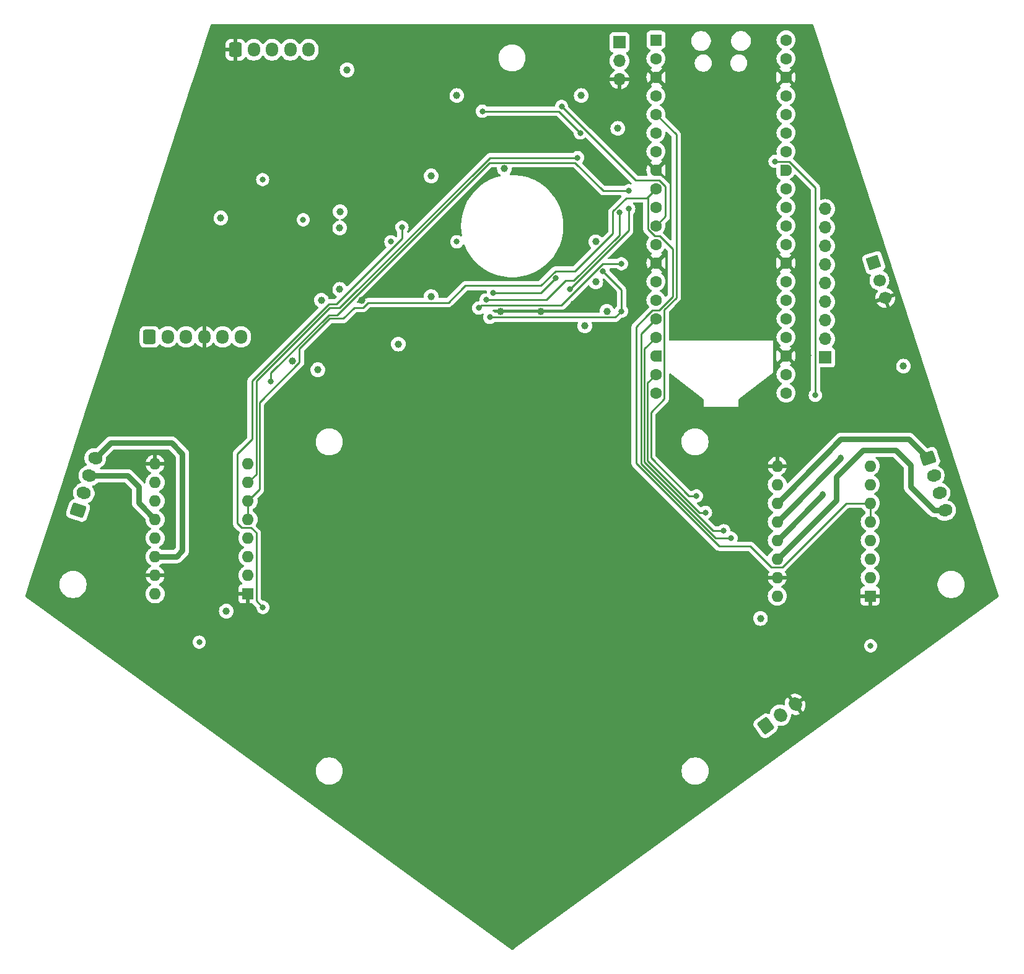
<source format=gbl>
G04 #@! TF.GenerationSoftware,KiCad,Pcbnew,8.0.5*
G04 #@! TF.CreationDate,2024-10-05T13:16:41+02:00*
G04 #@! TF.ProjectId,valiant-turtle-2,76616c69-616e-4742-9d74-7572746c652d,rev?*
G04 #@! TF.SameCoordinates,Original*
G04 #@! TF.FileFunction,Copper,L4,Bot*
G04 #@! TF.FilePolarity,Positive*
%FSLAX46Y46*%
G04 Gerber Fmt 4.6, Leading zero omitted, Abs format (unit mm)*
G04 Created by KiCad (PCBNEW 8.0.5) date 2024-10-05 13:16:41*
%MOMM*%
%LPD*%
G01*
G04 APERTURE LIST*
G04 Aperture macros list*
%AMRoundRect*
0 Rectangle with rounded corners*
0 $1 Rounding radius*
0 $2 $3 $4 $5 $6 $7 $8 $9 X,Y pos of 4 corners*
0 Add a 4 corners polygon primitive as box body*
4,1,4,$2,$3,$4,$5,$6,$7,$8,$9,$2,$3,0*
0 Add four circle primitives for the rounded corners*
1,1,$1+$1,$2,$3*
1,1,$1+$1,$4,$5*
1,1,$1+$1,$6,$7*
1,1,$1+$1,$8,$9*
0 Add four rect primitives between the rounded corners*
20,1,$1+$1,$2,$3,$4,$5,0*
20,1,$1+$1,$4,$5,$6,$7,0*
20,1,$1+$1,$6,$7,$8,$9,0*
20,1,$1+$1,$8,$9,$2,$3,0*%
%AMHorizOval*
0 Thick line with rounded ends*
0 $1 width*
0 $2 $3 position (X,Y) of the first rounded end (center of the circle)*
0 $4 $5 position (X,Y) of the second rounded end (center of the circle)*
0 Add line between two ends*
20,1,$1,$2,$3,$4,$5,0*
0 Add two circle primitives to create the rounded ends*
1,1,$1,$2,$3*
1,1,$1,$4,$5*%
%AMRotRect*
0 Rectangle, with rotation*
0 The origin of the aperture is its center*
0 $1 length*
0 $2 width*
0 $3 Rotation angle, in degrees counterclockwise*
0 Add horizontal line*
21,1,$1,$2,0,0,$3*%
%AMFreePoly0*
4,1,28,0.605014,0.794986,0.644504,0.794986,0.724698,0.756366,0.780194,0.686777,0.800000,0.600000,0.800000,-0.600000,0.780194,-0.686777,0.724698,-0.756366,0.644504,-0.794986,0.605014,-0.794986,0.600000,-0.800000,0.000000,-0.800000,-0.178017,-0.779942,-0.347107,-0.720775,-0.498792,-0.625465,-0.625465,-0.498792,-0.720775,-0.347107,-0.779942,-0.178017,-0.800000,0.000000,-0.779942,0.178017,
-0.720775,0.347107,-0.625465,0.498792,-0.498792,0.625465,-0.347107,0.720775,-0.178017,0.779942,0.000000,0.800000,0.600000,0.800000,0.605014,0.794986,0.605014,0.794986,$1*%
%AMFreePoly1*
4,1,28,0.178017,0.779942,0.347107,0.720775,0.498792,0.625465,0.625465,0.498792,0.720775,0.347107,0.779942,0.178017,0.800000,0.000000,0.779942,-0.178017,0.720775,-0.347107,0.625465,-0.498792,0.498792,-0.625465,0.347107,-0.720775,0.178017,-0.779942,0.000000,-0.800000,-0.600000,-0.800000,-0.605014,-0.794986,-0.644504,-0.794986,-0.724698,-0.756366,-0.780194,-0.686777,-0.800000,-0.600000,
-0.800000,0.600000,-0.780194,0.686777,-0.724698,0.756366,-0.644504,0.794986,-0.605014,0.794986,-0.600000,0.800000,0.000000,0.800000,0.178017,0.779942,0.178017,0.779942,$1*%
G04 Aperture macros list end*
G04 #@! TA.AperFunction,ComponentPad*
%ADD10RoundRect,0.250000X-0.059266X-0.939208X0.911555X-0.233866X0.059266X0.939208X-0.911555X0.233866X0*%
G04 #@! TD*
G04 #@! TA.AperFunction,ComponentPad*
%ADD11HorizOval,1.700000X-0.073473X0.101127X0.073473X-0.101127X0*%
G04 #@! TD*
G04 #@! TA.AperFunction,ComponentPad*
%ADD12R,1.700000X1.700000*%
G04 #@! TD*
G04 #@! TA.AperFunction,ComponentPad*
%ADD13O,1.700000X1.700000*%
G04 #@! TD*
G04 #@! TA.AperFunction,ComponentPad*
%ADD14R,1.600000X1.600000*%
G04 #@! TD*
G04 #@! TA.AperFunction,ComponentPad*
%ADD15O,1.600000X1.600000*%
G04 #@! TD*
G04 #@! TA.AperFunction,ComponentPad*
%ADD16RotRect,1.700000X1.700000X18.000000*%
G04 #@! TD*
G04 #@! TA.AperFunction,ComponentPad*
%ADD17HorizOval,1.700000X0.000000X0.000000X0.000000X0.000000X0*%
G04 #@! TD*
G04 #@! TA.AperFunction,ComponentPad*
%ADD18RoundRect,0.250000X-0.600000X-0.725000X0.600000X-0.725000X0.600000X0.725000X-0.600000X0.725000X0*%
G04 #@! TD*
G04 #@! TA.AperFunction,ComponentPad*
%ADD19O,1.700000X1.950000*%
G04 #@! TD*
G04 #@! TA.AperFunction,ComponentPad*
%ADD20RoundRect,0.250000X0.504106X-0.794671X0.874926X0.346597X-0.504106X0.794671X-0.874926X-0.346597X0*%
G04 #@! TD*
G04 #@! TA.AperFunction,ComponentPad*
%ADD21HorizOval,1.700000X-0.118882X0.038627X0.118882X-0.038627X0*%
G04 #@! TD*
G04 #@! TA.AperFunction,ComponentPad*
%ADD22RoundRect,0.200000X-0.600000X-0.600000X0.600000X-0.600000X0.600000X0.600000X-0.600000X0.600000X0*%
G04 #@! TD*
G04 #@! TA.AperFunction,ComponentPad*
%ADD23C,1.600000*%
G04 #@! TD*
G04 #@! TA.AperFunction,ComponentPad*
%ADD24FreePoly0,0.000000*%
G04 #@! TD*
G04 #@! TA.AperFunction,ComponentPad*
%ADD25FreePoly1,0.000000*%
G04 #@! TD*
G04 #@! TA.AperFunction,ComponentPad*
%ADD26RoundRect,0.250000X-0.874926X0.346597X-0.504106X-0.794671X0.874926X-0.346597X0.504106X0.794671X0*%
G04 #@! TD*
G04 #@! TA.AperFunction,ComponentPad*
%ADD27HorizOval,1.700000X-0.118882X-0.038627X0.118882X0.038627X0*%
G04 #@! TD*
G04 #@! TA.AperFunction,ViaPad*
%ADD28C,1.000000*%
G04 #@! TD*
G04 #@! TA.AperFunction,ViaPad*
%ADD29C,0.800000*%
G04 #@! TD*
G04 #@! TA.AperFunction,Conductor*
%ADD30C,0.250000*%
G04 #@! TD*
G04 #@! TA.AperFunction,Conductor*
%ADD31C,0.800000*%
G04 #@! TD*
G04 APERTURE END LIST*
D10*
X159704915Y-144188926D03*
D11*
X161727457Y-142719463D03*
X163750000Y-141250000D03*
D12*
X167860000Y-93820000D03*
D13*
X167860000Y-91280000D03*
X167860000Y-88740000D03*
X167860000Y-86200000D03*
X167860000Y-83660000D03*
X167860000Y-81120000D03*
X167860000Y-78580000D03*
X167860000Y-76040000D03*
X167860000Y-73500000D03*
D14*
X174000000Y-126450000D03*
D15*
X174000000Y-123910000D03*
X174000000Y-121370000D03*
X174000000Y-118830000D03*
X174000000Y-116290000D03*
X174000000Y-113750000D03*
X174000000Y-111210000D03*
X174000000Y-108670000D03*
X161300000Y-108670000D03*
X161300000Y-111210000D03*
X161300000Y-113750000D03*
X161300000Y-116290000D03*
X161300000Y-118830000D03*
X161300000Y-121370000D03*
X161300000Y-123910000D03*
X161300000Y-126450000D03*
D14*
X88962500Y-126140000D03*
D15*
X88962500Y-123600000D03*
X88962500Y-121060000D03*
X88962500Y-118520000D03*
X88962500Y-115980000D03*
X88962500Y-113440000D03*
X88962500Y-110900000D03*
X88962500Y-108360000D03*
X76262500Y-108360000D03*
X76262500Y-110900000D03*
X76262500Y-113440000D03*
X76262500Y-115980000D03*
X76262500Y-118520000D03*
X76262500Y-121060000D03*
X76262500Y-123600000D03*
X76262500Y-126140000D03*
D12*
X139750000Y-50725000D03*
D13*
X139750000Y-53265000D03*
X139750000Y-55805000D03*
D16*
X174469732Y-80848582D03*
D17*
X175254635Y-83264266D03*
X176039538Y-85679949D03*
D18*
X87250000Y-51750000D03*
D19*
X89750000Y-51750000D03*
X92250000Y-51750000D03*
X94750000Y-51750000D03*
X97250000Y-51750000D03*
D20*
X65750000Y-114750000D03*
D21*
X66522542Y-112372359D03*
X67295085Y-109994717D03*
X68067627Y-107617076D03*
D18*
X75500000Y-91000000D03*
D19*
X78000000Y-91000000D03*
X80500000Y-91000000D03*
X83000000Y-91000000D03*
X85500000Y-91000000D03*
X88000000Y-91000000D03*
D22*
X144720000Y-50407500D03*
D23*
X144720000Y-52947500D03*
D24*
X144720000Y-55487500D03*
D23*
X144720000Y-58027500D03*
X144720000Y-60567500D03*
X144720000Y-63107500D03*
X144720000Y-65647500D03*
D24*
X144720000Y-68187500D03*
D23*
X144720000Y-70727500D03*
X144720000Y-73267500D03*
X144720000Y-75807500D03*
X144720000Y-78347500D03*
D24*
X144720000Y-80887500D03*
D23*
X144720000Y-83427500D03*
X144720000Y-85967500D03*
X144720000Y-88507500D03*
X144720000Y-91047500D03*
D24*
X144720000Y-93587500D03*
D23*
X144720000Y-96127500D03*
X144720000Y-98667500D03*
X162500000Y-98667500D03*
X162500000Y-96127500D03*
D25*
X162500000Y-93587500D03*
D23*
X162500000Y-91047500D03*
X162500000Y-88507500D03*
X162500000Y-85967500D03*
X162500000Y-83427500D03*
D25*
X162500000Y-80887500D03*
D23*
X162500000Y-78347500D03*
X162500000Y-75807500D03*
X162500000Y-73267500D03*
X162500000Y-70727500D03*
D25*
X162500000Y-68187500D03*
D23*
X162500000Y-65647500D03*
X162500000Y-63107500D03*
X162500000Y-60567500D03*
X162500000Y-58027500D03*
D25*
X162500000Y-55487500D03*
D23*
X162500000Y-52947500D03*
X162500000Y-50407500D03*
D26*
X181932373Y-107617077D03*
D27*
X182704915Y-109994718D03*
X183477458Y-112372360D03*
X184250000Y-114750001D03*
D28*
X112500000Y-60500000D03*
X119500000Y-58000000D03*
X127500000Y-62500000D03*
X123500000Y-87500000D03*
X99850000Y-62850000D03*
X95000000Y-87500000D03*
X87000000Y-59450000D03*
X104500000Y-86000000D03*
X101500000Y-50000000D03*
X105500000Y-80000000D03*
X165500000Y-93500000D03*
X111000000Y-84000000D03*
X133500000Y-86500000D03*
X129000000Y-87500000D03*
X172500000Y-95000000D03*
X168000000Y-131500000D03*
X76500000Y-130500000D03*
X107500000Y-87500000D03*
X138000000Y-61300000D03*
D29*
X134000000Y-66500000D03*
X141000000Y-71000000D03*
X92080850Y-97106156D03*
X151487347Y-115012653D03*
X150250000Y-112750000D03*
X166500000Y-99000000D03*
X161000000Y-67000000D03*
D28*
X101500000Y-84500000D03*
X139500000Y-62500000D03*
X138000000Y-87500000D03*
X136500000Y-83500000D03*
X117500000Y-58000000D03*
X114000000Y-85500000D03*
X136500000Y-78000000D03*
X134500000Y-58000000D03*
X98500000Y-95500000D03*
X109500000Y-92000000D03*
X114000000Y-69000000D03*
X159000000Y-129500000D03*
X85250000Y-74750000D03*
X124000000Y-68000000D03*
X101550000Y-73900000D03*
X99000000Y-86000000D03*
X101500000Y-76100000D03*
X86000000Y-128500000D03*
X178550000Y-95000000D03*
X135000000Y-89500000D03*
X95000000Y-94300000D03*
X102500000Y-54500000D03*
D29*
X140000000Y-87500000D03*
X137487347Y-82012653D03*
X122000000Y-88325000D03*
X140000000Y-81000000D03*
X120493052Y-87050000D03*
X121000000Y-60150000D03*
X134375000Y-63125000D03*
X121500000Y-85950000D03*
X139700000Y-74000000D03*
X131825000Y-59500000D03*
X154987347Y-118512653D03*
X141000000Y-73500000D03*
X132931802Y-84517588D03*
X153987347Y-117512653D03*
X174050000Y-133250000D03*
X90962500Y-69500000D03*
X117500000Y-78000000D03*
X96500000Y-75000000D03*
X82300000Y-132750000D03*
X167500000Y-112500000D03*
X170000000Y-107500000D03*
X131000000Y-83000000D03*
X122500000Y-85000000D03*
X110000000Y-76000000D03*
X91000000Y-128000000D03*
X108500000Y-78000000D03*
D30*
X153363604Y-119636396D02*
X157636396Y-119636396D01*
X103500000Y-87000000D02*
X104666727Y-87000000D01*
X105341727Y-86325000D02*
X116341728Y-86325000D01*
X138837347Y-73837347D02*
X140674695Y-72000000D01*
X90537500Y-99962500D02*
X96000000Y-94500000D01*
X143595000Y-71852500D02*
X143595000Y-76273491D01*
X96000000Y-94500000D02*
X96000000Y-92636396D01*
X147000000Y-85500000D02*
X145117500Y-87382500D01*
X118333364Y-84333364D02*
X118666727Y-84000000D01*
X88962500Y-113440000D02*
X88962500Y-115980000D01*
X160500000Y-122500000D02*
X162000000Y-122500000D01*
X130974695Y-82000000D02*
X133666727Y-82000000D01*
X167500000Y-117000000D02*
X165500000Y-119000000D01*
X133666727Y-82000000D02*
X138837347Y-76829380D01*
X144720000Y-70727500D02*
X143595000Y-71852500D01*
X168210000Y-116290000D02*
X167875000Y-116625000D01*
X143447500Y-72000000D02*
X144720000Y-70727500D01*
X142000000Y-89636509D02*
X142000000Y-108272792D01*
X104666727Y-87000000D02*
X105341727Y-86325000D01*
X88962500Y-113440000D02*
X90537500Y-111865000D01*
X147000000Y-79000000D02*
X147000000Y-85500000D01*
X102000000Y-88500000D02*
X103500000Y-87000000D01*
X96000000Y-92636396D02*
X100136396Y-88500000D01*
X138837347Y-76829380D02*
X138837347Y-73837347D01*
X129000000Y-83974695D02*
X130974695Y-82000000D01*
X167875000Y-116625000D02*
X165500000Y-119000000D01*
X174000000Y-113750000D02*
X174000000Y-116290000D01*
X142000000Y-108272792D02*
X153363604Y-119636396D01*
X144544009Y-77222500D02*
X145222500Y-77222500D01*
X157636396Y-119636396D02*
X160500000Y-122500000D01*
X144254010Y-87382500D02*
X143568255Y-88068255D01*
X168210000Y-116290000D02*
X167500000Y-117000000D01*
X145117500Y-87382500D02*
X144254010Y-87382500D01*
X143568255Y-88068255D02*
X142000000Y-89636509D01*
X145222500Y-77222500D02*
X147000000Y-79000000D01*
X116341728Y-86325000D02*
X118333364Y-84333364D01*
X129000000Y-84000000D02*
X129000000Y-83974695D01*
X90537500Y-111865000D02*
X90537500Y-99962500D01*
X143595000Y-76273491D02*
X144544009Y-77222500D01*
X100136396Y-88500000D02*
X102000000Y-88500000D01*
X167875000Y-116625000D02*
X170750000Y-113750000D01*
X140674695Y-72000000D02*
X143447500Y-72000000D01*
X170750000Y-113750000D02*
X174000000Y-113750000D01*
X118666727Y-84000000D02*
X129000000Y-84000000D01*
X162000000Y-122500000D02*
X165500000Y-119000000D01*
X90087500Y-97048896D02*
X100136396Y-87000000D01*
X88962500Y-110900000D02*
X90087500Y-109775000D01*
X100136396Y-87000000D02*
X101500000Y-87000000D01*
X90087500Y-109775000D02*
X90087500Y-97048896D01*
X101500000Y-87000000D02*
X122000000Y-66500000D01*
X122000000Y-66500000D02*
X134000000Y-66500000D01*
X100000000Y-88000000D02*
X101136396Y-88000000D01*
X92080850Y-95919150D02*
X100000000Y-88000000D01*
X121961396Y-67175000D02*
X133675000Y-67175000D01*
X133675000Y-67175000D02*
X137500000Y-71000000D01*
X92080850Y-97106156D02*
X92080850Y-95919150D01*
X101136396Y-88000000D02*
X121961396Y-67175000D01*
X137500000Y-71000000D02*
X141000000Y-71000000D01*
X144720000Y-96127500D02*
X143584969Y-97262531D01*
X150649049Y-115012653D02*
X151487347Y-115012653D01*
X143584969Y-107948573D02*
X150649049Y-115012653D01*
X143584969Y-97262531D02*
X143584969Y-107948573D01*
X147500000Y-85636396D02*
X147500000Y-63347500D01*
X149250000Y-112750000D02*
X144034969Y-107534969D01*
X145855031Y-99500000D02*
X145855031Y-87281365D01*
X145855031Y-87281365D02*
X147500000Y-85636396D01*
X147500000Y-63347500D02*
X144720000Y-60567500D01*
X150250000Y-112750000D02*
X149250000Y-112750000D01*
X144034969Y-101320062D02*
X145855031Y-99500000D01*
X144034969Y-107534969D02*
X144034969Y-101320062D01*
X166500000Y-70589436D02*
X162910564Y-67000000D01*
X162910564Y-67000000D02*
X161000000Y-67000000D01*
X166500000Y-99000000D02*
X166500000Y-70589436D01*
D31*
X72494717Y-109994717D02*
X74000000Y-111500000D01*
X74000000Y-113717500D02*
X76262500Y-115980000D01*
X67295085Y-109994717D02*
X72494717Y-109994717D01*
X74000000Y-111500000D02*
X74000000Y-113717500D01*
X80000000Y-120250000D02*
X80000000Y-107000000D01*
X70184703Y-105500000D02*
X68067627Y-107617076D01*
X76262500Y-121060000D02*
X79190000Y-121060000D01*
X80000000Y-107000000D02*
X78500000Y-105500000D01*
X79190000Y-121060000D02*
X80000000Y-120250000D01*
X78500000Y-105500000D02*
X70184703Y-105500000D01*
D30*
X122000000Y-88325000D02*
X139175000Y-88325000D01*
X139175000Y-88325000D02*
X140000000Y-87500000D01*
X138987347Y-83512653D02*
X139258750Y-83784056D01*
X140000000Y-84525306D02*
X137487347Y-82012653D01*
X140000000Y-87500000D02*
X140000000Y-84525306D01*
X139500000Y-84025306D02*
X138987347Y-83512653D01*
X137487347Y-82012653D02*
X138987347Y-83512653D01*
X120868052Y-86675000D02*
X131799695Y-86675000D01*
X137474695Y-81000000D02*
X140000000Y-81000000D01*
X120493052Y-87050000D02*
X120868052Y-86675000D01*
X131799695Y-86675000D02*
X137474695Y-81000000D01*
X134375000Y-63125000D02*
X131400000Y-60150000D01*
X131400000Y-60150000D02*
X121000000Y-60150000D01*
X133479630Y-83333364D02*
X132333364Y-83333364D01*
X146000000Y-74527500D02*
X144720000Y-75807500D01*
X141927500Y-69602500D02*
X145185991Y-69602500D01*
X132083364Y-83583364D02*
X130666727Y-85000000D01*
X130666727Y-85000000D02*
X129716727Y-85950000D01*
X146000000Y-70416509D02*
X146000000Y-74527500D01*
X139700000Y-77112994D02*
X133479630Y-83333364D01*
X129716727Y-85950000D02*
X121500000Y-85950000D01*
X131825000Y-59500000D02*
X141927500Y-69602500D01*
X145185991Y-69602500D02*
X146000000Y-70416509D01*
X139700000Y-74000000D02*
X139700000Y-77112994D01*
X132333364Y-83333364D02*
X132083364Y-83583364D01*
X152876257Y-118512653D02*
X142684969Y-108321365D01*
X142684969Y-90542531D02*
X144720000Y-88507500D01*
X142684969Y-108321365D02*
X142684969Y-90542531D01*
X154987347Y-118512653D02*
X152876257Y-118512653D01*
X141000000Y-76449390D02*
X141000000Y-73500000D01*
X132931802Y-84517588D02*
X141000000Y-76449390D01*
X143134969Y-92632531D02*
X144720000Y-91047500D01*
X152512653Y-117512653D02*
X143134969Y-108134969D01*
X153987347Y-117512653D02*
X152512653Y-117512653D01*
X143134969Y-108134969D02*
X143134969Y-92632531D01*
D31*
X167780000Y-107270000D02*
X167780000Y-107220000D01*
X170000000Y-105000000D02*
X179315296Y-105000000D01*
X179315296Y-105000000D02*
X181932373Y-107617077D01*
X167780000Y-107220000D02*
X170000000Y-105000000D01*
X161300000Y-113750000D02*
X167780000Y-107270000D01*
X167500000Y-112630000D02*
X167500000Y-112500000D01*
X161300000Y-118830000D02*
X167500000Y-112630000D01*
X182718882Y-114750000D02*
X184250000Y-114750000D01*
X161300000Y-121370000D02*
X169335000Y-113335000D01*
X179500000Y-111531118D02*
X182718882Y-114750000D01*
X173000000Y-106500000D02*
X177500000Y-106500000D01*
X179500000Y-108500000D02*
X179500000Y-111531118D01*
X169335000Y-110165000D02*
X173000000Y-106500000D01*
X169335000Y-113335000D02*
X169335000Y-110165000D01*
X177500000Y-106500000D02*
X179500000Y-108500000D01*
X170000000Y-107590000D02*
X170000000Y-107500000D01*
X161300000Y-116290000D02*
X170000000Y-107590000D01*
D30*
X129000000Y-85000000D02*
X122500000Y-85000000D01*
X131000000Y-83000000D02*
X129000000Y-85000000D01*
X87500000Y-116500000D02*
X87500000Y-107000000D01*
X91000000Y-128000000D02*
X90087500Y-127087500D01*
X104512653Y-83012653D02*
X110000000Y-77525305D01*
X90087500Y-117797500D02*
X89395000Y-117105000D01*
X88105000Y-117105000D02*
X87500000Y-116500000D01*
X100000000Y-86500000D02*
X101025306Y-86500000D01*
X90087500Y-127087500D02*
X90087500Y-117797500D01*
X87500000Y-107000000D02*
X89500000Y-105000000D01*
X89500000Y-97000000D02*
X100000000Y-86500000D01*
X110000000Y-77525305D02*
X110000000Y-76000000D01*
X89500000Y-105000000D02*
X89500000Y-97000000D01*
X101025306Y-86500000D02*
X104512653Y-83012653D01*
X89395000Y-117105000D02*
X88105000Y-117105000D01*
G04 #@! TA.AperFunction,Conductor*
G36*
X137621252Y-83042759D02*
G01*
X137658431Y-83068328D01*
X138592932Y-84002830D01*
X138592954Y-84002850D01*
X139338181Y-84748077D01*
X139371666Y-84809400D01*
X139374500Y-84835758D01*
X139374500Y-86801312D01*
X139354815Y-86868351D01*
X139342650Y-86884284D01*
X139267466Y-86967784D01*
X139172821Y-87131715D01*
X139172815Y-87131728D01*
X139171196Y-87136712D01*
X139131753Y-87194384D01*
X139067391Y-87221575D01*
X138998546Y-87209654D01*
X138947075Y-87162404D01*
X138934608Y-87134374D01*
X138928814Y-87115273D01*
X138919617Y-87098067D01*
X138835913Y-86941467D01*
X138835909Y-86941460D01*
X138710883Y-86789116D01*
X138558539Y-86664090D01*
X138558532Y-86664086D01*
X138384733Y-86571188D01*
X138384727Y-86571186D01*
X138196132Y-86513976D01*
X138196129Y-86513975D01*
X138000000Y-86494659D01*
X137803870Y-86513975D01*
X137615266Y-86571188D01*
X137441467Y-86664086D01*
X137441460Y-86664090D01*
X137289116Y-86789116D01*
X137164090Y-86941460D01*
X137164086Y-86941467D01*
X137071188Y-87115266D01*
X137013975Y-87303870D01*
X136994659Y-87499999D01*
X137000898Y-87563346D01*
X136987879Y-87631992D01*
X136939814Y-87682702D01*
X136877495Y-87699500D01*
X122703748Y-87699500D01*
X122636709Y-87679815D01*
X122611600Y-87658474D01*
X122605873Y-87652114D01*
X122605869Y-87652110D01*
X122452734Y-87540851D01*
X122452732Y-87540850D01*
X122451845Y-87540455D01*
X122445833Y-87537778D01*
X122392597Y-87492528D01*
X122372277Y-87425678D01*
X122391323Y-87358455D01*
X122443690Y-87312200D01*
X122496271Y-87300500D01*
X131861302Y-87300500D01*
X131921724Y-87288481D01*
X131982147Y-87276463D01*
X131982150Y-87276461D01*
X131982153Y-87276461D01*
X132015482Y-87262654D01*
X132015481Y-87262654D01*
X132015487Y-87262652D01*
X132095981Y-87229312D01*
X132166110Y-87182452D01*
X132198428Y-87160858D01*
X132285553Y-87073733D01*
X132285554Y-87073731D01*
X132292620Y-87066665D01*
X132292623Y-87066661D01*
X135419304Y-83939979D01*
X135480625Y-83906496D01*
X135550317Y-83911480D01*
X135606250Y-83953352D01*
X135616341Y-83969208D01*
X135664088Y-84058535D01*
X135664090Y-84058539D01*
X135789116Y-84210883D01*
X135941460Y-84335909D01*
X135941467Y-84335913D01*
X136115266Y-84428811D01*
X136115269Y-84428811D01*
X136115273Y-84428814D01*
X136303868Y-84486024D01*
X136500000Y-84505341D01*
X136696132Y-84486024D01*
X136884727Y-84428814D01*
X136887098Y-84427547D01*
X137012513Y-84360511D01*
X137058538Y-84335910D01*
X137210883Y-84210883D01*
X137335910Y-84058538D01*
X137392133Y-83953352D01*
X137428811Y-83884733D01*
X137428811Y-83884732D01*
X137428814Y-83884727D01*
X137486024Y-83696132D01*
X137505341Y-83500000D01*
X137486024Y-83303868D01*
X137452089Y-83192003D01*
X137451466Y-83122139D01*
X137488713Y-83063025D01*
X137552007Y-83033434D01*
X137621252Y-83042759D01*
G37*
G04 #@! TD.AperFunction*
G04 #@! TA.AperFunction,Conductor*
G36*
X122944534Y-67820185D02*
G01*
X122990289Y-67872989D01*
X123000898Y-67936654D01*
X122994659Y-68000000D01*
X123013975Y-68196129D01*
X123013976Y-68196132D01*
X123035708Y-68267774D01*
X123071188Y-68384733D01*
X123164086Y-68558532D01*
X123164090Y-68558539D01*
X123289116Y-68710883D01*
X123441459Y-68835908D01*
X123441460Y-68835908D01*
X123441462Y-68835910D01*
X123441969Y-68836181D01*
X123442185Y-68836393D01*
X123446529Y-68839296D01*
X123445978Y-68840119D01*
X123491817Y-68885138D01*
X123507284Y-68953274D01*
X123483459Y-69018956D01*
X123427905Y-69061330D01*
X123414360Y-69065649D01*
X122897687Y-69198297D01*
X122080351Y-69521899D01*
X121310011Y-69945405D01*
X120598842Y-70462097D01*
X119958031Y-71063898D01*
X119397679Y-71741200D01*
X118926667Y-72483387D01*
X118926658Y-72483402D01*
X118552380Y-73278798D01*
X118552376Y-73278810D01*
X118280719Y-74114902D01*
X118116012Y-74978389D01*
X118116009Y-74978405D01*
X118060800Y-75855696D01*
X118060800Y-75855703D01*
X118116009Y-76732994D01*
X118116012Y-76733010D01*
X118190517Y-77123609D01*
X118183742Y-77193150D01*
X118140446Y-77247988D01*
X118074376Y-77270714D01*
X118006507Y-77254111D01*
X117995828Y-77247161D01*
X117952734Y-77215851D01*
X117952729Y-77215848D01*
X117779807Y-77138857D01*
X117779802Y-77138855D01*
X117622121Y-77105340D01*
X117594646Y-77099500D01*
X117405354Y-77099500D01*
X117377879Y-77105340D01*
X117220197Y-77138855D01*
X117220192Y-77138857D01*
X117047270Y-77215848D01*
X117047265Y-77215851D01*
X116894129Y-77327111D01*
X116767466Y-77467785D01*
X116672821Y-77631715D01*
X116672818Y-77631722D01*
X116631923Y-77757586D01*
X116614326Y-77811744D01*
X116594540Y-78000000D01*
X116614326Y-78188256D01*
X116614327Y-78188259D01*
X116672818Y-78368277D01*
X116672821Y-78368284D01*
X116767467Y-78532216D01*
X116850309Y-78624221D01*
X116894129Y-78672888D01*
X117047265Y-78784148D01*
X117047270Y-78784151D01*
X117220192Y-78861142D01*
X117220197Y-78861144D01*
X117405354Y-78900500D01*
X117405355Y-78900500D01*
X117594644Y-78900500D01*
X117594646Y-78900500D01*
X117779803Y-78861144D01*
X117952730Y-78784151D01*
X118105871Y-78672888D01*
X118232533Y-78532216D01*
X118318657Y-78383043D01*
X118369221Y-78334831D01*
X118437828Y-78321607D01*
X118502693Y-78347575D01*
X118543222Y-78404489D01*
X118543972Y-78406726D01*
X118552375Y-78432587D01*
X118552380Y-78432601D01*
X118926658Y-79227997D01*
X118926667Y-79228012D01*
X119397679Y-79970199D01*
X119493587Y-80086124D01*
X119944976Y-80631722D01*
X119958031Y-80647501D01*
X120598842Y-81249302D01*
X121310011Y-81765994D01*
X121310014Y-81765995D01*
X121310020Y-81766000D01*
X122080350Y-82189500D01*
X122897680Y-82513100D01*
X122897685Y-82513101D01*
X122897687Y-82513102D01*
X123749131Y-82731698D01*
X123749133Y-82731698D01*
X123749140Y-82731700D01*
X124621271Y-82841900D01*
X125500323Y-82841900D01*
X125500329Y-82841900D01*
X126372460Y-82731700D01*
X127223920Y-82513100D01*
X128041250Y-82189500D01*
X128811580Y-81766000D01*
X129522760Y-81249300D01*
X130163570Y-80647500D01*
X130723920Y-79970200D01*
X131194940Y-79228000D01*
X131569220Y-78432600D01*
X131840880Y-77596500D01*
X132005590Y-76733000D01*
X132057981Y-75900500D01*
X132060800Y-75855703D01*
X132060800Y-75855696D01*
X132015688Y-75138857D01*
X132005590Y-74978400D01*
X131840880Y-74114900D01*
X131569220Y-73278800D01*
X131261806Y-72625500D01*
X131194941Y-72483402D01*
X131194932Y-72483387D01*
X130723920Y-71741200D01*
X130512666Y-71485855D01*
X130163570Y-71063900D01*
X130046744Y-70954186D01*
X129522757Y-70462097D01*
X128811588Y-69945405D01*
X128811583Y-69945402D01*
X128811580Y-69945400D01*
X128041250Y-69521900D01*
X128041249Y-69521899D01*
X128041248Y-69521899D01*
X127539090Y-69323083D01*
X127223920Y-69198300D01*
X127223918Y-69198299D01*
X127223912Y-69198297D01*
X126372468Y-68979701D01*
X126305507Y-68971240D01*
X125500329Y-68869500D01*
X125500325Y-68869500D01*
X124842886Y-68869500D01*
X124775847Y-68849815D01*
X124730092Y-68797011D01*
X124720148Y-68727853D01*
X124747033Y-68666835D01*
X124835909Y-68558539D01*
X124835913Y-68558532D01*
X124928811Y-68384733D01*
X124928811Y-68384732D01*
X124928814Y-68384727D01*
X124986024Y-68196132D01*
X125005341Y-68000000D01*
X124999102Y-67936653D01*
X125012121Y-67868008D01*
X125060186Y-67817298D01*
X125122505Y-67800500D01*
X133364548Y-67800500D01*
X133431587Y-67820185D01*
X133452229Y-67836819D01*
X137011016Y-71395606D01*
X137011045Y-71395637D01*
X137101263Y-71485855D01*
X137101267Y-71485858D01*
X137170647Y-71532216D01*
X137203715Y-71554312D01*
X137267504Y-71580734D01*
X137317548Y-71601463D01*
X137377971Y-71613481D01*
X137438393Y-71625500D01*
X137438394Y-71625500D01*
X139865242Y-71625500D01*
X139932281Y-71645185D01*
X139978036Y-71697989D01*
X139987980Y-71767147D01*
X139958955Y-71830703D01*
X139952923Y-71837181D01*
X138438617Y-73351486D01*
X138351491Y-73438611D01*
X138351485Y-73438619D01*
X138283039Y-73541052D01*
X138283031Y-73541066D01*
X138249694Y-73621554D01*
X138244170Y-73634890D01*
X138235884Y-73654892D01*
X138235882Y-73654900D01*
X138211847Y-73775736D01*
X138211847Y-76518927D01*
X138192162Y-76585966D01*
X138175528Y-76606608D01*
X137434798Y-77347337D01*
X137373475Y-77380822D01*
X137303783Y-77375838D01*
X137251263Y-77338320D01*
X137210882Y-77289116D01*
X137058539Y-77164090D01*
X137058532Y-77164086D01*
X136884733Y-77071188D01*
X136884727Y-77071186D01*
X136696132Y-77013976D01*
X136696129Y-77013975D01*
X136500000Y-76994659D01*
X136303870Y-77013975D01*
X136115266Y-77071188D01*
X135941467Y-77164086D01*
X135941460Y-77164090D01*
X135789116Y-77289116D01*
X135664090Y-77441460D01*
X135664086Y-77441467D01*
X135571188Y-77615266D01*
X135513975Y-77803870D01*
X135494659Y-78000000D01*
X135513975Y-78196129D01*
X135513976Y-78196132D01*
X135570676Y-78383047D01*
X135571188Y-78384733D01*
X135664086Y-78558532D01*
X135664090Y-78558539D01*
X135789116Y-78710882D01*
X135838320Y-78751263D01*
X135877655Y-78809009D01*
X135879526Y-78878854D01*
X135847337Y-78934798D01*
X133443956Y-81338181D01*
X133382633Y-81371666D01*
X133356275Y-81374500D01*
X130913083Y-81374500D01*
X130792250Y-81398535D01*
X130792242Y-81398537D01*
X130678411Y-81445687D01*
X130575960Y-81514142D01*
X130575957Y-81514145D01*
X128751924Y-83338181D01*
X128690601Y-83371666D01*
X128664243Y-83374500D01*
X118605115Y-83374500D01*
X118502208Y-83394970D01*
X118496201Y-83396164D01*
X118484276Y-83398536D01*
X118484274Y-83398537D01*
X118370443Y-83445687D01*
X118289159Y-83500000D01*
X118268245Y-83513975D01*
X118268242Y-83513977D01*
X118267992Y-83514143D01*
X117993021Y-83789116D01*
X117934631Y-83847506D01*
X117014991Y-84767147D01*
X116118957Y-85663181D01*
X116057634Y-85696666D01*
X116031276Y-85699500D01*
X115122505Y-85699500D01*
X115055466Y-85679815D01*
X115009711Y-85627011D01*
X114999102Y-85563346D01*
X115005341Y-85500000D01*
X114986024Y-85303868D01*
X114928814Y-85115273D01*
X114928811Y-85115269D01*
X114928811Y-85115266D01*
X114835913Y-84941467D01*
X114835909Y-84941460D01*
X114710883Y-84789116D01*
X114558539Y-84664090D01*
X114558532Y-84664086D01*
X114384733Y-84571188D01*
X114384727Y-84571186D01*
X114258997Y-84533046D01*
X114196129Y-84513975D01*
X114000000Y-84494659D01*
X113803870Y-84513975D01*
X113615266Y-84571188D01*
X113441467Y-84664086D01*
X113441460Y-84664090D01*
X113289116Y-84789116D01*
X113164090Y-84941460D01*
X113164086Y-84941467D01*
X113071188Y-85115266D01*
X113013975Y-85303870D01*
X113000424Y-85441462D01*
X112994659Y-85500000D01*
X112996843Y-85522171D01*
X113000898Y-85563346D01*
X112987879Y-85631992D01*
X112939814Y-85682702D01*
X112877495Y-85699500D01*
X105280116Y-85699500D01*
X105219698Y-85711518D01*
X105159275Y-85723537D01*
X105159273Y-85723537D01*
X105159272Y-85723538D01*
X105159270Y-85723538D01*
X105128372Y-85736337D01*
X105045445Y-85770685D01*
X105045436Y-85770690D01*
X105007133Y-85796285D01*
X105007132Y-85796286D01*
X104942995Y-85839140D01*
X104910470Y-85871666D01*
X104855869Y-85926267D01*
X104855866Y-85926270D01*
X104632637Y-86149500D01*
X104443956Y-86338181D01*
X104382633Y-86371666D01*
X104356275Y-86374500D01*
X103945848Y-86374500D01*
X103878809Y-86354815D01*
X103833054Y-86302011D01*
X103823110Y-86232853D01*
X103852135Y-86169297D01*
X103858167Y-86162819D01*
X112934963Y-77086024D01*
X122184168Y-67836819D01*
X122245491Y-67803334D01*
X122271849Y-67800500D01*
X122877495Y-67800500D01*
X122944534Y-67820185D01*
G37*
G04 #@! TD.AperFunction*
G04 #@! TA.AperFunction,Conductor*
G36*
X146040268Y-78928576D02*
G01*
X146060087Y-78944677D01*
X146338181Y-79222771D01*
X146371666Y-79284094D01*
X146374500Y-79310452D01*
X146374500Y-85189547D01*
X146354815Y-85256586D01*
X146338181Y-85277228D01*
X146118920Y-85496488D01*
X146057597Y-85529973D01*
X145987905Y-85524989D01*
X145931972Y-85483117D01*
X145918857Y-85461212D01*
X145850568Y-85314766D01*
X145746295Y-85165848D01*
X145720045Y-85128358D01*
X145559141Y-84967454D01*
X145372734Y-84836932D01*
X145372728Y-84836929D01*
X145345038Y-84824017D01*
X145314724Y-84809881D01*
X145262285Y-84763710D01*
X145243133Y-84696517D01*
X145263348Y-84629635D01*
X145314725Y-84585118D01*
X145316563Y-84584261D01*
X145372734Y-84558068D01*
X145559139Y-84427547D01*
X145720047Y-84266639D01*
X145850568Y-84080234D01*
X145946739Y-83873996D01*
X146005635Y-83654192D01*
X146025468Y-83427500D01*
X146005635Y-83200808D01*
X145946739Y-82981004D01*
X145850568Y-82774766D01*
X145720047Y-82588361D01*
X145720045Y-82588358D01*
X145559141Y-82427454D01*
X145492490Y-82380785D01*
X145448865Y-82326209D01*
X145441671Y-82256710D01*
X145473194Y-82194355D01*
X145526259Y-82160970D01*
X145584766Y-82142486D01*
X145609514Y-82130567D01*
X144849410Y-81370462D01*
X144912993Y-81353425D01*
X145027007Y-81287599D01*
X145120099Y-81194507D01*
X145185925Y-81080493D01*
X145202962Y-81016910D01*
X145963209Y-81777157D01*
X145997163Y-81688888D01*
X145997164Y-81688885D01*
X146017481Y-81599874D01*
X146029198Y-81518385D01*
X146029198Y-81518384D01*
X146025413Y-81472107D01*
X146025000Y-81461999D01*
X146025000Y-80967745D01*
X146025780Y-80953858D01*
X146026886Y-80944044D01*
X146026886Y-80830955D01*
X146025780Y-80821141D01*
X146025000Y-80807255D01*
X146025000Y-80356451D01*
X146026262Y-80338804D01*
X146029198Y-80318383D01*
X146029198Y-80318381D01*
X146017481Y-80175126D01*
X145997166Y-80086124D01*
X145997165Y-80086117D01*
X145972365Y-80007619D01*
X145965366Y-79995684D01*
X145202962Y-80758089D01*
X145185925Y-80694507D01*
X145120099Y-80580493D01*
X145027007Y-80487401D01*
X144912993Y-80421575D01*
X144849409Y-80404537D01*
X145609514Y-79644431D01*
X145609513Y-79644430D01*
X145584764Y-79632512D01*
X145584753Y-79632507D01*
X145523031Y-79608766D01*
X145467528Y-79566326D01*
X145443781Y-79500616D01*
X145459329Y-79432498D01*
X145496424Y-79391459D01*
X145559139Y-79347547D01*
X145720047Y-79186639D01*
X145850568Y-79000234D01*
X145860024Y-78979953D01*
X145906193Y-78927516D01*
X145973386Y-78908362D01*
X146040268Y-78928576D01*
G37*
G04 #@! TD.AperFunction*
G04 #@! TA.AperFunction,Conductor*
G36*
X146217862Y-62952155D02*
G01*
X146232818Y-62964909D01*
X146838181Y-63570271D01*
X146871666Y-63631594D01*
X146874500Y-63657952D01*
X146874500Y-77690547D01*
X146854815Y-77757586D01*
X146802011Y-77803341D01*
X146732853Y-77813285D01*
X146669297Y-77784260D01*
X146662819Y-77778228D01*
X145715428Y-76830838D01*
X145715426Y-76830835D01*
X145713319Y-76828728D01*
X145712562Y-76827343D01*
X145699935Y-76811940D01*
X145699933Y-76811937D01*
X145703024Y-76809875D01*
X145679834Y-76767405D01*
X145684818Y-76697713D01*
X145713321Y-76653364D01*
X145720047Y-76646639D01*
X145850568Y-76460234D01*
X145946739Y-76253996D01*
X146005635Y-76034192D01*
X146025468Y-75807500D01*
X146005635Y-75580808D01*
X145987318Y-75512448D01*
X145988981Y-75442603D01*
X146019410Y-75392679D01*
X146485857Y-74926234D01*
X146489443Y-74920868D01*
X146554311Y-74823786D01*
X146601463Y-74709952D01*
X146613412Y-74649882D01*
X146618205Y-74625787D01*
X146623996Y-74596667D01*
X146625500Y-74589107D01*
X146625500Y-74465894D01*
X146625500Y-70484250D01*
X146625501Y-70484229D01*
X146625501Y-70354900D01*
X146601464Y-70234062D01*
X146601463Y-70234058D01*
X146598956Y-70228007D01*
X146598953Y-70228000D01*
X146581932Y-70186906D01*
X146554312Y-70120224D01*
X146485858Y-70017776D01*
X146485855Y-70017772D01*
X145678919Y-69210838D01*
X145678916Y-69210834D01*
X145678916Y-69210835D01*
X145671849Y-69203768D01*
X145671849Y-69203767D01*
X145584724Y-69116642D01*
X145584723Y-69116641D01*
X145584722Y-69116640D01*
X145533500Y-69082415D01*
X145511279Y-69067567D01*
X145482277Y-69048188D01*
X145482274Y-69048186D01*
X145482271Y-69048185D01*
X145401783Y-69014847D01*
X145368443Y-69001037D01*
X145368439Y-69001036D01*
X145368435Y-69001035D01*
X145292964Y-68986023D01*
X145292963Y-68986023D01*
X145247602Y-68977000D01*
X145247598Y-68977000D01*
X145247597Y-68977000D01*
X145207308Y-68977000D01*
X145140269Y-68957315D01*
X145119627Y-68940681D01*
X144849409Y-68670462D01*
X144912993Y-68653425D01*
X145027007Y-68587599D01*
X145120099Y-68494507D01*
X145185925Y-68380493D01*
X145202962Y-68316910D01*
X145963209Y-69077157D01*
X145997163Y-68988888D01*
X145997164Y-68988885D01*
X146017481Y-68899874D01*
X146029198Y-68818385D01*
X146029198Y-68818384D01*
X146025413Y-68772107D01*
X146025000Y-68761999D01*
X146025000Y-68267745D01*
X146025780Y-68253858D01*
X146026886Y-68244044D01*
X146026886Y-68130955D01*
X146025780Y-68121141D01*
X146025000Y-68107255D01*
X146025000Y-67656451D01*
X146026262Y-67638804D01*
X146029198Y-67618383D01*
X146029198Y-67618381D01*
X146017481Y-67475126D01*
X145997166Y-67386124D01*
X145997165Y-67386117D01*
X145972365Y-67307619D01*
X145965366Y-67295684D01*
X145202962Y-68058089D01*
X145185925Y-67994507D01*
X145120099Y-67880493D01*
X145027007Y-67787401D01*
X144912993Y-67721575D01*
X144849409Y-67704537D01*
X145609514Y-66944431D01*
X145609513Y-66944430D01*
X145584764Y-66932512D01*
X145584753Y-66932507D01*
X145523031Y-66908766D01*
X145467528Y-66866326D01*
X145443781Y-66800616D01*
X145459329Y-66732498D01*
X145496424Y-66691459D01*
X145559139Y-66647547D01*
X145720047Y-66486639D01*
X145850568Y-66300234D01*
X145946739Y-66093996D01*
X146005635Y-65874192D01*
X146025468Y-65647500D01*
X146005635Y-65420808D01*
X145946739Y-65201004D01*
X145850568Y-64994766D01*
X145720047Y-64808361D01*
X145720045Y-64808358D01*
X145559141Y-64647454D01*
X145372734Y-64516932D01*
X145372728Y-64516929D01*
X145314725Y-64489882D01*
X145262285Y-64443710D01*
X145243133Y-64376517D01*
X145263348Y-64309635D01*
X145314725Y-64265118D01*
X145372734Y-64238068D01*
X145559139Y-64107547D01*
X145720047Y-63946639D01*
X145850568Y-63760234D01*
X145946739Y-63553996D01*
X146005635Y-63334192D01*
X146025468Y-63107500D01*
X146021609Y-63063396D01*
X146035375Y-62994899D01*
X146083989Y-62944715D01*
X146152018Y-62928781D01*
X146217862Y-62952155D01*
G37*
G04 #@! TD.AperFunction*
G04 #@! TA.AperFunction,Conductor*
G36*
X78142677Y-106420185D02*
G01*
X78163319Y-106436819D01*
X79063181Y-107336680D01*
X79096666Y-107398003D01*
X79099500Y-107424361D01*
X79099500Y-119825638D01*
X79079815Y-119892677D01*
X79063181Y-119913319D01*
X78853319Y-120123181D01*
X78791996Y-120156666D01*
X78765638Y-120159500D01*
X77252548Y-120159500D01*
X77185509Y-120139815D01*
X77164871Y-120123185D01*
X77101639Y-120059953D01*
X77101638Y-120059952D01*
X77101637Y-120059951D01*
X76915234Y-119929432D01*
X76915228Y-119929429D01*
X76857225Y-119902382D01*
X76804785Y-119856210D01*
X76785633Y-119789017D01*
X76805848Y-119722135D01*
X76857225Y-119677618D01*
X76915234Y-119650568D01*
X77101639Y-119520047D01*
X77262547Y-119359139D01*
X77393068Y-119172734D01*
X77489239Y-118966496D01*
X77548135Y-118746692D01*
X77567968Y-118520000D01*
X77548135Y-118293308D01*
X77489239Y-118073504D01*
X77393068Y-117867266D01*
X77283160Y-117710300D01*
X77262545Y-117680858D01*
X77101641Y-117519954D01*
X76915234Y-117389432D01*
X76915228Y-117389429D01*
X76857225Y-117362382D01*
X76804785Y-117316210D01*
X76785633Y-117249017D01*
X76805848Y-117182135D01*
X76857225Y-117137618D01*
X76915234Y-117110568D01*
X77101639Y-116980047D01*
X77262547Y-116819139D01*
X77393068Y-116632734D01*
X77489239Y-116426496D01*
X77548135Y-116206692D01*
X77567968Y-115980000D01*
X77548135Y-115753308D01*
X77498205Y-115566964D01*
X77489241Y-115533511D01*
X77489238Y-115533502D01*
X77480831Y-115515473D01*
X77393068Y-115327266D01*
X77262547Y-115140861D01*
X77262545Y-115140858D01*
X77101641Y-114979954D01*
X76915234Y-114849432D01*
X76915228Y-114849429D01*
X76887538Y-114836517D01*
X76857224Y-114822381D01*
X76804785Y-114776210D01*
X76785633Y-114709017D01*
X76805848Y-114642135D01*
X76857225Y-114597618D01*
X76915234Y-114570568D01*
X77101639Y-114440047D01*
X77262547Y-114279139D01*
X77393068Y-114092734D01*
X77489239Y-113886496D01*
X77548135Y-113666692D01*
X77567967Y-113440007D01*
X77567968Y-113440001D01*
X77567968Y-113439998D01*
X77556026Y-113303502D01*
X77548135Y-113213308D01*
X77489239Y-112993504D01*
X77393068Y-112787266D01*
X77262547Y-112600861D01*
X77262545Y-112600858D01*
X77101641Y-112439954D01*
X76915234Y-112309432D01*
X76915228Y-112309429D01*
X76857225Y-112282382D01*
X76804785Y-112236210D01*
X76785633Y-112169017D01*
X76805848Y-112102135D01*
X76857225Y-112057618D01*
X76915234Y-112030568D01*
X77101639Y-111900047D01*
X77262547Y-111739139D01*
X77393068Y-111552734D01*
X77489239Y-111346496D01*
X77548135Y-111126692D01*
X77567499Y-110905365D01*
X77567968Y-110900001D01*
X77567968Y-110899998D01*
X77556026Y-110763502D01*
X77548135Y-110673308D01*
X77489239Y-110453504D01*
X77393068Y-110247266D01*
X77262547Y-110060861D01*
X77262545Y-110060858D01*
X77101641Y-109899954D01*
X76915234Y-109769432D01*
X76915232Y-109769431D01*
X76903775Y-109764088D01*
X76856632Y-109742105D01*
X76804194Y-109695934D01*
X76785042Y-109628740D01*
X76805258Y-109561859D01*
X76856634Y-109517341D01*
X76914984Y-109490132D01*
X77101320Y-109359657D01*
X77262157Y-109198820D01*
X77392634Y-109012482D01*
X77488765Y-108806326D01*
X77488769Y-108806317D01*
X77541372Y-108610000D01*
X76578186Y-108610000D01*
X76582580Y-108605606D01*
X76635241Y-108514394D01*
X76662500Y-108412661D01*
X76662500Y-108307339D01*
X76635241Y-108205606D01*
X76582580Y-108114394D01*
X76578186Y-108110000D01*
X77541372Y-108110000D01*
X77541372Y-108109999D01*
X77488769Y-107913682D01*
X77488765Y-107913673D01*
X77392634Y-107707517D01*
X77262157Y-107521179D01*
X77101320Y-107360342D01*
X76914982Y-107229865D01*
X76708828Y-107133734D01*
X76512500Y-107081127D01*
X76512500Y-108044314D01*
X76508106Y-108039920D01*
X76416894Y-107987259D01*
X76315161Y-107960000D01*
X76209839Y-107960000D01*
X76108106Y-107987259D01*
X76016894Y-108039920D01*
X76012500Y-108044314D01*
X76012500Y-107081127D01*
X75816171Y-107133734D01*
X75610017Y-107229865D01*
X75423679Y-107360342D01*
X75262842Y-107521179D01*
X75132365Y-107707517D01*
X75036234Y-107913673D01*
X75036230Y-107913682D01*
X74983627Y-108109999D01*
X74983628Y-108110000D01*
X75946814Y-108110000D01*
X75942420Y-108114394D01*
X75889759Y-108205606D01*
X75862500Y-108307339D01*
X75862500Y-108412661D01*
X75889759Y-108514394D01*
X75942420Y-108605606D01*
X75946814Y-108610000D01*
X74983628Y-108610000D01*
X75036230Y-108806317D01*
X75036234Y-108806326D01*
X75132365Y-109012482D01*
X75262842Y-109198820D01*
X75423679Y-109359657D01*
X75610018Y-109490134D01*
X75610020Y-109490135D01*
X75668365Y-109517342D01*
X75720805Y-109563514D01*
X75739957Y-109630707D01*
X75719742Y-109697589D01*
X75668367Y-109742105D01*
X75609768Y-109769431D01*
X75609764Y-109769433D01*
X75423358Y-109899954D01*
X75262454Y-110060858D01*
X75131932Y-110247265D01*
X75131931Y-110247267D01*
X75035761Y-110453502D01*
X75035758Y-110453511D01*
X74976866Y-110673302D01*
X74976864Y-110673313D01*
X74957032Y-110899998D01*
X74957032Y-110902668D01*
X74956699Y-110903801D01*
X74956560Y-110905393D01*
X74956240Y-110905365D01*
X74937347Y-110969707D01*
X74884543Y-111015462D01*
X74815385Y-111025406D01*
X74751829Y-110996381D01*
X74729930Y-110971560D01*
X74699463Y-110925964D01*
X74667795Y-110894296D01*
X74574035Y-110800536D01*
X74202499Y-110429000D01*
X73068758Y-109295257D01*
X73068755Y-109295254D01*
X72992098Y-109244034D01*
X72921261Y-109196702D01*
X72921259Y-109196701D01*
X72827855Y-109158013D01*
X72757383Y-109128822D01*
X72757375Y-109128820D01*
X72583413Y-109094217D01*
X72583409Y-109094217D01*
X72583408Y-109094217D01*
X68854497Y-109094217D01*
X68787458Y-109074532D01*
X68741703Y-109021728D01*
X68731759Y-108952570D01*
X68760784Y-108889014D01*
X68798202Y-108859732D01*
X68814559Y-108851397D01*
X68894327Y-108810754D01*
X69066302Y-108685806D01*
X69216613Y-108535494D01*
X69341561Y-108363519D01*
X69438067Y-108174114D01*
X69503756Y-107971945D01*
X69526101Y-107830858D01*
X69537009Y-107761992D01*
X69537009Y-107549418D01*
X69535496Y-107539865D01*
X69529360Y-107501125D01*
X69538314Y-107431836D01*
X69564149Y-107394052D01*
X70521383Y-106436819D01*
X70582706Y-106403334D01*
X70609064Y-106400500D01*
X78075638Y-106400500D01*
X78142677Y-106420185D01*
G37*
G04 #@! TD.AperFunction*
G04 #@! TA.AperFunction,Conductor*
G36*
X166182748Y-48244185D02*
G01*
X166228503Y-48296989D01*
X166233638Y-48310178D01*
X167327428Y-51676517D01*
X167531430Y-52304371D01*
X167531448Y-52304427D01*
X191572218Y-126414358D01*
X191574180Y-126484200D01*
X191538071Y-126544016D01*
X191527166Y-126552929D01*
X125683074Y-174403590D01*
X125683062Y-174403599D01*
X125133684Y-174802745D01*
X125067878Y-174826225D01*
X124999824Y-174810399D01*
X124987914Y-174802745D01*
X91178392Y-150238711D01*
X98209500Y-150238711D01*
X98209500Y-150481288D01*
X98241161Y-150721785D01*
X98303947Y-150956104D01*
X98396773Y-151180205D01*
X98396776Y-151180212D01*
X98518064Y-151390289D01*
X98518066Y-151390292D01*
X98518067Y-151390293D01*
X98665733Y-151582736D01*
X98665739Y-151582743D01*
X98837256Y-151754260D01*
X98837262Y-151754265D01*
X99029711Y-151901936D01*
X99239788Y-152023224D01*
X99463900Y-152116054D01*
X99698211Y-152178838D01*
X99878586Y-152202584D01*
X99938711Y-152210500D01*
X99938712Y-152210500D01*
X100181289Y-152210500D01*
X100229388Y-152204167D01*
X100421789Y-152178838D01*
X100656100Y-152116054D01*
X100880212Y-152023224D01*
X101090289Y-151901936D01*
X101282738Y-151754265D01*
X101454265Y-151582738D01*
X101601936Y-151390289D01*
X101723224Y-151180212D01*
X101816054Y-150956100D01*
X101878838Y-150721789D01*
X101910500Y-150481288D01*
X101910500Y-150238712D01*
X101910500Y-150238711D01*
X148219500Y-150238711D01*
X148219500Y-150481288D01*
X148251161Y-150721785D01*
X148313947Y-150956104D01*
X148406773Y-151180205D01*
X148406776Y-151180212D01*
X148528064Y-151390289D01*
X148528066Y-151390292D01*
X148528067Y-151390293D01*
X148675733Y-151582736D01*
X148675739Y-151582743D01*
X148847256Y-151754260D01*
X148847262Y-151754265D01*
X149039711Y-151901936D01*
X149249788Y-152023224D01*
X149473900Y-152116054D01*
X149708211Y-152178838D01*
X149888586Y-152202584D01*
X149948711Y-152210500D01*
X149948712Y-152210500D01*
X150191289Y-152210500D01*
X150239388Y-152204167D01*
X150431789Y-152178838D01*
X150666100Y-152116054D01*
X150890212Y-152023224D01*
X151100289Y-151901936D01*
X151292738Y-151754265D01*
X151464265Y-151582738D01*
X151611936Y-151390289D01*
X151733224Y-151180212D01*
X151826054Y-150956100D01*
X151888838Y-150721789D01*
X151920500Y-150481288D01*
X151920500Y-150238712D01*
X151888838Y-149998211D01*
X151826054Y-149763900D01*
X151733224Y-149539788D01*
X151611936Y-149329711D01*
X151464265Y-149137262D01*
X151464260Y-149137256D01*
X151292743Y-148965739D01*
X151292736Y-148965733D01*
X151100293Y-148818067D01*
X151100292Y-148818066D01*
X151100289Y-148818064D01*
X150890212Y-148696776D01*
X150890205Y-148696773D01*
X150666104Y-148603947D01*
X150431785Y-148541161D01*
X150191289Y-148509500D01*
X150191288Y-148509500D01*
X149948712Y-148509500D01*
X149948711Y-148509500D01*
X149708214Y-148541161D01*
X149473895Y-148603947D01*
X149249794Y-148696773D01*
X149249785Y-148696777D01*
X149039706Y-148818067D01*
X148847263Y-148965733D01*
X148847256Y-148965739D01*
X148675739Y-149137256D01*
X148675733Y-149137263D01*
X148528067Y-149329706D01*
X148406777Y-149539785D01*
X148406773Y-149539794D01*
X148313947Y-149763895D01*
X148251161Y-149998214D01*
X148219500Y-150238711D01*
X101910500Y-150238711D01*
X101878838Y-149998211D01*
X101816054Y-149763900D01*
X101723224Y-149539788D01*
X101601936Y-149329711D01*
X101454265Y-149137262D01*
X101454260Y-149137256D01*
X101282743Y-148965739D01*
X101282736Y-148965733D01*
X101090293Y-148818067D01*
X101090292Y-148818066D01*
X101090289Y-148818064D01*
X100880212Y-148696776D01*
X100880205Y-148696773D01*
X100656104Y-148603947D01*
X100421785Y-148541161D01*
X100181289Y-148509500D01*
X100181288Y-148509500D01*
X99938712Y-148509500D01*
X99938711Y-148509500D01*
X99698214Y-148541161D01*
X99463895Y-148603947D01*
X99239794Y-148696773D01*
X99239785Y-148696777D01*
X99029706Y-148818067D01*
X98837263Y-148965733D01*
X98837256Y-148965739D01*
X98665739Y-149137256D01*
X98665733Y-149137263D01*
X98518067Y-149329706D01*
X98396777Y-149539785D01*
X98396773Y-149539794D01*
X98303947Y-149763895D01*
X98241161Y-149998214D01*
X98209500Y-150238711D01*
X91178392Y-150238711D01*
X82487342Y-143924299D01*
X158038376Y-143924299D01*
X158051633Y-144099230D01*
X158051635Y-144099240D01*
X158084966Y-144203890D01*
X158104877Y-144266405D01*
X158153145Y-144349448D01*
X158156803Y-144355742D01*
X158156806Y-144355746D01*
X159067874Y-145609721D01*
X159067878Y-145609726D01*
X159136786Y-145686708D01*
X159136789Y-145686710D01*
X159279323Y-145789005D01*
X159279324Y-145789005D01*
X159279325Y-145789006D01*
X159441606Y-145855674D01*
X159441605Y-145855674D01*
X159548328Y-145872576D01*
X159614886Y-145883118D01*
X159614887Y-145883117D01*
X159614888Y-145883118D01*
X159789819Y-145869861D01*
X159789822Y-145869860D01*
X159789826Y-145869860D01*
X159956994Y-145816618D01*
X160046324Y-145764696D01*
X161098059Y-145000565D01*
X161175045Y-144931652D01*
X161277340Y-144789119D01*
X161344008Y-144626837D01*
X161344008Y-144626836D01*
X161344009Y-144626834D01*
X161355931Y-144551554D01*
X161371453Y-144453555D01*
X161371453Y-144453553D01*
X161357711Y-144272226D01*
X161372273Y-144203890D01*
X161421468Y-144154276D01*
X161489677Y-144139135D01*
X161500754Y-144140382D01*
X161694637Y-144171090D01*
X161694643Y-144171091D01*
X161907216Y-144171090D01*
X162117172Y-144137836D01*
X162319342Y-144072148D01*
X162508746Y-143975642D01*
X162680722Y-143850694D01*
X162831034Y-143700382D01*
X162955981Y-143528407D01*
X163052487Y-143339003D01*
X163118177Y-143136834D01*
X163151431Y-142926878D01*
X163151430Y-142722911D01*
X163171114Y-142655872D01*
X163223918Y-142610117D01*
X163293076Y-142600173D01*
X163313749Y-142604980D01*
X163507352Y-142667886D01*
X163717220Y-142701127D01*
X163929725Y-142701127D01*
X164139594Y-142667886D01*
X164341689Y-142602221D01*
X164401344Y-142571825D01*
X163786090Y-141725000D01*
X163812535Y-141725000D01*
X163933343Y-141692630D01*
X164041657Y-141630095D01*
X164130095Y-141541657D01*
X164192449Y-141433655D01*
X164805853Y-142277932D01*
X164805855Y-142277932D01*
X164853190Y-142230598D01*
X164978095Y-142058682D01*
X165074567Y-141869348D01*
X165074568Y-141869345D01*
X165140230Y-141667254D01*
X165173473Y-141457374D01*
X165173473Y-141244875D01*
X165140232Y-141035005D01*
X165074564Y-140832902D01*
X164986716Y-140660488D01*
X164986715Y-140660488D01*
X164225000Y-141213906D01*
X164225000Y-141187465D01*
X164192630Y-141066657D01*
X164130095Y-140958343D01*
X164041657Y-140869905D01*
X163933653Y-140807549D01*
X164692822Y-140255981D01*
X164692823Y-140255980D01*
X164555996Y-140119154D01*
X164555994Y-140119153D01*
X164384086Y-139994253D01*
X164384083Y-139994251D01*
X164194749Y-139897781D01*
X163992649Y-139832114D01*
X163782774Y-139798873D01*
X163570274Y-139798873D01*
X163360405Y-139832113D01*
X163360397Y-139832115D01*
X163158309Y-139897778D01*
X163098654Y-139928173D01*
X163098654Y-139928174D01*
X163713909Y-140775000D01*
X163687465Y-140775000D01*
X163566657Y-140807370D01*
X163458343Y-140869905D01*
X163369905Y-140958343D01*
X163307550Y-141066344D01*
X162694145Y-140222066D01*
X162694143Y-140222065D01*
X162646807Y-140269403D01*
X162646801Y-140269410D01*
X162521911Y-140441307D01*
X162521905Y-140441316D01*
X162425435Y-140630650D01*
X162359768Y-140832750D01*
X162326527Y-141042625D01*
X162326527Y-141246188D01*
X162306842Y-141313227D01*
X162254038Y-141358982D01*
X162184880Y-141368926D01*
X162164216Y-141364120D01*
X161970227Y-141301090D01*
X161760271Y-141267836D01*
X161547698Y-141267836D01*
X161477712Y-141278920D01*
X161337740Y-141301090D01*
X161135575Y-141366776D01*
X161135572Y-141366777D01*
X160946165Y-141463286D01*
X160774199Y-141588225D01*
X160623880Y-141738545D01*
X160498933Y-141910519D01*
X160402428Y-142099918D01*
X160336737Y-142302092D01*
X160306028Y-142495982D01*
X160276099Y-142559117D01*
X160216787Y-142596048D01*
X160146924Y-142595050D01*
X160136435Y-142591282D01*
X159968223Y-142522177D01*
X159968224Y-142522177D01*
X159794946Y-142494734D01*
X159794941Y-142494733D01*
X159620010Y-142507990D01*
X159620000Y-142507992D01*
X159452843Y-142561231D01*
X159452840Y-142561232D01*
X159452837Y-142561233D01*
X159452836Y-142561234D01*
X159434615Y-142571825D01*
X159363498Y-142613160D01*
X159363494Y-142613163D01*
X158311773Y-143377284D01*
X158311768Y-143377288D01*
X158234785Y-143446199D01*
X158234784Y-143446200D01*
X158132488Y-143588736D01*
X158065820Y-143751017D01*
X158038377Y-143924294D01*
X158038376Y-143924299D01*
X82487342Y-143924299D01*
X67107226Y-132750000D01*
X81394540Y-132750000D01*
X81414326Y-132938256D01*
X81414327Y-132938259D01*
X81472818Y-133118277D01*
X81472821Y-133118284D01*
X81567467Y-133282216D01*
X81694129Y-133422888D01*
X81847265Y-133534148D01*
X81847270Y-133534151D01*
X82020192Y-133611142D01*
X82020197Y-133611144D01*
X82205354Y-133650500D01*
X82205355Y-133650500D01*
X82394644Y-133650500D01*
X82394646Y-133650500D01*
X82579803Y-133611144D01*
X82752730Y-133534151D01*
X82905871Y-133422888D01*
X83032533Y-133282216D01*
X83051133Y-133250000D01*
X173144540Y-133250000D01*
X173164326Y-133438256D01*
X173164327Y-133438259D01*
X173222818Y-133618277D01*
X173222821Y-133618284D01*
X173317467Y-133782216D01*
X173444129Y-133922888D01*
X173597265Y-134034148D01*
X173597270Y-134034151D01*
X173770192Y-134111142D01*
X173770197Y-134111144D01*
X173955354Y-134150500D01*
X173955355Y-134150500D01*
X174144644Y-134150500D01*
X174144646Y-134150500D01*
X174329803Y-134111144D01*
X174502730Y-134034151D01*
X174655871Y-133922888D01*
X174782533Y-133782216D01*
X174877179Y-133618284D01*
X174935674Y-133438256D01*
X174955460Y-133250000D01*
X174935674Y-133061744D01*
X174877179Y-132881716D01*
X174782533Y-132717784D01*
X174655871Y-132577112D01*
X174634719Y-132561744D01*
X174502734Y-132465851D01*
X174502729Y-132465848D01*
X174329807Y-132388857D01*
X174329802Y-132388855D01*
X174184001Y-132357865D01*
X174144646Y-132349500D01*
X173955354Y-132349500D01*
X173922897Y-132356398D01*
X173770197Y-132388855D01*
X173770192Y-132388857D01*
X173597270Y-132465848D01*
X173597265Y-132465851D01*
X173444129Y-132577111D01*
X173317466Y-132717785D01*
X173222821Y-132881715D01*
X173222818Y-132881722D01*
X173164327Y-133061740D01*
X173164326Y-133061744D01*
X173144540Y-133250000D01*
X83051133Y-133250000D01*
X83127179Y-133118284D01*
X83185674Y-132938256D01*
X83205460Y-132750000D01*
X83185674Y-132561744D01*
X83127179Y-132381716D01*
X83032533Y-132217784D01*
X82905871Y-132077112D01*
X82905870Y-132077111D01*
X82752734Y-131965851D01*
X82752729Y-131965848D01*
X82579807Y-131888857D01*
X82579802Y-131888855D01*
X82434001Y-131857865D01*
X82394646Y-131849500D01*
X82205354Y-131849500D01*
X82172897Y-131856398D01*
X82020197Y-131888855D01*
X82020192Y-131888857D01*
X81847270Y-131965848D01*
X81847265Y-131965851D01*
X81694129Y-132077111D01*
X81567466Y-132217785D01*
X81472821Y-132381715D01*
X81472818Y-132381722D01*
X81414327Y-132561740D01*
X81414326Y-132561744D01*
X81394540Y-132750000D01*
X67107226Y-132750000D01*
X61257598Y-128500000D01*
X84994659Y-128500000D01*
X85013975Y-128696129D01*
X85071188Y-128884733D01*
X85164086Y-129058532D01*
X85164090Y-129058539D01*
X85289116Y-129210883D01*
X85441460Y-129335909D01*
X85441467Y-129335913D01*
X85615266Y-129428811D01*
X85615269Y-129428811D01*
X85615273Y-129428814D01*
X85803868Y-129486024D01*
X86000000Y-129505341D01*
X86054229Y-129500000D01*
X157994659Y-129500000D01*
X158013975Y-129696129D01*
X158071188Y-129884733D01*
X158164086Y-130058532D01*
X158164090Y-130058539D01*
X158289116Y-130210883D01*
X158441460Y-130335909D01*
X158441467Y-130335913D01*
X158615266Y-130428811D01*
X158615269Y-130428811D01*
X158615273Y-130428814D01*
X158803868Y-130486024D01*
X159000000Y-130505341D01*
X159196132Y-130486024D01*
X159384727Y-130428814D01*
X159558538Y-130335910D01*
X159710883Y-130210883D01*
X159835910Y-130058538D01*
X159928814Y-129884727D01*
X159986024Y-129696132D01*
X160005341Y-129500000D01*
X159986024Y-129303868D01*
X159928814Y-129115273D01*
X159928811Y-129115269D01*
X159928811Y-129115266D01*
X159835913Y-128941467D01*
X159835909Y-128941460D01*
X159710883Y-128789116D01*
X159558539Y-128664090D01*
X159558532Y-128664086D01*
X159384733Y-128571188D01*
X159384727Y-128571186D01*
X159196132Y-128513976D01*
X159196129Y-128513975D01*
X159000000Y-128494659D01*
X158803870Y-128513975D01*
X158615266Y-128571188D01*
X158441467Y-128664086D01*
X158441460Y-128664090D01*
X158289116Y-128789116D01*
X158164090Y-128941460D01*
X158164086Y-128941467D01*
X158071188Y-129115266D01*
X158013975Y-129303870D01*
X157994659Y-129500000D01*
X86054229Y-129500000D01*
X86196132Y-129486024D01*
X86384727Y-129428814D01*
X86558538Y-129335910D01*
X86710883Y-129210883D01*
X86835910Y-129058538D01*
X86898486Y-128941467D01*
X86928811Y-128884733D01*
X86928811Y-128884732D01*
X86928814Y-128884727D01*
X86986024Y-128696132D01*
X87005341Y-128500000D01*
X86986024Y-128303868D01*
X86928814Y-128115273D01*
X86928811Y-128115269D01*
X86928811Y-128115266D01*
X86835913Y-127941467D01*
X86835909Y-127941460D01*
X86710883Y-127789116D01*
X86558539Y-127664090D01*
X86558532Y-127664086D01*
X86384733Y-127571188D01*
X86384727Y-127571186D01*
X86196132Y-127513976D01*
X86196129Y-127513975D01*
X86000000Y-127494659D01*
X85803870Y-127513975D01*
X85615266Y-127571188D01*
X85441467Y-127664086D01*
X85441460Y-127664090D01*
X85289116Y-127789116D01*
X85164090Y-127941460D01*
X85164086Y-127941467D01*
X85071188Y-128115266D01*
X85013975Y-128303870D01*
X84994659Y-128500000D01*
X61257598Y-128500000D01*
X58573769Y-126550086D01*
X58531103Y-126494756D01*
X58525124Y-126425143D01*
X58528699Y-126411526D01*
X59071349Y-124738711D01*
X63199500Y-124738711D01*
X63199500Y-124981288D01*
X63231161Y-125221785D01*
X63293947Y-125456104D01*
X63358050Y-125610861D01*
X63386776Y-125680212D01*
X63508064Y-125890289D01*
X63508066Y-125890292D01*
X63508067Y-125890293D01*
X63655733Y-126082736D01*
X63655739Y-126082743D01*
X63827256Y-126254260D01*
X63827262Y-126254265D01*
X64019711Y-126401936D01*
X64229788Y-126523224D01*
X64453900Y-126616054D01*
X64688211Y-126678838D01*
X64868586Y-126702584D01*
X64928711Y-126710500D01*
X64928712Y-126710500D01*
X65171289Y-126710500D01*
X65219388Y-126704167D01*
X65411789Y-126678838D01*
X65646100Y-126616054D01*
X65870212Y-126523224D01*
X66080289Y-126401936D01*
X66272738Y-126254265D01*
X66444265Y-126082738D01*
X66591936Y-125890289D01*
X66713224Y-125680212D01*
X66806054Y-125456100D01*
X66868838Y-125221789D01*
X66900500Y-124981288D01*
X66900500Y-124738712D01*
X66899370Y-124730132D01*
X66868838Y-124498214D01*
X66868838Y-124498211D01*
X66806054Y-124263900D01*
X66713224Y-124039788D01*
X66591936Y-123829711D01*
X66465084Y-123664394D01*
X66444266Y-123637263D01*
X66444260Y-123637256D01*
X66272743Y-123465739D01*
X66272736Y-123465733D01*
X66080293Y-123318067D01*
X66080292Y-123318066D01*
X66080289Y-123318064D01*
X65870212Y-123196776D01*
X65870205Y-123196773D01*
X65646104Y-123103947D01*
X65411785Y-123041161D01*
X65171289Y-123009500D01*
X65171288Y-123009500D01*
X64928712Y-123009500D01*
X64928711Y-123009500D01*
X64688214Y-123041161D01*
X64453895Y-123103947D01*
X64229794Y-123196773D01*
X64229785Y-123196777D01*
X64019706Y-123318067D01*
X63827263Y-123465733D01*
X63827256Y-123465739D01*
X63655739Y-123637256D01*
X63655733Y-123637263D01*
X63508067Y-123829706D01*
X63386777Y-124039785D01*
X63386773Y-124039794D01*
X63293947Y-124263895D01*
X63231161Y-124498214D01*
X63199500Y-124738711D01*
X59071349Y-124738711D01*
X62226227Y-115013241D01*
X64124076Y-115013241D01*
X64125096Y-115188683D01*
X64125097Y-115188684D01*
X64166548Y-115359157D01*
X64246194Y-115515473D01*
X64246196Y-115515475D01*
X64246197Y-115515477D01*
X64359750Y-115649214D01*
X64501083Y-115753161D01*
X64595595Y-115794911D01*
X66069749Y-116273892D01*
X66170752Y-116295669D01*
X66346191Y-116294648D01*
X66516666Y-116253197D01*
X66672986Y-116173548D01*
X66806723Y-116059995D01*
X66910670Y-115918662D01*
X66952420Y-115824150D01*
X67354146Y-114587760D01*
X67375924Y-114486757D01*
X67374903Y-114311318D01*
X67336044Y-114151508D01*
X67333451Y-114140842D01*
X67253805Y-113984526D01*
X67253801Y-113984521D01*
X67250103Y-113980166D01*
X67140250Y-113850786D01*
X67140249Y-113850785D01*
X67136102Y-113845901D01*
X67107716Y-113782057D01*
X67118353Y-113713002D01*
X67164636Y-113660660D01*
X67174331Y-113655158D01*
X67349240Y-113566038D01*
X67349239Y-113566038D01*
X67349242Y-113566037D01*
X67521217Y-113441089D01*
X67671528Y-113290777D01*
X67796476Y-113118802D01*
X67892982Y-112929397D01*
X67958671Y-112727228D01*
X67980028Y-112592382D01*
X67991924Y-112517275D01*
X67991924Y-112304698D01*
X67985435Y-112263728D01*
X67958670Y-112094742D01*
X67923670Y-111987023D01*
X67892983Y-111892575D01*
X67892982Y-111892572D01*
X67814804Y-111739141D01*
X67796475Y-111703169D01*
X67676895Y-111538582D01*
X67653416Y-111472779D01*
X67669241Y-111404725D01*
X67719347Y-111356030D01*
X67738896Y-111347768D01*
X67742811Y-111346496D01*
X67932380Y-111284901D01*
X68121785Y-111188395D01*
X68293760Y-111063447D01*
X68425670Y-110931535D01*
X68486993Y-110898051D01*
X68513352Y-110895217D01*
X72070355Y-110895217D01*
X72137394Y-110914902D01*
X72158036Y-110931536D01*
X73063181Y-111836680D01*
X73096666Y-111898003D01*
X73099500Y-111924361D01*
X73099500Y-113806196D01*
X73134103Y-113980158D01*
X73134105Y-113980166D01*
X73163254Y-114050537D01*
X73201983Y-114144039D01*
X73201990Y-114144052D01*
X73258418Y-114228502D01*
X73258418Y-114228503D01*
X73300532Y-114291531D01*
X73300538Y-114291539D01*
X74922053Y-115913053D01*
X74955538Y-115974376D01*
X74957900Y-115989926D01*
X74976864Y-116206687D01*
X74976866Y-116206697D01*
X75035758Y-116426488D01*
X75035761Y-116426497D01*
X75131931Y-116632732D01*
X75131932Y-116632734D01*
X75262454Y-116819141D01*
X75423358Y-116980045D01*
X75423361Y-116980047D01*
X75609766Y-117110568D01*
X75649596Y-117129141D01*
X75667775Y-117137618D01*
X75720214Y-117183791D01*
X75739366Y-117250984D01*
X75719150Y-117317865D01*
X75667775Y-117362382D01*
X75609767Y-117389431D01*
X75609765Y-117389432D01*
X75423358Y-117519954D01*
X75262454Y-117680858D01*
X75131932Y-117867265D01*
X75131931Y-117867267D01*
X75035761Y-118073502D01*
X75035758Y-118073511D01*
X74976866Y-118293302D01*
X74976864Y-118293313D01*
X74957032Y-118519998D01*
X74957032Y-118520001D01*
X74976864Y-118746686D01*
X74976866Y-118746697D01*
X75035758Y-118966488D01*
X75035761Y-118966497D01*
X75131931Y-119172732D01*
X75131932Y-119172734D01*
X75262454Y-119359141D01*
X75423358Y-119520045D01*
X75423361Y-119520047D01*
X75609766Y-119650568D01*
X75649596Y-119669141D01*
X75667775Y-119677618D01*
X75720214Y-119723791D01*
X75739366Y-119790984D01*
X75719150Y-119857865D01*
X75667775Y-119902382D01*
X75609767Y-119929431D01*
X75609765Y-119929432D01*
X75423358Y-120059954D01*
X75262454Y-120220858D01*
X75131932Y-120407265D01*
X75131931Y-120407267D01*
X75035761Y-120613502D01*
X75035758Y-120613511D01*
X74976866Y-120833302D01*
X74976864Y-120833313D01*
X74957032Y-121059998D01*
X74957032Y-121060001D01*
X74976864Y-121286686D01*
X74976866Y-121286697D01*
X75035758Y-121506488D01*
X75035761Y-121506497D01*
X75131931Y-121712732D01*
X75131932Y-121712734D01*
X75262454Y-121899141D01*
X75423358Y-122060045D01*
X75423361Y-122060047D01*
X75609766Y-122190568D01*
X75668365Y-122217893D01*
X75720805Y-122264065D01*
X75739957Y-122331258D01*
X75719742Y-122398139D01*
X75668367Y-122442657D01*
X75610015Y-122469867D01*
X75423679Y-122600342D01*
X75262842Y-122761179D01*
X75132365Y-122947517D01*
X75036234Y-123153673D01*
X75036230Y-123153682D01*
X74983627Y-123349999D01*
X74983628Y-123350000D01*
X75946814Y-123350000D01*
X75942420Y-123354394D01*
X75889759Y-123445606D01*
X75862500Y-123547339D01*
X75862500Y-123652661D01*
X75889759Y-123754394D01*
X75942420Y-123845606D01*
X75946814Y-123850000D01*
X74983628Y-123850000D01*
X75036230Y-124046317D01*
X75036234Y-124046326D01*
X75132365Y-124252482D01*
X75262842Y-124438820D01*
X75423679Y-124599657D01*
X75610018Y-124730134D01*
X75610020Y-124730135D01*
X75668365Y-124757342D01*
X75720805Y-124803514D01*
X75739957Y-124870707D01*
X75719742Y-124937589D01*
X75668367Y-124982105D01*
X75632961Y-124998616D01*
X75609764Y-125009433D01*
X75423358Y-125139954D01*
X75262454Y-125300858D01*
X75131932Y-125487265D01*
X75131931Y-125487267D01*
X75035761Y-125693502D01*
X75035758Y-125693511D01*
X74976866Y-125913302D01*
X74976864Y-125913313D01*
X74957032Y-126139998D01*
X74957032Y-126140001D01*
X74976864Y-126366686D01*
X74976866Y-126366697D01*
X75035758Y-126586488D01*
X75035761Y-126586497D01*
X75131931Y-126792732D01*
X75131932Y-126792734D01*
X75262454Y-126979141D01*
X75423358Y-127140045D01*
X75423361Y-127140047D01*
X75609766Y-127270568D01*
X75816004Y-127366739D01*
X76035808Y-127425635D01*
X76197730Y-127439801D01*
X76262498Y-127445468D01*
X76262500Y-127445468D01*
X76262502Y-127445468D01*
X76325011Y-127439999D01*
X76489192Y-127425635D01*
X76708996Y-127366739D01*
X76915234Y-127270568D01*
X77101639Y-127140047D01*
X77262547Y-126979139D01*
X77393068Y-126792734D01*
X77489239Y-126586496D01*
X77548135Y-126366692D01*
X77567968Y-126140000D01*
X77548135Y-125913308D01*
X77489239Y-125693504D01*
X77393068Y-125487266D01*
X77262547Y-125300861D01*
X77262545Y-125300858D01*
X77101641Y-125139954D01*
X76915234Y-125009432D01*
X76915232Y-125009431D01*
X76892039Y-124998616D01*
X76856632Y-124982105D01*
X76804194Y-124935934D01*
X76785042Y-124868740D01*
X76805258Y-124801859D01*
X76856634Y-124757341D01*
X76914984Y-124730132D01*
X77101320Y-124599657D01*
X77262157Y-124438820D01*
X77392634Y-124252482D01*
X77488765Y-124046326D01*
X77488769Y-124046317D01*
X77541372Y-123850000D01*
X76578186Y-123850000D01*
X76582580Y-123845606D01*
X76635241Y-123754394D01*
X76662500Y-123652661D01*
X76662500Y-123547339D01*
X76635241Y-123445606D01*
X76582580Y-123354394D01*
X76578186Y-123350000D01*
X77541372Y-123350000D01*
X77541372Y-123349999D01*
X77488769Y-123153682D01*
X77488765Y-123153673D01*
X77392634Y-122947517D01*
X77262157Y-122761179D01*
X77101320Y-122600342D01*
X76914982Y-122469865D01*
X76856633Y-122442657D01*
X76804194Y-122396484D01*
X76785042Y-122329291D01*
X76805258Y-122262410D01*
X76856629Y-122217895D01*
X76915234Y-122190568D01*
X77101639Y-122060047D01*
X77164868Y-121996817D01*
X77226189Y-121963334D01*
X77252548Y-121960500D01*
X79278693Y-121960500D01*
X79278694Y-121960499D01*
X79452666Y-121925895D01*
X79534606Y-121891953D01*
X79616547Y-121858013D01*
X79708537Y-121796547D01*
X79764036Y-121759464D01*
X80699464Y-120824036D01*
X80770805Y-120717266D01*
X80798013Y-120676547D01*
X80841323Y-120571987D01*
X80865895Y-120512666D01*
X80900500Y-120338692D01*
X80900500Y-120161308D01*
X80900500Y-106938389D01*
X86874500Y-106938389D01*
X86874500Y-116561611D01*
X86898535Y-116682444D01*
X86898540Y-116682461D01*
X86945685Y-116796281D01*
X86945687Y-116796285D01*
X86974741Y-116839765D01*
X86974742Y-116839767D01*
X87014141Y-116898733D01*
X87105586Y-116990178D01*
X87105608Y-116990198D01*
X87616016Y-117500606D01*
X87616045Y-117500637D01*
X87706263Y-117590855D01*
X87706267Y-117590858D01*
X87813779Y-117662696D01*
X87813049Y-117663788D01*
X87858071Y-117708011D01*
X87873533Y-117776149D01*
X87851352Y-117839531D01*
X87831931Y-117867268D01*
X87735761Y-118073502D01*
X87735758Y-118073511D01*
X87676866Y-118293302D01*
X87676864Y-118293313D01*
X87657032Y-118519998D01*
X87657032Y-118520001D01*
X87676864Y-118746686D01*
X87676866Y-118746697D01*
X87735758Y-118966488D01*
X87735761Y-118966497D01*
X87831931Y-119172732D01*
X87831932Y-119172734D01*
X87962454Y-119359141D01*
X88123358Y-119520045D01*
X88123361Y-119520047D01*
X88309766Y-119650568D01*
X88349596Y-119669141D01*
X88367775Y-119677618D01*
X88420214Y-119723791D01*
X88439366Y-119790984D01*
X88419150Y-119857865D01*
X88367775Y-119902382D01*
X88309767Y-119929431D01*
X88309765Y-119929432D01*
X88123358Y-120059954D01*
X87962454Y-120220858D01*
X87831932Y-120407265D01*
X87831931Y-120407267D01*
X87735761Y-120613502D01*
X87735758Y-120613511D01*
X87676866Y-120833302D01*
X87676864Y-120833313D01*
X87657032Y-121059998D01*
X87657032Y-121060001D01*
X87676864Y-121286686D01*
X87676866Y-121286697D01*
X87735758Y-121506488D01*
X87735761Y-121506497D01*
X87831931Y-121712732D01*
X87831932Y-121712734D01*
X87962454Y-121899141D01*
X88123358Y-122060045D01*
X88123361Y-122060047D01*
X88309766Y-122190568D01*
X88349596Y-122209141D01*
X88367775Y-122217618D01*
X88420214Y-122263791D01*
X88439366Y-122330984D01*
X88419150Y-122397865D01*
X88367775Y-122442382D01*
X88309767Y-122469431D01*
X88309765Y-122469432D01*
X88123358Y-122599954D01*
X87962454Y-122760858D01*
X87831932Y-122947265D01*
X87831931Y-122947267D01*
X87735761Y-123153502D01*
X87735758Y-123153511D01*
X87676866Y-123373302D01*
X87676864Y-123373313D01*
X87657032Y-123599998D01*
X87657032Y-123600001D01*
X87676864Y-123826686D01*
X87676866Y-123826697D01*
X87735758Y-124046488D01*
X87735761Y-124046497D01*
X87831931Y-124252732D01*
X87831932Y-124252734D01*
X87962454Y-124439141D01*
X88123358Y-124600045D01*
X88148586Y-124617710D01*
X88192211Y-124672287D01*
X88199405Y-124741785D01*
X88167882Y-124804140D01*
X88107653Y-124839554D01*
X88090721Y-124842574D01*
X88055126Y-124846401D01*
X88055120Y-124846403D01*
X87920413Y-124896645D01*
X87920406Y-124896649D01*
X87805312Y-124982809D01*
X87805309Y-124982812D01*
X87719149Y-125097906D01*
X87719145Y-125097913D01*
X87668903Y-125232620D01*
X87668901Y-125232627D01*
X87662500Y-125292155D01*
X87662500Y-125890000D01*
X88646814Y-125890000D01*
X88642420Y-125894394D01*
X88589759Y-125985606D01*
X88562500Y-126087339D01*
X88562500Y-126192661D01*
X88589759Y-126294394D01*
X88642420Y-126385606D01*
X88646814Y-126390000D01*
X87662500Y-126390000D01*
X87662500Y-126987844D01*
X87668901Y-127047372D01*
X87668903Y-127047379D01*
X87719145Y-127182086D01*
X87719149Y-127182093D01*
X87805309Y-127297187D01*
X87805312Y-127297190D01*
X87920406Y-127383350D01*
X87920413Y-127383354D01*
X88055120Y-127433596D01*
X88055127Y-127433598D01*
X88114655Y-127439999D01*
X88114672Y-127440000D01*
X88712500Y-127440000D01*
X88712500Y-126455686D01*
X88716894Y-126460080D01*
X88808106Y-126512741D01*
X88909839Y-126540000D01*
X89015161Y-126540000D01*
X89116894Y-126512741D01*
X89208106Y-126460080D01*
X89212500Y-126455686D01*
X89212500Y-127440000D01*
X89505052Y-127440000D01*
X89572091Y-127459685D01*
X89597211Y-127482048D01*
X89597334Y-127481926D01*
X89599443Y-127484035D01*
X89600910Y-127485341D01*
X89601646Y-127486238D01*
X89693086Y-127577678D01*
X89693108Y-127577698D01*
X90061038Y-127945628D01*
X90094523Y-128006951D01*
X90096678Y-128020347D01*
X90104139Y-128091338D01*
X90114326Y-128188256D01*
X90114327Y-128188259D01*
X90172818Y-128368277D01*
X90172821Y-128368284D01*
X90267467Y-128532216D01*
X90302556Y-128571186D01*
X90394129Y-128672888D01*
X90547265Y-128784148D01*
X90547270Y-128784151D01*
X90720192Y-128861142D01*
X90720197Y-128861144D01*
X90905354Y-128900500D01*
X90905355Y-128900500D01*
X91094644Y-128900500D01*
X91094646Y-128900500D01*
X91279803Y-128861144D01*
X91452730Y-128784151D01*
X91605871Y-128672888D01*
X91732533Y-128532216D01*
X91827179Y-128368284D01*
X91885674Y-128188256D01*
X91905460Y-128000000D01*
X91885674Y-127811744D01*
X91827179Y-127631716D01*
X91732533Y-127467784D01*
X91605871Y-127327112D01*
X91565587Y-127297844D01*
X91452734Y-127215851D01*
X91452729Y-127215848D01*
X91279807Y-127138857D01*
X91279802Y-127138855D01*
X91134001Y-127107865D01*
X91094646Y-127099500D01*
X91094645Y-127099500D01*
X91035452Y-127099500D01*
X90968413Y-127079815D01*
X90947771Y-127063181D01*
X90749319Y-126864729D01*
X90715834Y-126803406D01*
X90713000Y-126777048D01*
X90713000Y-117735894D01*
X90711530Y-117728504D01*
X90705747Y-117699432D01*
X90691042Y-117625500D01*
X90688963Y-117615048D01*
X90648242Y-117516739D01*
X90641812Y-117501215D01*
X90608290Y-117451047D01*
X90573358Y-117398767D01*
X90573356Y-117398764D01*
X90483137Y-117308545D01*
X90483106Y-117308516D01*
X90048961Y-116874371D01*
X90015476Y-116813048D01*
X90020460Y-116743356D01*
X90035068Y-116715566D01*
X90058261Y-116682444D01*
X90093068Y-116632734D01*
X90189239Y-116426496D01*
X90248135Y-116206692D01*
X90267968Y-115980000D01*
X90248135Y-115753308D01*
X90198205Y-115566964D01*
X90189241Y-115533511D01*
X90189238Y-115533502D01*
X90180831Y-115515473D01*
X90093068Y-115327266D01*
X89962547Y-115140861D01*
X89962545Y-115140858D01*
X89801640Y-114979953D01*
X89640877Y-114867386D01*
X89597252Y-114812809D01*
X89588000Y-114765811D01*
X89588000Y-114654188D01*
X89607685Y-114587149D01*
X89640877Y-114552613D01*
X89734928Y-114486758D01*
X89801639Y-114440047D01*
X89962547Y-114279139D01*
X90093068Y-114092734D01*
X90189239Y-113886496D01*
X90248135Y-113666692D01*
X90267967Y-113440007D01*
X90267968Y-113440001D01*
X90267968Y-113439998D01*
X90256026Y-113303502D01*
X90248135Y-113213308D01*
X90229818Y-113144948D01*
X90231481Y-113075103D01*
X90261910Y-113025179D01*
X91023357Y-112263734D01*
X91041749Y-112236210D01*
X91047605Y-112227446D01*
X91091810Y-112161288D01*
X91091810Y-112161287D01*
X91091811Y-112161286D01*
X91138963Y-112047452D01*
X91150981Y-111987029D01*
X91163000Y-111926607D01*
X91163000Y-111803394D01*
X91163000Y-105238711D01*
X98209500Y-105238711D01*
X98209500Y-105481288D01*
X98241161Y-105721785D01*
X98303947Y-105956104D01*
X98396773Y-106180205D01*
X98396777Y-106180214D01*
X98408665Y-106200804D01*
X98518064Y-106390289D01*
X98518066Y-106390292D01*
X98518067Y-106390293D01*
X98665733Y-106582736D01*
X98665739Y-106582743D01*
X98837256Y-106754260D01*
X98837263Y-106754266D01*
X98932198Y-106827112D01*
X99029711Y-106901936D01*
X99239788Y-107023224D01*
X99463900Y-107116054D01*
X99698211Y-107178838D01*
X99862753Y-107200500D01*
X99938711Y-107210500D01*
X99938712Y-107210500D01*
X100181289Y-107210500D01*
X100229388Y-107204167D01*
X100421789Y-107178838D01*
X100656100Y-107116054D01*
X100880212Y-107023224D01*
X101090289Y-106901936D01*
X101282738Y-106754265D01*
X101454265Y-106582738D01*
X101601936Y-106390289D01*
X101723224Y-106180212D01*
X101816054Y-105956100D01*
X101878838Y-105721789D01*
X101910500Y-105481288D01*
X101910500Y-105238712D01*
X101909183Y-105228712D01*
X101878838Y-104998214D01*
X101878838Y-104998211D01*
X101816054Y-104763900D01*
X101813024Y-104756586D01*
X101776350Y-104668046D01*
X101723224Y-104539788D01*
X101601936Y-104329711D01*
X101503928Y-104201984D01*
X101454266Y-104137263D01*
X101454260Y-104137256D01*
X101282743Y-103965739D01*
X101282736Y-103965733D01*
X101090293Y-103818067D01*
X101090292Y-103818066D01*
X101090289Y-103818064D01*
X100880212Y-103696776D01*
X100880205Y-103696773D01*
X100656104Y-103603947D01*
X100421785Y-103541161D01*
X100181289Y-103509500D01*
X100181288Y-103509500D01*
X99938712Y-103509500D01*
X99938711Y-103509500D01*
X99698214Y-103541161D01*
X99463895Y-103603947D01*
X99239794Y-103696773D01*
X99239785Y-103696777D01*
X99029706Y-103818067D01*
X98837263Y-103965733D01*
X98837256Y-103965739D01*
X98665739Y-104137256D01*
X98665733Y-104137263D01*
X98518067Y-104329706D01*
X98396777Y-104539785D01*
X98396773Y-104539794D01*
X98303947Y-104763895D01*
X98241161Y-104998214D01*
X98209500Y-105238711D01*
X91163000Y-105238711D01*
X91163000Y-100272952D01*
X91182685Y-100205913D01*
X91199319Y-100185271D01*
X95884591Y-95500000D01*
X97494659Y-95500000D01*
X97513975Y-95696129D01*
X97513976Y-95696132D01*
X97556377Y-95835910D01*
X97571188Y-95884733D01*
X97664086Y-96058532D01*
X97664090Y-96058539D01*
X97789116Y-96210883D01*
X97941460Y-96335909D01*
X97941467Y-96335913D01*
X98115266Y-96428811D01*
X98115269Y-96428811D01*
X98115273Y-96428814D01*
X98303868Y-96486024D01*
X98500000Y-96505341D01*
X98696132Y-96486024D01*
X98884727Y-96428814D01*
X99058538Y-96335910D01*
X99210883Y-96210883D01*
X99335910Y-96058538D01*
X99428814Y-95884727D01*
X99486024Y-95696132D01*
X99505341Y-95500000D01*
X99486024Y-95303868D01*
X99428814Y-95115273D01*
X99428811Y-95115269D01*
X99428811Y-95115266D01*
X99335913Y-94941467D01*
X99335909Y-94941460D01*
X99210883Y-94789116D01*
X99058539Y-94664090D01*
X99058532Y-94664086D01*
X98884733Y-94571188D01*
X98884727Y-94571186D01*
X98696132Y-94513976D01*
X98696129Y-94513975D01*
X98500000Y-94494659D01*
X98303870Y-94513975D01*
X98115266Y-94571188D01*
X97941467Y-94664086D01*
X97941460Y-94664090D01*
X97789116Y-94789116D01*
X97664090Y-94941460D01*
X97664086Y-94941467D01*
X97571188Y-95115266D01*
X97513975Y-95303870D01*
X97494659Y-95500000D01*
X95884591Y-95500000D01*
X96485855Y-94898736D01*
X96485855Y-94898735D01*
X96485858Y-94898733D01*
X96554312Y-94796285D01*
X96596499Y-94694435D01*
X96601463Y-94682452D01*
X96603854Y-94670433D01*
X96608013Y-94649525D01*
X96608013Y-94649522D01*
X96625501Y-94561606D01*
X96625501Y-94438393D01*
X96625501Y-94433283D01*
X96625500Y-94433257D01*
X96625500Y-92946848D01*
X96645185Y-92879809D01*
X96661819Y-92859167D01*
X97520986Y-92000000D01*
X108494659Y-92000000D01*
X108513975Y-92196129D01*
X108513976Y-92196132D01*
X108568567Y-92376095D01*
X108571188Y-92384733D01*
X108664086Y-92558532D01*
X108664090Y-92558539D01*
X108789116Y-92710883D01*
X108941460Y-92835909D01*
X108941467Y-92835913D01*
X109115266Y-92928811D01*
X109115269Y-92928811D01*
X109115273Y-92928814D01*
X109303868Y-92986024D01*
X109500000Y-93005341D01*
X109696132Y-92986024D01*
X109884727Y-92928814D01*
X110058538Y-92835910D01*
X110210883Y-92710883D01*
X110335910Y-92558538D01*
X110428814Y-92384727D01*
X110486024Y-92196132D01*
X110505341Y-92000000D01*
X110486024Y-91803868D01*
X110428814Y-91615273D01*
X110428811Y-91615269D01*
X110428811Y-91615266D01*
X110335913Y-91441467D01*
X110335909Y-91441460D01*
X110210883Y-91289116D01*
X110058539Y-91164090D01*
X110058532Y-91164086D01*
X109884733Y-91071188D01*
X109884727Y-91071186D01*
X109696132Y-91013976D01*
X109696129Y-91013975D01*
X109500000Y-90994659D01*
X109303870Y-91013975D01*
X109115266Y-91071188D01*
X108941467Y-91164086D01*
X108941460Y-91164090D01*
X108789116Y-91289116D01*
X108664090Y-91441460D01*
X108664086Y-91441467D01*
X108571188Y-91615266D01*
X108513975Y-91803870D01*
X108494659Y-92000000D01*
X97520986Y-92000000D01*
X100359167Y-89161819D01*
X100420490Y-89128334D01*
X100446848Y-89125500D01*
X102061607Y-89125500D01*
X102122029Y-89113481D01*
X102182452Y-89101463D01*
X102182455Y-89101461D01*
X102182458Y-89101461D01*
X102215787Y-89087654D01*
X102215786Y-89087654D01*
X102215792Y-89087652D01*
X102296286Y-89054312D01*
X102361092Y-89011009D01*
X102361093Y-89011009D01*
X102390250Y-88991526D01*
X102398733Y-88985858D01*
X102485858Y-88898733D01*
X102485858Y-88898731D01*
X102496066Y-88888524D01*
X102496067Y-88888521D01*
X103722772Y-87661819D01*
X103784095Y-87628334D01*
X103810453Y-87625500D01*
X104728334Y-87625500D01*
X104788756Y-87613481D01*
X104849179Y-87601463D01*
X104906666Y-87577651D01*
X104963013Y-87554312D01*
X105017462Y-87517929D01*
X105065460Y-87485858D01*
X105152585Y-87398733D01*
X105152586Y-87398731D01*
X105159652Y-87391665D01*
X105159654Y-87391661D01*
X105564498Y-86986819D01*
X105625821Y-86953334D01*
X105652179Y-86950500D01*
X116403336Y-86950500D01*
X116403336Y-86950499D01*
X116464202Y-86938393D01*
X116464203Y-86938393D01*
X116484564Y-86934342D01*
X116524180Y-86926463D01*
X116557520Y-86912652D01*
X116638014Y-86879312D01*
X116689237Y-86845084D01*
X116740461Y-86810858D01*
X116827586Y-86723733D01*
X116827586Y-86723731D01*
X116837794Y-86713524D01*
X116837795Y-86713521D01*
X118819222Y-84732097D01*
X118819222Y-84732096D01*
X118853839Y-84697479D01*
X118889501Y-84661818D01*
X118950825Y-84628334D01*
X118977182Y-84625500D01*
X121504169Y-84625500D01*
X121571208Y-84645185D01*
X121616963Y-84697989D01*
X121626907Y-84767147D01*
X121622100Y-84787818D01*
X121615088Y-84809400D01*
X121614326Y-84811744D01*
X121606655Y-84884733D01*
X121601008Y-84938462D01*
X121574423Y-85003076D01*
X121517126Y-85043061D01*
X121477687Y-85049500D01*
X121405354Y-85049500D01*
X121372897Y-85056398D01*
X121220197Y-85088855D01*
X121220192Y-85088857D01*
X121047270Y-85165848D01*
X121047265Y-85165851D01*
X120894129Y-85277111D01*
X120767466Y-85417785D01*
X120672821Y-85581715D01*
X120672818Y-85581722D01*
X120614327Y-85761740D01*
X120614326Y-85761744D01*
X120596360Y-85932682D01*
X120594540Y-85950000D01*
X120601113Y-86012539D01*
X120588543Y-86081269D01*
X120540811Y-86132292D01*
X120477792Y-86149500D01*
X120398406Y-86149500D01*
X120365949Y-86156398D01*
X120213249Y-86188855D01*
X120213244Y-86188857D01*
X120040322Y-86265848D01*
X120040317Y-86265851D01*
X119887181Y-86377111D01*
X119760518Y-86517785D01*
X119665873Y-86681715D01*
X119665870Y-86681722D01*
X119610040Y-86853551D01*
X119607378Y-86861744D01*
X119587592Y-87050000D01*
X119607378Y-87238256D01*
X119607379Y-87238259D01*
X119665870Y-87418277D01*
X119665873Y-87418284D01*
X119760519Y-87582216D01*
X119832194Y-87661819D01*
X119887181Y-87722888D01*
X120040317Y-87834148D01*
X120040322Y-87834151D01*
X120213244Y-87911142D01*
X120213249Y-87911144D01*
X120398406Y-87950500D01*
X120398407Y-87950500D01*
X120587696Y-87950500D01*
X120587698Y-87950500D01*
X120772855Y-87911144D01*
X120945782Y-87834151D01*
X120987649Y-87803732D01*
X121053454Y-87780253D01*
X121121508Y-87796078D01*
X121170203Y-87846184D01*
X121184079Y-87914662D01*
X121173812Y-87954489D01*
X121172821Y-87956713D01*
X121138556Y-88062171D01*
X121114326Y-88136744D01*
X121094540Y-88325000D01*
X121114326Y-88513256D01*
X121114327Y-88513259D01*
X121172818Y-88693277D01*
X121172821Y-88693284D01*
X121267467Y-88857216D01*
X121369185Y-88970185D01*
X121394129Y-88997888D01*
X121547265Y-89109148D01*
X121547270Y-89109151D01*
X121720192Y-89186142D01*
X121720197Y-89186144D01*
X121905354Y-89225500D01*
X121905355Y-89225500D01*
X122094644Y-89225500D01*
X122094646Y-89225500D01*
X122279803Y-89186144D01*
X122452730Y-89109151D01*
X122605871Y-88997888D01*
X122608788Y-88994647D01*
X122611600Y-88991526D01*
X122671087Y-88954879D01*
X122703748Y-88950500D01*
X133953975Y-88950500D01*
X134021014Y-88970185D01*
X134066769Y-89022989D01*
X134076713Y-89092147D01*
X134072635Y-89110496D01*
X134013976Y-89303865D01*
X133994659Y-89500000D01*
X134013975Y-89696129D01*
X134013976Y-89696132D01*
X134068039Y-89874354D01*
X134071188Y-89884733D01*
X134164086Y-90058532D01*
X134164090Y-90058539D01*
X134289116Y-90210883D01*
X134441460Y-90335909D01*
X134441467Y-90335913D01*
X134615266Y-90428811D01*
X134615269Y-90428811D01*
X134615273Y-90428814D01*
X134803868Y-90486024D01*
X135000000Y-90505341D01*
X135196132Y-90486024D01*
X135384727Y-90428814D01*
X135422551Y-90408597D01*
X135519858Y-90356585D01*
X135558538Y-90335910D01*
X135710883Y-90210883D01*
X135835910Y-90058538D01*
X135928814Y-89884727D01*
X135986024Y-89696132D01*
X136005341Y-89500000D01*
X135986024Y-89303868D01*
X135928814Y-89115273D01*
X135927365Y-89110496D01*
X135926741Y-89040629D01*
X135963989Y-88981516D01*
X136027283Y-88951925D01*
X136046025Y-88950500D01*
X139236607Y-88950500D01*
X139297029Y-88938481D01*
X139357452Y-88926463D01*
X139407496Y-88905734D01*
X139471286Y-88879312D01*
X139522509Y-88845084D01*
X139573733Y-88810858D01*
X139660858Y-88723733D01*
X139660860Y-88723729D01*
X139947772Y-88436816D01*
X140009094Y-88403334D01*
X140035452Y-88400500D01*
X140094644Y-88400500D01*
X140094646Y-88400500D01*
X140279803Y-88361144D01*
X140452730Y-88284151D01*
X140605871Y-88172888D01*
X140732533Y-88032216D01*
X140827179Y-87868284D01*
X140885674Y-87688256D01*
X140905460Y-87500000D01*
X140885674Y-87311744D01*
X140827179Y-87131716D01*
X140732533Y-86967784D01*
X140727896Y-86962634D01*
X140657350Y-86884284D01*
X140627120Y-86821292D01*
X140625500Y-86801312D01*
X140625500Y-84463699D01*
X140625499Y-84463695D01*
X140618309Y-84427547D01*
X140601463Y-84342854D01*
X140572014Y-84271758D01*
X140569894Y-84266641D01*
X140554314Y-84229025D01*
X140554313Y-84229024D01*
X140554312Y-84229021D01*
X140506286Y-84157146D01*
X140485858Y-84126573D01*
X140485856Y-84126570D01*
X140395637Y-84036351D01*
X140395606Y-84036322D01*
X139477544Y-83118260D01*
X139477524Y-83118238D01*
X138426307Y-82067022D01*
X138392822Y-82005699D01*
X138390670Y-81992321D01*
X138373021Y-81824397D01*
X138361136Y-81787818D01*
X138359141Y-81717976D01*
X138395222Y-81658144D01*
X138457923Y-81627316D01*
X138479067Y-81625500D01*
X139296252Y-81625500D01*
X139363291Y-81645185D01*
X139388400Y-81666526D01*
X139394126Y-81672885D01*
X139394130Y-81672889D01*
X139547265Y-81784148D01*
X139547270Y-81784151D01*
X139720192Y-81861142D01*
X139720197Y-81861144D01*
X139905354Y-81900500D01*
X139905355Y-81900500D01*
X140094644Y-81900500D01*
X140094646Y-81900500D01*
X140279803Y-81861144D01*
X140452730Y-81784151D01*
X140605871Y-81672888D01*
X140732533Y-81532216D01*
X140827179Y-81368284D01*
X140885674Y-81188256D01*
X140905460Y-81000000D01*
X140885674Y-80811744D01*
X140827179Y-80631716D01*
X140732533Y-80467784D01*
X140605871Y-80327112D01*
X140605870Y-80327111D01*
X140452734Y-80215851D01*
X140452729Y-80215848D01*
X140279807Y-80138857D01*
X140279802Y-80138855D01*
X140134001Y-80107865D01*
X140094646Y-80099500D01*
X139905354Y-80099500D01*
X139872897Y-80106398D01*
X139720197Y-80138855D01*
X139720192Y-80138857D01*
X139547270Y-80215848D01*
X139547265Y-80215851D01*
X139394130Y-80327110D01*
X139394126Y-80327114D01*
X139388400Y-80333474D01*
X139328913Y-80370121D01*
X139296252Y-80374500D01*
X138258842Y-80374500D01*
X138191803Y-80354815D01*
X138146048Y-80302011D01*
X138136104Y-80232853D01*
X138165129Y-80169297D01*
X138171161Y-80162819D01*
X138942523Y-79391457D01*
X141398729Y-76935250D01*
X141398733Y-76935248D01*
X141485858Y-76848123D01*
X141528603Y-76784151D01*
X141554312Y-76745676D01*
X141576845Y-76691275D01*
X141590405Y-76658539D01*
X141590405Y-76658538D01*
X141593491Y-76651087D01*
X141601463Y-76631842D01*
X141625500Y-76510996D01*
X141625500Y-74198687D01*
X141645185Y-74131648D01*
X141657350Y-74115715D01*
X141675891Y-74095122D01*
X141732533Y-74032216D01*
X141827179Y-73868284D01*
X141885674Y-73688256D01*
X141905460Y-73500000D01*
X141885674Y-73311744D01*
X141827179Y-73131716D01*
X141732533Y-72967784D01*
X141610696Y-72832471D01*
X141580467Y-72769481D01*
X141589092Y-72700146D01*
X141633833Y-72646480D01*
X141700486Y-72625522D01*
X141702847Y-72625500D01*
X142845500Y-72625500D01*
X142912539Y-72645185D01*
X142958294Y-72697989D01*
X142969500Y-72749500D01*
X142969500Y-76335097D01*
X142993537Y-76455943D01*
X142998502Y-76467929D01*
X143040688Y-76569777D01*
X143065298Y-76606608D01*
X143074914Y-76620998D01*
X143074915Y-76621000D01*
X143109140Y-76672222D01*
X143109141Y-76672223D01*
X143109142Y-76672224D01*
X143196267Y-76759349D01*
X143196268Y-76759349D01*
X143203335Y-76766416D01*
X143203334Y-76766416D01*
X143203338Y-76766419D01*
X143744934Y-77308015D01*
X143778419Y-77369338D01*
X143773435Y-77439030D01*
X143744937Y-77483374D01*
X143719954Y-77508358D01*
X143589432Y-77694765D01*
X143589431Y-77694767D01*
X143493261Y-77901002D01*
X143493258Y-77901011D01*
X143434366Y-78120802D01*
X143434364Y-78120813D01*
X143414532Y-78347498D01*
X143414532Y-78347501D01*
X143434364Y-78574186D01*
X143434366Y-78574197D01*
X143493258Y-78793988D01*
X143493261Y-78793997D01*
X143589431Y-79000232D01*
X143589432Y-79000234D01*
X143719954Y-79186641D01*
X143880858Y-79347545D01*
X143880861Y-79347547D01*
X144067266Y-79478068D01*
X144115620Y-79500616D01*
X144118391Y-79501908D01*
X144170831Y-79548080D01*
X144189983Y-79615273D01*
X144169767Y-79682155D01*
X144119793Y-79726008D01*
X144102031Y-79734562D01*
X143990618Y-79804565D01*
X144590591Y-80404537D01*
X144527007Y-80421575D01*
X144412993Y-80487401D01*
X144319901Y-80580493D01*
X144254075Y-80694507D01*
X144237037Y-80758090D01*
X143637066Y-80158119D01*
X143567066Y-80269523D01*
X143518002Y-80371405D01*
X143458461Y-80541566D01*
X143458459Y-80541572D01*
X143433298Y-80651810D01*
X143433296Y-80651826D01*
X143413113Y-80830952D01*
X143413113Y-80944047D01*
X143433296Y-81123173D01*
X143433298Y-81123189D01*
X143458459Y-81233427D01*
X143458461Y-81233433D01*
X143518002Y-81403594D01*
X143567066Y-81505476D01*
X143637066Y-81616879D01*
X144237037Y-81016909D01*
X144254075Y-81080493D01*
X144319901Y-81194507D01*
X144412993Y-81287599D01*
X144527007Y-81353425D01*
X144590590Y-81370462D01*
X143990619Y-81970433D01*
X144102023Y-82040433D01*
X144119789Y-82048989D01*
X144171649Y-82095812D01*
X144189961Y-82163239D01*
X144168913Y-82229863D01*
X144118393Y-82273091D01*
X144067264Y-82296933D01*
X143880858Y-82427454D01*
X143719954Y-82588358D01*
X143589432Y-82774765D01*
X143589431Y-82774767D01*
X143493261Y-82981002D01*
X143493258Y-82981011D01*
X143434366Y-83200802D01*
X143434364Y-83200813D01*
X143414532Y-83427498D01*
X143414532Y-83427501D01*
X143434364Y-83654186D01*
X143434366Y-83654197D01*
X143493258Y-83873988D01*
X143493261Y-83873997D01*
X143589431Y-84080232D01*
X143589432Y-84080234D01*
X143719954Y-84266641D01*
X143880858Y-84427545D01*
X143880861Y-84427547D01*
X144067266Y-84558068D01*
X144095402Y-84571188D01*
X144125275Y-84585118D01*
X144177714Y-84631291D01*
X144196866Y-84698484D01*
X144176650Y-84765365D01*
X144125275Y-84809881D01*
X144108272Y-84817810D01*
X144067267Y-84836931D01*
X144067265Y-84836932D01*
X143880858Y-84967454D01*
X143719954Y-85128358D01*
X143589432Y-85314765D01*
X143589431Y-85314767D01*
X143493261Y-85521002D01*
X143493258Y-85521011D01*
X143434366Y-85740802D01*
X143434364Y-85740813D01*
X143414532Y-85967498D01*
X143414532Y-85967501D01*
X143434364Y-86194186D01*
X143434366Y-86194197D01*
X143493258Y-86413988D01*
X143493261Y-86413997D01*
X143589431Y-86620232D01*
X143589432Y-86620234D01*
X143719951Y-86806637D01*
X143719952Y-86806638D01*
X143719953Y-86806639D01*
X143744935Y-86831621D01*
X143778420Y-86892942D01*
X143773437Y-86962634D01*
X143744935Y-87006983D01*
X143451419Y-87300500D01*
X143169525Y-87582394D01*
X143169522Y-87582397D01*
X141601270Y-89150648D01*
X141601267Y-89150651D01*
X141565776Y-89186142D01*
X141514142Y-89237775D01*
X141498433Y-89261285D01*
X141482829Y-89284639D01*
X141445690Y-89340219D01*
X141445688Y-89340222D01*
X141430130Y-89377784D01*
X141398537Y-89454058D01*
X141398535Y-89454065D01*
X141374500Y-89574898D01*
X141374500Y-108334399D01*
X141384160Y-108382970D01*
X141398535Y-108455238D01*
X141398539Y-108455252D01*
X141409433Y-108481550D01*
X141409434Y-108481553D01*
X141445686Y-108569075D01*
X141445687Y-108569077D01*
X141445688Y-108569078D01*
X141470084Y-108605588D01*
X141470085Y-108605591D01*
X141470086Y-108605591D01*
X141514141Y-108671524D01*
X141514144Y-108671528D01*
X141605586Y-108762970D01*
X141605608Y-108762990D01*
X152874620Y-120032002D01*
X152874649Y-120032033D01*
X152964868Y-120122252D01*
X152964871Y-120122254D01*
X153041794Y-120173652D01*
X153067314Y-120190705D01*
X153067316Y-120190706D01*
X153067319Y-120190708D01*
X153134000Y-120218327D01*
X153134002Y-120218329D01*
X153174244Y-120234997D01*
X153181152Y-120237859D01*
X153241575Y-120249877D01*
X153301997Y-120261896D01*
X153301998Y-120261896D01*
X157325944Y-120261896D01*
X157392983Y-120281581D01*
X157413625Y-120298215D01*
X160101263Y-122985855D01*
X160101267Y-122985858D01*
X160172212Y-123033263D01*
X160217017Y-123086876D01*
X160225724Y-123156201D01*
X160204897Y-123207487D01*
X160169865Y-123257518D01*
X160073734Y-123463673D01*
X160073730Y-123463682D01*
X160021127Y-123659999D01*
X160021128Y-123660000D01*
X160984314Y-123660000D01*
X160979920Y-123664394D01*
X160927259Y-123755606D01*
X160900000Y-123857339D01*
X160900000Y-123962661D01*
X160927259Y-124064394D01*
X160979920Y-124155606D01*
X160984314Y-124160000D01*
X160021128Y-124160000D01*
X160073730Y-124356317D01*
X160073734Y-124356326D01*
X160169865Y-124562482D01*
X160300342Y-124748820D01*
X160461179Y-124909657D01*
X160647518Y-125040134D01*
X160647520Y-125040135D01*
X160705865Y-125067342D01*
X160758305Y-125113514D01*
X160777457Y-125180707D01*
X160757242Y-125247589D01*
X160705867Y-125292105D01*
X160647268Y-125319431D01*
X160647264Y-125319433D01*
X160460858Y-125449954D01*
X160299954Y-125610858D01*
X160169432Y-125797265D01*
X160169431Y-125797267D01*
X160073261Y-126003502D01*
X160073258Y-126003511D01*
X160014366Y-126223302D01*
X160014364Y-126223313D01*
X159994532Y-126449998D01*
X159994532Y-126450001D01*
X160014364Y-126676686D01*
X160014366Y-126676697D01*
X160073258Y-126896488D01*
X160073261Y-126896497D01*
X160169431Y-127102732D01*
X160169432Y-127102734D01*
X160299954Y-127289141D01*
X160460858Y-127450045D01*
X160460861Y-127450047D01*
X160647266Y-127580568D01*
X160853504Y-127676739D01*
X161073308Y-127735635D01*
X161235230Y-127749801D01*
X161299998Y-127755468D01*
X161300000Y-127755468D01*
X161300002Y-127755468D01*
X161362511Y-127749999D01*
X161526692Y-127735635D01*
X161746496Y-127676739D01*
X161952734Y-127580568D01*
X162139139Y-127450047D01*
X162300047Y-127289139D01*
X162430568Y-127102734D01*
X162526739Y-126896496D01*
X162585635Y-126676692D01*
X162605468Y-126450000D01*
X162585635Y-126223308D01*
X162526739Y-126003504D01*
X162430568Y-125797266D01*
X162300047Y-125610861D01*
X162300045Y-125610858D01*
X162139141Y-125449954D01*
X161952734Y-125319432D01*
X161952732Y-125319431D01*
X161941275Y-125314088D01*
X161894132Y-125292105D01*
X161841694Y-125245934D01*
X161822542Y-125178740D01*
X161842758Y-125111859D01*
X161894134Y-125067341D01*
X161952484Y-125040132D01*
X162138820Y-124909657D01*
X162299657Y-124748820D01*
X162430134Y-124562482D01*
X162526265Y-124356326D01*
X162526269Y-124356317D01*
X162578872Y-124160000D01*
X161615686Y-124160000D01*
X161620080Y-124155606D01*
X161672741Y-124064394D01*
X161700000Y-123962661D01*
X161700000Y-123857339D01*
X161672741Y-123755606D01*
X161620080Y-123664394D01*
X161615686Y-123660000D01*
X162578872Y-123660000D01*
X162578872Y-123659999D01*
X162526269Y-123463682D01*
X162526265Y-123463673D01*
X162430134Y-123257517D01*
X162363229Y-123161968D01*
X162340902Y-123095762D01*
X162357912Y-123027994D01*
X162394034Y-122989733D01*
X162394025Y-122989722D01*
X162394117Y-122989646D01*
X162395919Y-122987738D01*
X162398733Y-122985858D01*
X162485858Y-122898733D01*
X162485858Y-122898731D01*
X162496066Y-122888524D01*
X162496067Y-122888521D01*
X165985857Y-119398734D01*
X165985858Y-119398731D01*
X165992918Y-119391672D01*
X165992923Y-119391665D01*
X168296578Y-117088012D01*
X168695858Y-116688733D01*
X168695859Y-116688731D01*
X168702919Y-116681671D01*
X168702924Y-116681664D01*
X170972771Y-114411819D01*
X171034094Y-114378334D01*
X171060452Y-114375500D01*
X172785812Y-114375500D01*
X172852851Y-114395185D01*
X172887387Y-114428377D01*
X172999954Y-114589141D01*
X173160858Y-114750045D01*
X173321623Y-114862613D01*
X173365248Y-114917189D01*
X173374500Y-114964188D01*
X173374500Y-115075811D01*
X173354815Y-115142850D01*
X173321623Y-115177386D01*
X173160859Y-115289953D01*
X172999954Y-115450858D01*
X172869432Y-115637265D01*
X172869431Y-115637267D01*
X172773261Y-115843502D01*
X172773258Y-115843511D01*
X172714366Y-116063302D01*
X172714364Y-116063313D01*
X172694532Y-116289998D01*
X172694532Y-116290001D01*
X172714364Y-116516686D01*
X172714366Y-116516697D01*
X172773258Y-116736488D01*
X172773261Y-116736497D01*
X172869431Y-116942732D01*
X172869432Y-116942734D01*
X172999954Y-117129141D01*
X173160858Y-117290045D01*
X173160861Y-117290047D01*
X173347266Y-117420568D01*
X173405275Y-117447618D01*
X173457714Y-117493791D01*
X173476866Y-117560984D01*
X173456650Y-117627865D01*
X173405275Y-117672382D01*
X173347267Y-117699431D01*
X173347265Y-117699432D01*
X173160858Y-117829954D01*
X172999954Y-117990858D01*
X172869432Y-118177265D01*
X172869431Y-118177267D01*
X172773261Y-118383502D01*
X172773258Y-118383511D01*
X172714366Y-118603302D01*
X172714364Y-118603313D01*
X172694532Y-118829998D01*
X172694532Y-118830001D01*
X172714364Y-119056686D01*
X172714366Y-119056697D01*
X172773258Y-119276488D01*
X172773261Y-119276497D01*
X172869431Y-119482732D01*
X172869432Y-119482734D01*
X172999954Y-119669141D01*
X173160858Y-119830045D01*
X173160861Y-119830047D01*
X173347266Y-119960568D01*
X173405275Y-119987618D01*
X173457714Y-120033791D01*
X173476866Y-120100984D01*
X173456650Y-120167865D01*
X173405275Y-120212382D01*
X173347267Y-120239431D01*
X173347265Y-120239432D01*
X173160858Y-120369954D01*
X172999954Y-120530858D01*
X172869432Y-120717265D01*
X172869432Y-120717266D01*
X172773261Y-120923502D01*
X172773258Y-120923511D01*
X172714366Y-121143302D01*
X172714364Y-121143313D01*
X172694532Y-121369998D01*
X172694532Y-121370001D01*
X172714364Y-121596686D01*
X172714366Y-121596697D01*
X172773258Y-121816488D01*
X172773261Y-121816497D01*
X172869431Y-122022732D01*
X172869432Y-122022734D01*
X172999954Y-122209141D01*
X173160858Y-122370045D01*
X173160861Y-122370047D01*
X173347266Y-122500568D01*
X173405275Y-122527618D01*
X173457714Y-122573791D01*
X173476866Y-122640984D01*
X173456650Y-122707865D01*
X173405275Y-122752382D01*
X173347267Y-122779431D01*
X173347265Y-122779432D01*
X173160858Y-122909954D01*
X172999954Y-123070858D01*
X172869432Y-123257265D01*
X172869431Y-123257267D01*
X172773261Y-123463502D01*
X172773258Y-123463511D01*
X172714366Y-123683302D01*
X172714364Y-123683313D01*
X172694532Y-123909998D01*
X172694532Y-123910001D01*
X172714364Y-124136686D01*
X172714366Y-124136697D01*
X172773258Y-124356488D01*
X172773261Y-124356497D01*
X172869431Y-124562732D01*
X172869432Y-124562734D01*
X172999954Y-124749141D01*
X173160858Y-124910045D01*
X173186086Y-124927710D01*
X173229711Y-124982287D01*
X173236905Y-125051785D01*
X173205382Y-125114140D01*
X173145153Y-125149554D01*
X173128221Y-125152574D01*
X173092626Y-125156401D01*
X173092620Y-125156403D01*
X172957913Y-125206645D01*
X172957906Y-125206649D01*
X172842812Y-125292809D01*
X172842809Y-125292812D01*
X172756649Y-125407906D01*
X172756645Y-125407913D01*
X172706403Y-125542620D01*
X172706401Y-125542627D01*
X172700000Y-125602155D01*
X172700000Y-126200000D01*
X173684314Y-126200000D01*
X173679920Y-126204394D01*
X173627259Y-126295606D01*
X173600000Y-126397339D01*
X173600000Y-126502661D01*
X173627259Y-126604394D01*
X173679920Y-126695606D01*
X173684314Y-126700000D01*
X172700000Y-126700000D01*
X172700000Y-127297844D01*
X172706401Y-127357372D01*
X172706403Y-127357379D01*
X172756645Y-127492086D01*
X172756649Y-127492093D01*
X172842809Y-127607187D01*
X172842812Y-127607190D01*
X172957906Y-127693350D01*
X172957913Y-127693354D01*
X173092620Y-127743596D01*
X173092627Y-127743598D01*
X173152155Y-127749999D01*
X173152172Y-127750000D01*
X173750000Y-127750000D01*
X173750000Y-126765686D01*
X173754394Y-126770080D01*
X173845606Y-126822741D01*
X173947339Y-126850000D01*
X174052661Y-126850000D01*
X174154394Y-126822741D01*
X174245606Y-126770080D01*
X174250000Y-126765686D01*
X174250000Y-127750000D01*
X174847828Y-127750000D01*
X174847844Y-127749999D01*
X174907372Y-127743598D01*
X174907379Y-127743596D01*
X175042086Y-127693354D01*
X175042093Y-127693350D01*
X175157187Y-127607190D01*
X175157190Y-127607187D01*
X175243350Y-127492093D01*
X175243354Y-127492086D01*
X175293596Y-127357379D01*
X175293598Y-127357372D01*
X175299999Y-127297844D01*
X175300000Y-127297827D01*
X175300000Y-126700000D01*
X174315686Y-126700000D01*
X174320080Y-126695606D01*
X174372741Y-126604394D01*
X174400000Y-126502661D01*
X174400000Y-126397339D01*
X174372741Y-126295606D01*
X174320080Y-126204394D01*
X174315686Y-126200000D01*
X175300000Y-126200000D01*
X175300000Y-125602172D01*
X175299999Y-125602155D01*
X175293598Y-125542627D01*
X175293596Y-125542620D01*
X175243354Y-125407913D01*
X175243350Y-125407906D01*
X175157190Y-125292812D01*
X175157187Y-125292809D01*
X175042093Y-125206649D01*
X175042086Y-125206645D01*
X174907379Y-125156403D01*
X174907373Y-125156401D01*
X174871778Y-125152574D01*
X174807228Y-125125835D01*
X174767381Y-125068441D01*
X174764888Y-124998616D01*
X174800542Y-124938528D01*
X174813913Y-124927710D01*
X174839139Y-124910047D01*
X175000047Y-124749139D01*
X175007349Y-124738711D01*
X183209500Y-124738711D01*
X183209500Y-124981288D01*
X183241161Y-125221785D01*
X183303947Y-125456104D01*
X183368050Y-125610861D01*
X183396776Y-125680212D01*
X183518064Y-125890289D01*
X183518066Y-125890292D01*
X183518067Y-125890293D01*
X183665733Y-126082736D01*
X183665739Y-126082743D01*
X183837256Y-126254260D01*
X183837262Y-126254265D01*
X184029711Y-126401936D01*
X184239788Y-126523224D01*
X184463900Y-126616054D01*
X184698211Y-126678838D01*
X184878586Y-126702584D01*
X184938711Y-126710500D01*
X184938712Y-126710500D01*
X185181289Y-126710500D01*
X185229388Y-126704167D01*
X185421789Y-126678838D01*
X185656100Y-126616054D01*
X185880212Y-126523224D01*
X186090289Y-126401936D01*
X186282738Y-126254265D01*
X186454265Y-126082738D01*
X186601936Y-125890289D01*
X186723224Y-125680212D01*
X186816054Y-125456100D01*
X186878838Y-125221789D01*
X186910500Y-124981288D01*
X186910500Y-124738712D01*
X186909370Y-124730132D01*
X186878838Y-124498214D01*
X186878838Y-124498211D01*
X186816054Y-124263900D01*
X186723224Y-124039788D01*
X186601936Y-123829711D01*
X186475084Y-123664394D01*
X186454266Y-123637263D01*
X186454260Y-123637256D01*
X186282743Y-123465739D01*
X186282736Y-123465733D01*
X186090293Y-123318067D01*
X186090292Y-123318066D01*
X186090289Y-123318064D01*
X185880212Y-123196776D01*
X185880205Y-123196773D01*
X185656104Y-123103947D01*
X185421785Y-123041161D01*
X185181289Y-123009500D01*
X185181288Y-123009500D01*
X184938712Y-123009500D01*
X184938711Y-123009500D01*
X184698214Y-123041161D01*
X184463895Y-123103947D01*
X184239794Y-123196773D01*
X184239785Y-123196777D01*
X184029706Y-123318067D01*
X183837263Y-123465733D01*
X183837256Y-123465739D01*
X183665739Y-123637256D01*
X183665733Y-123637263D01*
X183518067Y-123829706D01*
X183396777Y-124039785D01*
X183396773Y-124039794D01*
X183303947Y-124263895D01*
X183241161Y-124498214D01*
X183209500Y-124738711D01*
X175007349Y-124738711D01*
X175130568Y-124562734D01*
X175226739Y-124356496D01*
X175285635Y-124136692D01*
X175305468Y-123910000D01*
X175285635Y-123683308D01*
X175226739Y-123463504D01*
X175130568Y-123257266D01*
X175000047Y-123070861D01*
X175000045Y-123070858D01*
X174839141Y-122909954D01*
X174652734Y-122779432D01*
X174652728Y-122779429D01*
X174625038Y-122766517D01*
X174594724Y-122752381D01*
X174542285Y-122706210D01*
X174523133Y-122639017D01*
X174543348Y-122572135D01*
X174594725Y-122527618D01*
X174652734Y-122500568D01*
X174839139Y-122370047D01*
X175000047Y-122209139D01*
X175130568Y-122022734D01*
X175226739Y-121816496D01*
X175285635Y-121596692D01*
X175305468Y-121370000D01*
X175285635Y-121143308D01*
X175226739Y-120923504D01*
X175130568Y-120717266D01*
X175000047Y-120530861D01*
X175000045Y-120530858D01*
X174839141Y-120369954D01*
X174652734Y-120239432D01*
X174652728Y-120239429D01*
X174625038Y-120226517D01*
X174594724Y-120212381D01*
X174542285Y-120166210D01*
X174523133Y-120099017D01*
X174543348Y-120032135D01*
X174594725Y-119987618D01*
X174652734Y-119960568D01*
X174839139Y-119830047D01*
X175000047Y-119669139D01*
X175130568Y-119482734D01*
X175226739Y-119276496D01*
X175285635Y-119056692D01*
X175305468Y-118830000D01*
X175285635Y-118603308D01*
X175226739Y-118383504D01*
X175130568Y-118177266D01*
X175000047Y-117990861D01*
X175000045Y-117990858D01*
X174839141Y-117829954D01*
X174652734Y-117699432D01*
X174652728Y-117699429D01*
X174625038Y-117686517D01*
X174594724Y-117672381D01*
X174542285Y-117626210D01*
X174523133Y-117559017D01*
X174543348Y-117492135D01*
X174594725Y-117447618D01*
X174652734Y-117420568D01*
X174839139Y-117290047D01*
X175000047Y-117129139D01*
X175130568Y-116942734D01*
X175226739Y-116736496D01*
X175285635Y-116516692D01*
X175305061Y-116294648D01*
X175305468Y-116290001D01*
X175305468Y-116289998D01*
X175285635Y-116063313D01*
X175285635Y-116063308D01*
X175226739Y-115843504D01*
X175130568Y-115637266D01*
X175000047Y-115450861D01*
X175000045Y-115450858D01*
X174839140Y-115289953D01*
X174678377Y-115177386D01*
X174634752Y-115122809D01*
X174625500Y-115075811D01*
X174625500Y-114964188D01*
X174645185Y-114897149D01*
X174678377Y-114862613D01*
X174749505Y-114812809D01*
X174839139Y-114750047D01*
X175000047Y-114589139D01*
X175130568Y-114402734D01*
X175226739Y-114196496D01*
X175285635Y-113976692D01*
X175305468Y-113750000D01*
X175305191Y-113746839D01*
X175294865Y-113628808D01*
X175285635Y-113523308D01*
X175226739Y-113303504D01*
X175130568Y-113097266D01*
X175000047Y-112910861D01*
X175000045Y-112910858D01*
X174839141Y-112749954D01*
X174652734Y-112619432D01*
X174652728Y-112619429D01*
X174625038Y-112606517D01*
X174594724Y-112592381D01*
X174542285Y-112546210D01*
X174523133Y-112479017D01*
X174543348Y-112412135D01*
X174594725Y-112367618D01*
X174600734Y-112364816D01*
X174652734Y-112340568D01*
X174839139Y-112210047D01*
X175000047Y-112049139D01*
X175130568Y-111862734D01*
X175226739Y-111656496D01*
X175285635Y-111436692D01*
X175305468Y-111210000D01*
X175304106Y-111194437D01*
X175294285Y-111082175D01*
X175285635Y-110983308D01*
X175226739Y-110763504D01*
X175130568Y-110557266D01*
X175000047Y-110370861D01*
X175000045Y-110370858D01*
X174839141Y-110209954D01*
X174652734Y-110079432D01*
X174652728Y-110079429D01*
X174625038Y-110066517D01*
X174594724Y-110052381D01*
X174542285Y-110006210D01*
X174523133Y-109939017D01*
X174543348Y-109872135D01*
X174594725Y-109827618D01*
X174595319Y-109827341D01*
X174652734Y-109800568D01*
X174839139Y-109670047D01*
X175000047Y-109509139D01*
X175130568Y-109322734D01*
X175226739Y-109116496D01*
X175285635Y-108896692D01*
X175303611Y-108691226D01*
X175305468Y-108670001D01*
X175305468Y-108669998D01*
X175299801Y-108605230D01*
X175285635Y-108443308D01*
X175230445Y-108237334D01*
X175226741Y-108223511D01*
X175226738Y-108223502D01*
X175221497Y-108212262D01*
X175130568Y-108017266D01*
X175000047Y-107830861D01*
X175000045Y-107830858D01*
X174839144Y-107669957D01*
X174839140Y-107669954D01*
X174839139Y-107669953D01*
X174776471Y-107626073D01*
X174732849Y-107571499D01*
X174725655Y-107502001D01*
X174757177Y-107439646D01*
X174817407Y-107404231D01*
X174847597Y-107400500D01*
X177075638Y-107400500D01*
X177142677Y-107420185D01*
X177163319Y-107436819D01*
X178563181Y-108836681D01*
X178596666Y-108898004D01*
X178599500Y-108924362D01*
X178599500Y-111619814D01*
X178634103Y-111793776D01*
X178634106Y-111793788D01*
X178649930Y-111831989D01*
X178701985Y-111957662D01*
X178735625Y-112008008D01*
X178735626Y-112008009D01*
X178735629Y-112008013D01*
X178763110Y-112049141D01*
X178800537Y-112105156D01*
X178800538Y-112105157D01*
X182019418Y-115324035D01*
X182114574Y-115419191D01*
X182144848Y-115449465D01*
X182292328Y-115548009D01*
X182292341Y-115548016D01*
X182338086Y-115566964D01*
X182338087Y-115566964D01*
X182456216Y-115615895D01*
X182563653Y-115637265D01*
X182630186Y-115650499D01*
X182630190Y-115650500D01*
X182630191Y-115650500D01*
X182807574Y-115650500D01*
X183031733Y-115650500D01*
X183098772Y-115670185D01*
X183119414Y-115686819D01*
X183251326Y-115818731D01*
X183423301Y-115943679D01*
X183494581Y-115979998D01*
X183612700Y-116040183D01*
X183612702Y-116040183D01*
X183612705Y-116040185D01*
X183721071Y-116075395D01*
X183814873Y-116105874D01*
X184024824Y-116139127D01*
X184024830Y-116139127D01*
X184237403Y-116139128D01*
X184447359Y-116105875D01*
X184887294Y-115962932D01*
X185076698Y-115866425D01*
X185248673Y-115741478D01*
X185398985Y-115591166D01*
X185523933Y-115419191D01*
X185620440Y-115229787D01*
X185686128Y-115027618D01*
X185719382Y-114817662D01*
X185719382Y-114605089D01*
X185719382Y-114605084D01*
X185700641Y-114486758D01*
X185686129Y-114395132D01*
X185620440Y-114192963D01*
X185620438Y-114192960D01*
X185620438Y-114192958D01*
X185523933Y-114003557D01*
X185510104Y-113984523D01*
X185398986Y-113831583D01*
X185248675Y-113681271D01*
X185076700Y-113556323D01*
X184887295Y-113459817D01*
X184693810Y-113396949D01*
X184636136Y-113357512D01*
X184608938Y-113293153D01*
X184620853Y-113224307D01*
X184631809Y-113206138D01*
X184751391Y-113041550D01*
X184847898Y-112852146D01*
X184913586Y-112649977D01*
X184946840Y-112440021D01*
X184946840Y-112227448D01*
X184946840Y-112227446D01*
X184946840Y-112227443D01*
X184928446Y-112111311D01*
X184913587Y-112017491D01*
X184847898Y-111815322D01*
X184847896Y-111815318D01*
X184847896Y-111815317D01*
X184775472Y-111673177D01*
X184751392Y-111625917D01*
X184626444Y-111453942D01*
X184476133Y-111303630D01*
X184304158Y-111178682D01*
X184114753Y-111082176D01*
X183921268Y-111019308D01*
X183863593Y-110979871D01*
X183836395Y-110915513D01*
X183848310Y-110846666D01*
X183859264Y-110828499D01*
X183978848Y-110663908D01*
X184075355Y-110474504D01*
X184141043Y-110272335D01*
X184174297Y-110062379D01*
X184174297Y-109849806D01*
X184174297Y-109849805D01*
X184174297Y-109849801D01*
X184153279Y-109717100D01*
X184141044Y-109639849D01*
X184075355Y-109437680D01*
X184075353Y-109437676D01*
X184075353Y-109437675D01*
X183978848Y-109248274D01*
X183975768Y-109244035D01*
X183853901Y-109076300D01*
X183703590Y-108925988D01*
X183531615Y-108801040D01*
X183501585Y-108785739D01*
X183356703Y-108711918D01*
X183305907Y-108663943D01*
X183289112Y-108596122D01*
X183311649Y-108529988D01*
X183318475Y-108521175D01*
X183322620Y-108516293D01*
X183322623Y-108516291D01*
X183436176Y-108382554D01*
X183515824Y-108226234D01*
X183557276Y-108055759D01*
X183558297Y-107880320D01*
X183536521Y-107779318D01*
X183203460Y-106754265D01*
X183134794Y-106542933D01*
X183097212Y-106457853D01*
X183093043Y-106448415D01*
X182989096Y-106307082D01*
X182855359Y-106193529D01*
X182855357Y-106193528D01*
X182855356Y-106193527D01*
X182699038Y-106113879D01*
X182528567Y-106072429D01*
X182423300Y-106071816D01*
X182353125Y-106071408D01*
X182353124Y-106071408D01*
X182353123Y-106071408D01*
X182252114Y-106093186D01*
X182252104Y-106093189D01*
X181894067Y-106209522D01*
X181824226Y-106211517D01*
X181768068Y-106179272D01*
X179889331Y-104300535D01*
X179889326Y-104300531D01*
X179830257Y-104261064D01*
X179830256Y-104261063D01*
X179741840Y-104201985D01*
X179741838Y-104201984D01*
X179659903Y-104168046D01*
X179659902Y-104168046D01*
X179577962Y-104134105D01*
X179577954Y-104134103D01*
X179403992Y-104099500D01*
X179403988Y-104099500D01*
X179403987Y-104099500D01*
X170088692Y-104099500D01*
X169911308Y-104099500D01*
X169911303Y-104099500D01*
X169737341Y-104134103D01*
X169737329Y-104134106D01*
X169655392Y-104168045D01*
X169655393Y-104168046D01*
X169573455Y-104201985D01*
X169485040Y-104261063D01*
X169485039Y-104261064D01*
X169425961Y-104300537D01*
X167080537Y-106645961D01*
X167045328Y-106698657D01*
X167045327Y-106698658D01*
X166986638Y-106786491D01*
X166971217Y-106805281D01*
X162781365Y-110995133D01*
X162720042Y-111028618D01*
X162650350Y-111023634D01*
X162594417Y-110981762D01*
X162573909Y-110939545D01*
X162526741Y-110763511D01*
X162526738Y-110763502D01*
X162484682Y-110673313D01*
X162430568Y-110557266D01*
X162300047Y-110370861D01*
X162300045Y-110370858D01*
X162139141Y-110209954D01*
X161952734Y-110079432D01*
X161952732Y-110079431D01*
X161941275Y-110074088D01*
X161894132Y-110052105D01*
X161841694Y-110005934D01*
X161822542Y-109938740D01*
X161842758Y-109871859D01*
X161894134Y-109827341D01*
X161952484Y-109800132D01*
X162138820Y-109669657D01*
X162299657Y-109508820D01*
X162430134Y-109322482D01*
X162526265Y-109116326D01*
X162526269Y-109116317D01*
X162578872Y-108920000D01*
X161615686Y-108920000D01*
X161620080Y-108915606D01*
X161672741Y-108824394D01*
X161700000Y-108722661D01*
X161700000Y-108617339D01*
X161672741Y-108515606D01*
X161620080Y-108424394D01*
X161615686Y-108420000D01*
X162578872Y-108420000D01*
X162578872Y-108419999D01*
X162526269Y-108223682D01*
X162526265Y-108223673D01*
X162430134Y-108017517D01*
X162299657Y-107831179D01*
X162138820Y-107670342D01*
X161952482Y-107539865D01*
X161746328Y-107443734D01*
X161550000Y-107391127D01*
X161550000Y-108354314D01*
X161545606Y-108349920D01*
X161454394Y-108297259D01*
X161352661Y-108270000D01*
X161247339Y-108270000D01*
X161145606Y-108297259D01*
X161054394Y-108349920D01*
X161050000Y-108354314D01*
X161050000Y-107391127D01*
X160853671Y-107443734D01*
X160647517Y-107539865D01*
X160461179Y-107670342D01*
X160300342Y-107831179D01*
X160169865Y-108017517D01*
X160073734Y-108223673D01*
X160073730Y-108223682D01*
X160021127Y-108419999D01*
X160021128Y-108420000D01*
X160984314Y-108420000D01*
X160979920Y-108424394D01*
X160927259Y-108515606D01*
X160900000Y-108617339D01*
X160900000Y-108722661D01*
X160927259Y-108824394D01*
X160979920Y-108915606D01*
X160984314Y-108920000D01*
X160021128Y-108920000D01*
X160073730Y-109116317D01*
X160073734Y-109116326D01*
X160169865Y-109322482D01*
X160300342Y-109508820D01*
X160461179Y-109669657D01*
X160647518Y-109800134D01*
X160647520Y-109800135D01*
X160705865Y-109827342D01*
X160758305Y-109873514D01*
X160777457Y-109940707D01*
X160757242Y-110007589D01*
X160705867Y-110052105D01*
X160647268Y-110079431D01*
X160647264Y-110079433D01*
X160460858Y-110209954D01*
X160299954Y-110370858D01*
X160169432Y-110557265D01*
X160169431Y-110557267D01*
X160073261Y-110763502D01*
X160073258Y-110763511D01*
X160014366Y-110983302D01*
X160014364Y-110983313D01*
X159994532Y-111209998D01*
X159994532Y-111210001D01*
X160014364Y-111436686D01*
X160014366Y-111436697D01*
X160073258Y-111656488D01*
X160073261Y-111656497D01*
X160169431Y-111862732D01*
X160169432Y-111862734D01*
X160299954Y-112049141D01*
X160460858Y-112210045D01*
X160460861Y-112210047D01*
X160647266Y-112340568D01*
X160699266Y-112364816D01*
X160705275Y-112367618D01*
X160757714Y-112413791D01*
X160776866Y-112480984D01*
X160756650Y-112547865D01*
X160705275Y-112592382D01*
X160647267Y-112619431D01*
X160647265Y-112619432D01*
X160460858Y-112749954D01*
X160299954Y-112910858D01*
X160169432Y-113097265D01*
X160169431Y-113097267D01*
X160073261Y-113303502D01*
X160073258Y-113303511D01*
X160014366Y-113523302D01*
X160014364Y-113523313D01*
X159994532Y-113749998D01*
X159994532Y-113750001D01*
X160014364Y-113976686D01*
X160014366Y-113976697D01*
X160073258Y-114196488D01*
X160073261Y-114196497D01*
X160169431Y-114402732D01*
X160169432Y-114402734D01*
X160299954Y-114589141D01*
X160460858Y-114750045D01*
X160498226Y-114776210D01*
X160647266Y-114880568D01*
X160705275Y-114907618D01*
X160757714Y-114953791D01*
X160776866Y-115020984D01*
X160756650Y-115087865D01*
X160705275Y-115132382D01*
X160647267Y-115159431D01*
X160647265Y-115159432D01*
X160460858Y-115289954D01*
X160299954Y-115450858D01*
X160169432Y-115637265D01*
X160169431Y-115637267D01*
X160073261Y-115843502D01*
X160073258Y-115843511D01*
X160014366Y-116063302D01*
X160014364Y-116063313D01*
X159994532Y-116289998D01*
X159994532Y-116290001D01*
X160014364Y-116516686D01*
X160014366Y-116516697D01*
X160073258Y-116736488D01*
X160073261Y-116736497D01*
X160169431Y-116942732D01*
X160169432Y-116942734D01*
X160299954Y-117129141D01*
X160460858Y-117290045D01*
X160460861Y-117290047D01*
X160647266Y-117420568D01*
X160705275Y-117447618D01*
X160757714Y-117493791D01*
X160776866Y-117560984D01*
X160756650Y-117627865D01*
X160705275Y-117672382D01*
X160647267Y-117699431D01*
X160647265Y-117699432D01*
X160460858Y-117829954D01*
X160299954Y-117990858D01*
X160169432Y-118177265D01*
X160169431Y-118177267D01*
X160073261Y-118383502D01*
X160073258Y-118383511D01*
X160014366Y-118603302D01*
X160014364Y-118603313D01*
X159994532Y-118829998D01*
X159994532Y-118830001D01*
X160014364Y-119056686D01*
X160014366Y-119056697D01*
X160073258Y-119276488D01*
X160073261Y-119276497D01*
X160169431Y-119482732D01*
X160169432Y-119482734D01*
X160299954Y-119669141D01*
X160460858Y-119830045D01*
X160460861Y-119830047D01*
X160647266Y-119960568D01*
X160705275Y-119987618D01*
X160757714Y-120033791D01*
X160776866Y-120100984D01*
X160756650Y-120167865D01*
X160705275Y-120212382D01*
X160647267Y-120239431D01*
X160647265Y-120239432D01*
X160460858Y-120369954D01*
X160299954Y-120530858D01*
X160169432Y-120717265D01*
X160169432Y-120717266D01*
X160073259Y-120923506D01*
X160072807Y-120925196D01*
X160072405Y-120925854D01*
X160071411Y-120928587D01*
X160070861Y-120928386D01*
X160036434Y-120984851D01*
X159973582Y-121015371D01*
X159904208Y-121007066D01*
X159865356Y-120980766D01*
X158129324Y-119244734D01*
X158129321Y-119244730D01*
X158129321Y-119244731D01*
X158122254Y-119237664D01*
X158122254Y-119237663D01*
X158035129Y-119150538D01*
X158035128Y-119150537D01*
X158035127Y-119150536D01*
X157980620Y-119114116D01*
X157932683Y-119082085D01*
X157932682Y-119082084D01*
X157932679Y-119082082D01*
X157932676Y-119082081D01*
X157842836Y-119044869D01*
X157818851Y-119034934D01*
X157818849Y-119034933D01*
X157818848Y-119034933D01*
X157758425Y-119022914D01*
X157698006Y-119010896D01*
X157698003Y-119010896D01*
X157698002Y-119010896D01*
X155942971Y-119010896D01*
X155875932Y-118991211D01*
X155830177Y-118938407D01*
X155820233Y-118869249D01*
X155825040Y-118848578D01*
X155831076Y-118830001D01*
X155873021Y-118700909D01*
X155892807Y-118512653D01*
X155873021Y-118324397D01*
X155814526Y-118144369D01*
X155719880Y-117980437D01*
X155593218Y-117839765D01*
X155592896Y-117839531D01*
X155440081Y-117728504D01*
X155440076Y-117728501D01*
X155267154Y-117651510D01*
X155267149Y-117651508D01*
X155121348Y-117620518D01*
X155081993Y-117612153D01*
X155014915Y-117612153D01*
X154947876Y-117592468D01*
X154902121Y-117539664D01*
X154891594Y-117501115D01*
X154891544Y-117500637D01*
X154873021Y-117324397D01*
X154814526Y-117144369D01*
X154719880Y-116980437D01*
X154593218Y-116839765D01*
X154593217Y-116839764D01*
X154440081Y-116728504D01*
X154440076Y-116728501D01*
X154267154Y-116651510D01*
X154267149Y-116651508D01*
X154121348Y-116620518D01*
X154081993Y-116612153D01*
X153892701Y-116612153D01*
X153860244Y-116619051D01*
X153707544Y-116651508D01*
X153707539Y-116651510D01*
X153534617Y-116728501D01*
X153534612Y-116728504D01*
X153381477Y-116839763D01*
X153381476Y-116839765D01*
X153375747Y-116846127D01*
X153316260Y-116882774D01*
X153283599Y-116887153D01*
X152823105Y-116887153D01*
X152756066Y-116867468D01*
X152735424Y-116850834D01*
X151888662Y-116004072D01*
X151855177Y-115942749D01*
X151860161Y-115873057D01*
X151902033Y-115817124D01*
X151925902Y-115803114D01*
X151940077Y-115796804D01*
X152093218Y-115685541D01*
X152219880Y-115544869D01*
X152314526Y-115380937D01*
X152373021Y-115200909D01*
X152392807Y-115012653D01*
X152373021Y-114824397D01*
X152314526Y-114644369D01*
X152219880Y-114480437D01*
X152093218Y-114339765D01*
X152054064Y-114311318D01*
X151940079Y-114228503D01*
X151940076Y-114228501D01*
X151767154Y-114151510D01*
X151767149Y-114151508D01*
X151621348Y-114120518D01*
X151581993Y-114112153D01*
X151392701Y-114112153D01*
X151360244Y-114119051D01*
X151207544Y-114151508D01*
X151207539Y-114151510D01*
X151034618Y-114228501D01*
X150955151Y-114286237D01*
X150889344Y-114309716D01*
X150821290Y-114293890D01*
X150794585Y-114273599D01*
X150363328Y-113842342D01*
X150329843Y-113781019D01*
X150334827Y-113711327D01*
X150376699Y-113655394D01*
X150425221Y-113633373D01*
X150529803Y-113611144D01*
X150529807Y-113611142D01*
X150529808Y-113611142D01*
X150588058Y-113585206D01*
X150702730Y-113534151D01*
X150855871Y-113422888D01*
X150982533Y-113282216D01*
X151077179Y-113118284D01*
X151135674Y-112938256D01*
X151155460Y-112750000D01*
X151135674Y-112561744D01*
X151077179Y-112381716D01*
X150982533Y-112217784D01*
X150855871Y-112077112D01*
X150855870Y-112077111D01*
X150702734Y-111965851D01*
X150702729Y-111965848D01*
X150529807Y-111888857D01*
X150529802Y-111888855D01*
X150384001Y-111857865D01*
X150344646Y-111849500D01*
X150155354Y-111849500D01*
X150122897Y-111856398D01*
X149970197Y-111888855D01*
X149970192Y-111888857D01*
X149797270Y-111965848D01*
X149797265Y-111965851D01*
X149644130Y-112077110D01*
X149639299Y-112081461D01*
X149638219Y-112080261D01*
X149585624Y-112112653D01*
X149515767Y-112111311D01*
X149465299Y-112080708D01*
X144696788Y-107312197D01*
X144663303Y-107250874D01*
X144660469Y-107224516D01*
X144660469Y-105228711D01*
X148209500Y-105228711D01*
X148209500Y-105471288D01*
X148210816Y-105481288D01*
X148241162Y-105711789D01*
X148243842Y-105721789D01*
X148303947Y-105946104D01*
X148396773Y-106170205D01*
X148396777Y-106170214D01*
X148402551Y-106180214D01*
X148518064Y-106380289D01*
X148518066Y-106380292D01*
X148518067Y-106380293D01*
X148665733Y-106572736D01*
X148665739Y-106572743D01*
X148837256Y-106744260D01*
X148837263Y-106744266D01*
X148857311Y-106759649D01*
X149029711Y-106891936D01*
X149239788Y-107013224D01*
X149463900Y-107106054D01*
X149698211Y-107168838D01*
X149844394Y-107188083D01*
X149938711Y-107200500D01*
X149938712Y-107200500D01*
X150181289Y-107200500D01*
X150256411Y-107190610D01*
X150421789Y-107168838D01*
X150656100Y-107106054D01*
X150880212Y-107013224D01*
X151090289Y-106891936D01*
X151282738Y-106744265D01*
X151454265Y-106572738D01*
X151601936Y-106380289D01*
X151723224Y-106170212D01*
X151816054Y-105946100D01*
X151878838Y-105711789D01*
X151910500Y-105471288D01*
X151910500Y-105228712D01*
X151878838Y-104988211D01*
X151816054Y-104753900D01*
X151723224Y-104529788D01*
X151601936Y-104319711D01*
X151454265Y-104127262D01*
X151454260Y-104127256D01*
X151282743Y-103955739D01*
X151282736Y-103955733D01*
X151090293Y-103808067D01*
X151090292Y-103808066D01*
X151090289Y-103808064D01*
X150880212Y-103686776D01*
X150880205Y-103686773D01*
X150656104Y-103593947D01*
X150421785Y-103531161D01*
X150181289Y-103499500D01*
X150181288Y-103499500D01*
X149938712Y-103499500D01*
X149938711Y-103499500D01*
X149698214Y-103531161D01*
X149463895Y-103593947D01*
X149239794Y-103686773D01*
X149239785Y-103686777D01*
X149029706Y-103808067D01*
X148837263Y-103955733D01*
X148837256Y-103955739D01*
X148665739Y-104127256D01*
X148665733Y-104127263D01*
X148518067Y-104319706D01*
X148518064Y-104319710D01*
X148518064Y-104319711D01*
X148501817Y-104347851D01*
X148396777Y-104529785D01*
X148396773Y-104529794D01*
X148303947Y-104753895D01*
X148241161Y-104988214D01*
X148209500Y-105228711D01*
X144660469Y-105228711D01*
X144660469Y-101630514D01*
X144680154Y-101563475D01*
X144696788Y-101542833D01*
X146340880Y-99898742D01*
X146340880Y-99898741D01*
X146340888Y-99898734D01*
X146343892Y-99894239D01*
X146409342Y-99796286D01*
X146456494Y-99682452D01*
X146480531Y-99561606D01*
X146480531Y-96107807D01*
X146500216Y-96040768D01*
X146553020Y-95995013D01*
X146622178Y-95985069D01*
X146680583Y-96009869D01*
X151162057Y-99490163D01*
X151202931Y-99546827D01*
X151210000Y-99588097D01*
X151210000Y-100537500D01*
X156010000Y-100537500D01*
X156010000Y-99588097D01*
X156029685Y-99521058D01*
X156057941Y-99490164D01*
X160710000Y-95877395D01*
X160710000Y-91537500D01*
X146604531Y-91537500D01*
X146537492Y-91517815D01*
X146491737Y-91465011D01*
X146480531Y-91413500D01*
X146480531Y-87591817D01*
X146500216Y-87524778D01*
X146516850Y-87504136D01*
X147231870Y-86789116D01*
X147985857Y-86035130D01*
X147990144Y-86028715D01*
X148054311Y-85932682D01*
X148101463Y-85818848D01*
X148105951Y-85796286D01*
X148125500Y-85698003D01*
X148125500Y-85574790D01*
X148125500Y-67000000D01*
X160094540Y-67000000D01*
X160114326Y-67188256D01*
X160114327Y-67188259D01*
X160172818Y-67368277D01*
X160172821Y-67368284D01*
X160267467Y-67532216D01*
X160363440Y-67638804D01*
X160394129Y-67672888D01*
X160547265Y-67784148D01*
X160547270Y-67784151D01*
X160720192Y-67861142D01*
X160720197Y-67861144D01*
X160905354Y-67900500D01*
X160905355Y-67900500D01*
X161070500Y-67900500D01*
X161137539Y-67920185D01*
X161183294Y-67972989D01*
X161194500Y-68024500D01*
X161194500Y-68107225D01*
X161193720Y-68121110D01*
X161192617Y-68130898D01*
X161192617Y-68244100D01*
X161193720Y-68253887D01*
X161194500Y-68267774D01*
X161194500Y-68718525D01*
X161193238Y-68736171D01*
X161190303Y-68756584D01*
X161190302Y-68756588D01*
X161202031Y-68899984D01*
X161222348Y-68988996D01*
X161247170Y-69067567D01*
X161247171Y-69067570D01*
X161319955Y-69191679D01*
X161376878Y-69263059D01*
X161376886Y-69263068D01*
X161433331Y-69323079D01*
X161433336Y-69323083D01*
X161433337Y-69323084D01*
X161552764Y-69403325D01*
X161635020Y-69442938D01*
X161696478Y-69466578D01*
X161751978Y-69509016D01*
X161775726Y-69574726D01*
X161760178Y-69642844D01*
X161723082Y-69683884D01*
X161660860Y-69727452D01*
X161499954Y-69888358D01*
X161369432Y-70074765D01*
X161369431Y-70074767D01*
X161273261Y-70281002D01*
X161273258Y-70281011D01*
X161214366Y-70500802D01*
X161214364Y-70500813D01*
X161194532Y-70727498D01*
X161194532Y-70727501D01*
X161214364Y-70954186D01*
X161214366Y-70954197D01*
X161273258Y-71173988D01*
X161273261Y-71173997D01*
X161369431Y-71380232D01*
X161369432Y-71380234D01*
X161499954Y-71566641D01*
X161660858Y-71727545D01*
X161660861Y-71727547D01*
X161847266Y-71858068D01*
X161905275Y-71885118D01*
X161957714Y-71931291D01*
X161976866Y-71998484D01*
X161956650Y-72065365D01*
X161905275Y-72109882D01*
X161847267Y-72136931D01*
X161847265Y-72136932D01*
X161660858Y-72267454D01*
X161499954Y-72428358D01*
X161369432Y-72614765D01*
X161369431Y-72614767D01*
X161273261Y-72821002D01*
X161273258Y-72821011D01*
X161214366Y-73040802D01*
X161214364Y-73040813D01*
X161194532Y-73267498D01*
X161194532Y-73267501D01*
X161214364Y-73494186D01*
X161214366Y-73494197D01*
X161273258Y-73713988D01*
X161273261Y-73713997D01*
X161369431Y-73920232D01*
X161369432Y-73920234D01*
X161499954Y-74106641D01*
X161660858Y-74267545D01*
X161660861Y-74267547D01*
X161847266Y-74398068D01*
X161905275Y-74425118D01*
X161957714Y-74471291D01*
X161976866Y-74538484D01*
X161956650Y-74605365D01*
X161905275Y-74649881D01*
X161888272Y-74657810D01*
X161847267Y-74676931D01*
X161847265Y-74676932D01*
X161660858Y-74807454D01*
X161499954Y-74968358D01*
X161369432Y-75154765D01*
X161369431Y-75154767D01*
X161273261Y-75361002D01*
X161273258Y-75361011D01*
X161214366Y-75580802D01*
X161214364Y-75580813D01*
X161194532Y-75807498D01*
X161194532Y-75807501D01*
X161214364Y-76034186D01*
X161214366Y-76034197D01*
X161273258Y-76253988D01*
X161273261Y-76253997D01*
X161369431Y-76460232D01*
X161369432Y-76460234D01*
X161499954Y-76646641D01*
X161660858Y-76807545D01*
X161660861Y-76807547D01*
X161847266Y-76938068D01*
X161856387Y-76942321D01*
X161905275Y-76965118D01*
X161957714Y-77011291D01*
X161976866Y-77078484D01*
X161956650Y-77145365D01*
X161905275Y-77189881D01*
X161888272Y-77197810D01*
X161847267Y-77216931D01*
X161847265Y-77216932D01*
X161660858Y-77347454D01*
X161499954Y-77508358D01*
X161369432Y-77694765D01*
X161369431Y-77694767D01*
X161273261Y-77901002D01*
X161273258Y-77901011D01*
X161214366Y-78120802D01*
X161214364Y-78120813D01*
X161194532Y-78347498D01*
X161194532Y-78347501D01*
X161214364Y-78574186D01*
X161214366Y-78574197D01*
X161273258Y-78793988D01*
X161273261Y-78793997D01*
X161369431Y-79000232D01*
X161369432Y-79000234D01*
X161499954Y-79186641D01*
X161660858Y-79347545D01*
X161727509Y-79394214D01*
X161771134Y-79448790D01*
X161778328Y-79518288D01*
X161746806Y-79580643D01*
X161693741Y-79614028D01*
X161635238Y-79632510D01*
X161610485Y-79644430D01*
X161610485Y-79644431D01*
X162370591Y-80404537D01*
X162307007Y-80421575D01*
X162192993Y-80487401D01*
X162099901Y-80580493D01*
X162034075Y-80694507D01*
X162017037Y-80758089D01*
X161256789Y-79997842D01*
X161222836Y-80086111D01*
X161222836Y-80086113D01*
X161202518Y-80175125D01*
X161190801Y-80256614D01*
X161194587Y-80302891D01*
X161195000Y-80313000D01*
X161195000Y-80807255D01*
X161194220Y-80821141D01*
X161193114Y-80830955D01*
X161193114Y-80944044D01*
X161194220Y-80953858D01*
X161195000Y-80967745D01*
X161195000Y-81418548D01*
X161193738Y-81436194D01*
X161190802Y-81456615D01*
X161190801Y-81456618D01*
X161202518Y-81599873D01*
X161222833Y-81688875D01*
X161222834Y-81688882D01*
X161247634Y-81767380D01*
X161254631Y-81779313D01*
X162017037Y-81016909D01*
X162034075Y-81080493D01*
X162099901Y-81194507D01*
X162192993Y-81287599D01*
X162307007Y-81353425D01*
X162370590Y-81370462D01*
X161610485Y-82130567D01*
X161635234Y-82142486D01*
X161696968Y-82166233D01*
X161752471Y-82208673D01*
X161776218Y-82274383D01*
X161760670Y-82342501D01*
X161723574Y-82383541D01*
X161660856Y-82427456D01*
X161499954Y-82588358D01*
X161369432Y-82774765D01*
X161369431Y-82774767D01*
X161273261Y-82981002D01*
X161273258Y-82981011D01*
X161214366Y-83200802D01*
X161214364Y-83200813D01*
X161194532Y-83427498D01*
X161194532Y-83427501D01*
X161214364Y-83654186D01*
X161214366Y-83654197D01*
X161273258Y-83873988D01*
X161273261Y-83873997D01*
X161369431Y-84080232D01*
X161369432Y-84080234D01*
X161499954Y-84266641D01*
X161660858Y-84427545D01*
X161660861Y-84427547D01*
X161847266Y-84558068D01*
X161875402Y-84571188D01*
X161905275Y-84585118D01*
X161957714Y-84631291D01*
X161976866Y-84698484D01*
X161956650Y-84765365D01*
X161905275Y-84809881D01*
X161888272Y-84817810D01*
X161847267Y-84836931D01*
X161847265Y-84836932D01*
X161660858Y-84967454D01*
X161499954Y-85128358D01*
X161369432Y-85314765D01*
X161369431Y-85314767D01*
X161273261Y-85521002D01*
X161273258Y-85521011D01*
X161214366Y-85740802D01*
X161214364Y-85740813D01*
X161194532Y-85967498D01*
X161194532Y-85967501D01*
X161214364Y-86194186D01*
X161214366Y-86194197D01*
X161273258Y-86413988D01*
X161273261Y-86413997D01*
X161369431Y-86620232D01*
X161369432Y-86620234D01*
X161499954Y-86806641D01*
X161660858Y-86967545D01*
X161695700Y-86991941D01*
X161847266Y-87098068D01*
X161905275Y-87125118D01*
X161957714Y-87171291D01*
X161976866Y-87238484D01*
X161956650Y-87305365D01*
X161905275Y-87349882D01*
X161847267Y-87376931D01*
X161847265Y-87376932D01*
X161660858Y-87507454D01*
X161499954Y-87668358D01*
X161369432Y-87854765D01*
X161369431Y-87854767D01*
X161273261Y-88061002D01*
X161273258Y-88061011D01*
X161214366Y-88280802D01*
X161214364Y-88280813D01*
X161194532Y-88507498D01*
X161194532Y-88507501D01*
X161214364Y-88734186D01*
X161214366Y-88734197D01*
X161273258Y-88953988D01*
X161273261Y-88953997D01*
X161369431Y-89160232D01*
X161369432Y-89160234D01*
X161499954Y-89346641D01*
X161660858Y-89507545D01*
X161660861Y-89507547D01*
X161847266Y-89638068D01*
X161905275Y-89665118D01*
X161957714Y-89711291D01*
X161976866Y-89778484D01*
X161956650Y-89845365D01*
X161905275Y-89889882D01*
X161847267Y-89916931D01*
X161847265Y-89916932D01*
X161660858Y-90047454D01*
X161499954Y-90208358D01*
X161369432Y-90394765D01*
X161369431Y-90394767D01*
X161273261Y-90601002D01*
X161273258Y-90601011D01*
X161214366Y-90820802D01*
X161214364Y-90820813D01*
X161194532Y-91047498D01*
X161194532Y-91047501D01*
X161214364Y-91274186D01*
X161214366Y-91274197D01*
X161273258Y-91493988D01*
X161273261Y-91493997D01*
X161369431Y-91700232D01*
X161369432Y-91700234D01*
X161499954Y-91886641D01*
X161660858Y-92047545D01*
X161727509Y-92094214D01*
X161771134Y-92148790D01*
X161778328Y-92218288D01*
X161746806Y-92280643D01*
X161693741Y-92314028D01*
X161635238Y-92332510D01*
X161610485Y-92344430D01*
X161610485Y-92344431D01*
X162370591Y-93104537D01*
X162307007Y-93121575D01*
X162192993Y-93187401D01*
X162099901Y-93280493D01*
X162034075Y-93394507D01*
X162017037Y-93458089D01*
X161256789Y-92697842D01*
X161222836Y-92786111D01*
X161222836Y-92786113D01*
X161202518Y-92875125D01*
X161190801Y-92956614D01*
X161194587Y-93002891D01*
X161195000Y-93013000D01*
X161195000Y-93507255D01*
X161194220Y-93521141D01*
X161193114Y-93530955D01*
X161193114Y-93644044D01*
X161194220Y-93653858D01*
X161195000Y-93667745D01*
X161195000Y-94118548D01*
X161193738Y-94136194D01*
X161190802Y-94156615D01*
X161190801Y-94156618D01*
X161202518Y-94299873D01*
X161222833Y-94388875D01*
X161222834Y-94388882D01*
X161247634Y-94467380D01*
X161254631Y-94479313D01*
X162017037Y-93716909D01*
X162034075Y-93780493D01*
X162099901Y-93894507D01*
X162192993Y-93987599D01*
X162307007Y-94053425D01*
X162370590Y-94070462D01*
X161610485Y-94830567D01*
X161635234Y-94842486D01*
X161696968Y-94866233D01*
X161752471Y-94908673D01*
X161776218Y-94974383D01*
X161760670Y-95042501D01*
X161723574Y-95083541D01*
X161660856Y-95127456D01*
X161499954Y-95288358D01*
X161369432Y-95474765D01*
X161369431Y-95474767D01*
X161273261Y-95681002D01*
X161273258Y-95681011D01*
X161214366Y-95900802D01*
X161214364Y-95900813D01*
X161194532Y-96127498D01*
X161194532Y-96127501D01*
X161214364Y-96354186D01*
X161214366Y-96354197D01*
X161273258Y-96573988D01*
X161273261Y-96573997D01*
X161369431Y-96780232D01*
X161369432Y-96780234D01*
X161499954Y-96966641D01*
X161660858Y-97127545D01*
X161660861Y-97127547D01*
X161847266Y-97258068D01*
X161905275Y-97285118D01*
X161957714Y-97331291D01*
X161976866Y-97398484D01*
X161956650Y-97465365D01*
X161905275Y-97509882D01*
X161847267Y-97536931D01*
X161847265Y-97536932D01*
X161660858Y-97667454D01*
X161499954Y-97828358D01*
X161369432Y-98014765D01*
X161369431Y-98014767D01*
X161273261Y-98221002D01*
X161273258Y-98221011D01*
X161214366Y-98440802D01*
X161214364Y-98440813D01*
X161194532Y-98667498D01*
X161194532Y-98667501D01*
X161214364Y-98894186D01*
X161214366Y-98894197D01*
X161273258Y-99113988D01*
X161273261Y-99113997D01*
X161369431Y-99320232D01*
X161369432Y-99320234D01*
X161499954Y-99506641D01*
X161660858Y-99667545D01*
X161660861Y-99667547D01*
X161847266Y-99798068D01*
X162053504Y-99894239D01*
X162053509Y-99894240D01*
X162053511Y-99894241D01*
X162076870Y-99900500D01*
X162273308Y-99953135D01*
X162435230Y-99967301D01*
X162499998Y-99972968D01*
X162500000Y-99972968D01*
X162500002Y-99972968D01*
X162556673Y-99968009D01*
X162726692Y-99953135D01*
X162946496Y-99894239D01*
X163152734Y-99798068D01*
X163339139Y-99667547D01*
X163500047Y-99506639D01*
X163630568Y-99320234D01*
X163726739Y-99113996D01*
X163785635Y-98894192D01*
X163805468Y-98667500D01*
X163785635Y-98440808D01*
X163726739Y-98221004D01*
X163630568Y-98014766D01*
X163500047Y-97828361D01*
X163500045Y-97828358D01*
X163339141Y-97667454D01*
X163152734Y-97536932D01*
X163152728Y-97536929D01*
X163094725Y-97509882D01*
X163042285Y-97463710D01*
X163023133Y-97396517D01*
X163043348Y-97329635D01*
X163094725Y-97285118D01*
X163152734Y-97258068D01*
X163339139Y-97127547D01*
X163500047Y-96966639D01*
X163630568Y-96780234D01*
X163726739Y-96573996D01*
X163785635Y-96354192D01*
X163805468Y-96127500D01*
X163785635Y-95900808D01*
X163726739Y-95681004D01*
X163630568Y-95474766D01*
X163500047Y-95288361D01*
X163500045Y-95288358D01*
X163339141Y-95127454D01*
X163152734Y-94996932D01*
X163152732Y-94996931D01*
X163101607Y-94973091D01*
X163049168Y-94926918D01*
X163030016Y-94859725D01*
X163050232Y-94792844D01*
X163100212Y-94748988D01*
X163117977Y-94740433D01*
X163229379Y-94670433D01*
X162629410Y-94070462D01*
X162692993Y-94053425D01*
X162807007Y-93987599D01*
X162900099Y-93894507D01*
X162965925Y-93780493D01*
X162982962Y-93716909D01*
X163582933Y-94316880D01*
X163652932Y-94205477D01*
X163701997Y-94103594D01*
X163761538Y-93933433D01*
X163761540Y-93933427D01*
X163786701Y-93823189D01*
X163786703Y-93823173D01*
X163806886Y-93644047D01*
X163806887Y-93644047D01*
X163806887Y-93530953D01*
X163806886Y-93530952D01*
X163786703Y-93351826D01*
X163786701Y-93351810D01*
X163761540Y-93241572D01*
X163761538Y-93241566D01*
X163701999Y-93071409D01*
X163652926Y-92969511D01*
X163582932Y-92858119D01*
X162982962Y-93458089D01*
X162965925Y-93394507D01*
X162900099Y-93280493D01*
X162807007Y-93187401D01*
X162692993Y-93121575D01*
X162629409Y-93104537D01*
X163229380Y-92504565D01*
X163229379Y-92504564D01*
X163117981Y-92434569D01*
X163117978Y-92434567D01*
X163100208Y-92426009D01*
X163048349Y-92379185D01*
X163030038Y-92311757D01*
X163051088Y-92245134D01*
X163101603Y-92201910D01*
X163152734Y-92178068D01*
X163339139Y-92047547D01*
X163500047Y-91886639D01*
X163630568Y-91700234D01*
X163726739Y-91493996D01*
X163785635Y-91274192D01*
X163805468Y-91047500D01*
X163785635Y-90820808D01*
X163733263Y-90625353D01*
X163726741Y-90601011D01*
X163726738Y-90601002D01*
X163706392Y-90557370D01*
X163630568Y-90394766D01*
X163500047Y-90208361D01*
X163500045Y-90208358D01*
X163339141Y-90047454D01*
X163152734Y-89916932D01*
X163152728Y-89916929D01*
X163094725Y-89889882D01*
X163042285Y-89843710D01*
X163023133Y-89776517D01*
X163043348Y-89709635D01*
X163094725Y-89665118D01*
X163152734Y-89638068D01*
X163339139Y-89507547D01*
X163500047Y-89346639D01*
X163630568Y-89160234D01*
X163726739Y-88953996D01*
X163785635Y-88734192D01*
X163805468Y-88507500D01*
X163785635Y-88280808D01*
X163726739Y-88061004D01*
X163630568Y-87854766D01*
X163500047Y-87668361D01*
X163500045Y-87668358D01*
X163339141Y-87507454D01*
X163152734Y-87376932D01*
X163152728Y-87376929D01*
X163094725Y-87349882D01*
X163042285Y-87303710D01*
X163023133Y-87236517D01*
X163043348Y-87169635D01*
X163094725Y-87125118D01*
X163152734Y-87098068D01*
X163339139Y-86967547D01*
X163500047Y-86806639D01*
X163630568Y-86620234D01*
X163726739Y-86413996D01*
X163785635Y-86194192D01*
X163805468Y-85967500D01*
X163785635Y-85740808D01*
X163726739Y-85521004D01*
X163630568Y-85314766D01*
X163526295Y-85165848D01*
X163500045Y-85128358D01*
X163339141Y-84967454D01*
X163152734Y-84836932D01*
X163152728Y-84836929D01*
X163125038Y-84824017D01*
X163094724Y-84809881D01*
X163042285Y-84763710D01*
X163023133Y-84696517D01*
X163043348Y-84629635D01*
X163094725Y-84585118D01*
X163096563Y-84584261D01*
X163152734Y-84558068D01*
X163339139Y-84427547D01*
X163500047Y-84266639D01*
X163630568Y-84080234D01*
X163726739Y-83873996D01*
X163785635Y-83654192D01*
X163805468Y-83427500D01*
X163785635Y-83200808D01*
X163726739Y-82981004D01*
X163630568Y-82774766D01*
X163500047Y-82588361D01*
X163500045Y-82588358D01*
X163339141Y-82427454D01*
X163152734Y-82296932D01*
X163152732Y-82296931D01*
X163101607Y-82273091D01*
X163049168Y-82226918D01*
X163030016Y-82159725D01*
X163050232Y-82092844D01*
X163100212Y-82048988D01*
X163117977Y-82040433D01*
X163229379Y-81970433D01*
X162629410Y-81370462D01*
X162692993Y-81353425D01*
X162807007Y-81287599D01*
X162900099Y-81194507D01*
X162965925Y-81080493D01*
X162982962Y-81016909D01*
X163582933Y-81616880D01*
X163652932Y-81505477D01*
X163701997Y-81403594D01*
X163761538Y-81233433D01*
X163761540Y-81233427D01*
X163786701Y-81123189D01*
X163786703Y-81123173D01*
X163806886Y-80944047D01*
X163806887Y-80944047D01*
X163806887Y-80830953D01*
X163806886Y-80830952D01*
X163786703Y-80651826D01*
X163786701Y-80651810D01*
X163761540Y-80541572D01*
X163761538Y-80541566D01*
X163701999Y-80371409D01*
X163652926Y-80269511D01*
X163582932Y-80158119D01*
X162982962Y-80758089D01*
X162965925Y-80694507D01*
X162900099Y-80580493D01*
X162807007Y-80487401D01*
X162692993Y-80421575D01*
X162629409Y-80404537D01*
X163229380Y-79804565D01*
X163229379Y-79804564D01*
X163117981Y-79734569D01*
X163117978Y-79734567D01*
X163100208Y-79726009D01*
X163048349Y-79679185D01*
X163030038Y-79611757D01*
X163051088Y-79545134D01*
X163101603Y-79501910D01*
X163152734Y-79478068D01*
X163339139Y-79347547D01*
X163500047Y-79186639D01*
X163630568Y-79000234D01*
X163726739Y-78793996D01*
X163785635Y-78574192D01*
X163803650Y-78368277D01*
X163805468Y-78347501D01*
X163805468Y-78347498D01*
X163785635Y-78120813D01*
X163785635Y-78120808D01*
X163726739Y-77901004D01*
X163630568Y-77694766D01*
X163500047Y-77508361D01*
X163500045Y-77508358D01*
X163339141Y-77347454D01*
X163152734Y-77216932D01*
X163152728Y-77216929D01*
X163125038Y-77204017D01*
X163094724Y-77189881D01*
X163042285Y-77143710D01*
X163023133Y-77076517D01*
X163043348Y-77009635D01*
X163094725Y-76965118D01*
X163152734Y-76938068D01*
X163339139Y-76807547D01*
X163500047Y-76646639D01*
X163630568Y-76460234D01*
X163726739Y-76253996D01*
X163785635Y-76034192D01*
X163805468Y-75807500D01*
X163785635Y-75580808D01*
X163726739Y-75361004D01*
X163630568Y-75154766D01*
X163500047Y-74968361D01*
X163500045Y-74968358D01*
X163339141Y-74807454D01*
X163152734Y-74676932D01*
X163152728Y-74676929D01*
X163125038Y-74664017D01*
X163094724Y-74649881D01*
X163042285Y-74603710D01*
X163023133Y-74536517D01*
X163043348Y-74469635D01*
X163094725Y-74425118D01*
X163152734Y-74398068D01*
X163339139Y-74267547D01*
X163500047Y-74106639D01*
X163630568Y-73920234D01*
X163726739Y-73713996D01*
X163785635Y-73494192D01*
X163805468Y-73267500D01*
X163785635Y-73040808D01*
X163726739Y-72821004D01*
X163630568Y-72614766D01*
X163500047Y-72428361D01*
X163500045Y-72428358D01*
X163339141Y-72267454D01*
X163152734Y-72136932D01*
X163152728Y-72136929D01*
X163094725Y-72109882D01*
X163042285Y-72063710D01*
X163023133Y-71996517D01*
X163043348Y-71929635D01*
X163094725Y-71885118D01*
X163152734Y-71858068D01*
X163339139Y-71727547D01*
X163500047Y-71566639D01*
X163630568Y-71380234D01*
X163726739Y-71173996D01*
X163785635Y-70954192D01*
X163805468Y-70727500D01*
X163785635Y-70500808D01*
X163729994Y-70293151D01*
X163726741Y-70281011D01*
X163726738Y-70281002D01*
X163704849Y-70234062D01*
X163630568Y-70074766D01*
X163500047Y-69888361D01*
X163500045Y-69888358D01*
X163339141Y-69727454D01*
X163152734Y-69596932D01*
X163152732Y-69596931D01*
X163102188Y-69573362D01*
X163049749Y-69527189D01*
X163030597Y-69459996D01*
X163050813Y-69393115D01*
X163100792Y-69349260D01*
X163118245Y-69340855D01*
X163270890Y-69244942D01*
X163359390Y-69174365D01*
X163486865Y-69046890D01*
X163557442Y-68958390D01*
X163639456Y-68827865D01*
X163691789Y-68781574D01*
X163760842Y-68770925D01*
X163824691Y-68799300D01*
X163832130Y-68806156D01*
X165838181Y-70812207D01*
X165871666Y-70873530D01*
X165874500Y-70899888D01*
X165874500Y-98301312D01*
X165854815Y-98368351D01*
X165842650Y-98384284D01*
X165767466Y-98467784D01*
X165672821Y-98631715D01*
X165672818Y-98631722D01*
X165614327Y-98811740D01*
X165614326Y-98811744D01*
X165594540Y-99000000D01*
X165614326Y-99188256D01*
X165614327Y-99188259D01*
X165672818Y-99368277D01*
X165672821Y-99368284D01*
X165767467Y-99532216D01*
X165793931Y-99561607D01*
X165894129Y-99672888D01*
X166047265Y-99784148D01*
X166047270Y-99784151D01*
X166220192Y-99861142D01*
X166220197Y-99861144D01*
X166405354Y-99900500D01*
X166405355Y-99900500D01*
X166594644Y-99900500D01*
X166594646Y-99900500D01*
X166779803Y-99861144D01*
X166952730Y-99784151D01*
X167105871Y-99672888D01*
X167232533Y-99532216D01*
X167327179Y-99368284D01*
X167385674Y-99188256D01*
X167405460Y-99000000D01*
X167385674Y-98811744D01*
X167327179Y-98631716D01*
X167232533Y-98467784D01*
X167208244Y-98440808D01*
X167157350Y-98384284D01*
X167127120Y-98321292D01*
X167125500Y-98301312D01*
X167125500Y-95294499D01*
X167145185Y-95227460D01*
X167197989Y-95181705D01*
X167249500Y-95170499D01*
X168757871Y-95170499D01*
X168757872Y-95170499D01*
X168817483Y-95164091D01*
X168952331Y-95113796D01*
X169067546Y-95027546D01*
X169088167Y-95000000D01*
X177544659Y-95000000D01*
X177563975Y-95196129D01*
X177563976Y-95196132D01*
X177593815Y-95294499D01*
X177621188Y-95384733D01*
X177714086Y-95558532D01*
X177714090Y-95558539D01*
X177839116Y-95710883D01*
X177991460Y-95835909D01*
X177991467Y-95835913D01*
X178165266Y-95928811D01*
X178165269Y-95928811D01*
X178165273Y-95928814D01*
X178353868Y-95986024D01*
X178550000Y-96005341D01*
X178746132Y-95986024D01*
X178934727Y-95928814D01*
X178987123Y-95900808D01*
X179108532Y-95835913D01*
X179108538Y-95835910D01*
X179260883Y-95710883D01*
X179385910Y-95558538D01*
X179478814Y-95384727D01*
X179536024Y-95196132D01*
X179555341Y-95000000D01*
X179536024Y-94803868D01*
X179478814Y-94615273D01*
X179478811Y-94615269D01*
X179478811Y-94615266D01*
X179385913Y-94441467D01*
X179385909Y-94441460D01*
X179260883Y-94289116D01*
X179108539Y-94164090D01*
X179108532Y-94164086D01*
X178934733Y-94071188D01*
X178934727Y-94071186D01*
X178746132Y-94013976D01*
X178746129Y-94013975D01*
X178550000Y-93994659D01*
X178353870Y-94013975D01*
X178165266Y-94071188D01*
X177991467Y-94164086D01*
X177991460Y-94164090D01*
X177839116Y-94289116D01*
X177714090Y-94441460D01*
X177714086Y-94441467D01*
X177621188Y-94615266D01*
X177563975Y-94803870D01*
X177544659Y-95000000D01*
X169088167Y-95000000D01*
X169153796Y-94912331D01*
X169204091Y-94777483D01*
X169210500Y-94717873D01*
X169210499Y-92922128D01*
X169204091Y-92862517D01*
X169194168Y-92835913D01*
X169153797Y-92727671D01*
X169153793Y-92727664D01*
X169067547Y-92612455D01*
X169067544Y-92612452D01*
X168952335Y-92526206D01*
X168952328Y-92526202D01*
X168820917Y-92477189D01*
X168764983Y-92435318D01*
X168740566Y-92369853D01*
X168755418Y-92301580D01*
X168776563Y-92273332D01*
X168898495Y-92151401D01*
X169034035Y-91957830D01*
X169133903Y-91743663D01*
X169195063Y-91515408D01*
X169215659Y-91280000D01*
X169195063Y-91044592D01*
X169133903Y-90816337D01*
X169034035Y-90602171D01*
X169033217Y-90601002D01*
X168898494Y-90408597D01*
X168731402Y-90241506D01*
X168731396Y-90241501D01*
X168545842Y-90111575D01*
X168502217Y-90056998D01*
X168495023Y-89987500D01*
X168526546Y-89925145D01*
X168545842Y-89908425D01*
X168636028Y-89845276D01*
X168731401Y-89778495D01*
X168898495Y-89611401D01*
X169034035Y-89417830D01*
X169133903Y-89203663D01*
X169195063Y-88975408D01*
X169215659Y-88740000D01*
X169195063Y-88504592D01*
X169133903Y-88276337D01*
X169034035Y-88062171D01*
X169033217Y-88061002D01*
X168898494Y-87868597D01*
X168731402Y-87701506D01*
X168731396Y-87701501D01*
X168545842Y-87571575D01*
X168502217Y-87516998D01*
X168495023Y-87447500D01*
X168526546Y-87385145D01*
X168545842Y-87368425D01*
X168626139Y-87312200D01*
X168731401Y-87238495D01*
X168898495Y-87071401D01*
X169034035Y-86877830D01*
X169133903Y-86663663D01*
X169195063Y-86435408D01*
X169215659Y-86200000D01*
X169195063Y-85964592D01*
X169133903Y-85736337D01*
X169034035Y-85522171D01*
X169033217Y-85521002D01*
X168898494Y-85328597D01*
X168731402Y-85161506D01*
X168731396Y-85161501D01*
X168545842Y-85031575D01*
X168502217Y-84976998D01*
X168495023Y-84907500D01*
X168526546Y-84845145D01*
X168545842Y-84828425D01*
X168601981Y-84789116D01*
X168731401Y-84698495D01*
X168898495Y-84531401D01*
X169034035Y-84337830D01*
X169133903Y-84123663D01*
X169195063Y-83895408D01*
X169215659Y-83660000D01*
X169195063Y-83424592D01*
X169133903Y-83196337D01*
X169034035Y-82982171D01*
X169033217Y-82981002D01*
X168898494Y-82788597D01*
X168731402Y-82621506D01*
X168731396Y-82621501D01*
X168545842Y-82491575D01*
X168502217Y-82436998D01*
X168495023Y-82367500D01*
X168526546Y-82305145D01*
X168545842Y-82288425D01*
X168568026Y-82272891D01*
X168731401Y-82158495D01*
X168898495Y-81991401D01*
X169034035Y-81797830D01*
X169133903Y-81583663D01*
X169195063Y-81355408D01*
X169215659Y-81120000D01*
X169195063Y-80884592D01*
X169148626Y-80711285D01*
X169133905Y-80656344D01*
X169133904Y-80656343D01*
X169133903Y-80656337D01*
X169034035Y-80442171D01*
X169012896Y-80411980D01*
X168971814Y-80353309D01*
X172895547Y-80353309D01*
X172896207Y-80356451D01*
X172907871Y-80411980D01*
X172907872Y-80411981D01*
X173462787Y-82119831D01*
X173462789Y-82119836D01*
X173487304Y-82174549D01*
X173576809Y-82287256D01*
X173602186Y-82305145D01*
X173694440Y-82370179D01*
X173830668Y-82416604D01*
X173967777Y-82422480D01*
X174033911Y-82445017D01*
X174077363Y-82499732D01*
X174084336Y-82569252D01*
X174074848Y-82598771D01*
X173980733Y-82800601D01*
X173980729Y-82800610D01*
X173919573Y-83028852D01*
X173919571Y-83028862D01*
X173898976Y-83264265D01*
X173898976Y-83264266D01*
X173919571Y-83499669D01*
X173919573Y-83499679D01*
X173980729Y-83727921D01*
X173980731Y-83727925D01*
X173980732Y-83727929D01*
X174079614Y-83939981D01*
X174080600Y-83942096D01*
X174080602Y-83942100D01*
X174162134Y-84058539D01*
X174216140Y-84135667D01*
X174383234Y-84302761D01*
X174480019Y-84370531D01*
X174576800Y-84438298D01*
X174576802Y-84438299D01*
X174576805Y-84438301D01*
X174790972Y-84538169D01*
X174962993Y-84584261D01*
X175022653Y-84620626D01*
X175053183Y-84683472D01*
X175044889Y-84752848D01*
X175018583Y-84791715D01*
X175001430Y-84808868D01*
X175001424Y-84808875D01*
X174865938Y-85002369D01*
X174865937Y-85002371D01*
X174766108Y-85216456D01*
X174766104Y-85216465D01*
X174704970Y-85444622D01*
X174704968Y-85444633D01*
X174684381Y-85679947D01*
X174684381Y-85679951D01*
X174699475Y-85852495D01*
X174699476Y-85852496D01*
X175549687Y-85576245D01*
X175539538Y-85614123D01*
X175539538Y-85745775D01*
X175573613Y-85872942D01*
X175639439Y-85986956D01*
X175704240Y-86051757D01*
X174852417Y-86328532D01*
X174865937Y-86357527D01*
X175001432Y-86551031D01*
X175168455Y-86718054D01*
X175361959Y-86853549D01*
X175576045Y-86953378D01*
X175576054Y-86953382D01*
X175804211Y-87014516D01*
X175804222Y-87014518D01*
X176039536Y-87035106D01*
X176039539Y-87035106D01*
X176212084Y-87020009D01*
X175935833Y-86169799D01*
X175973712Y-86179949D01*
X176105364Y-86179949D01*
X176232531Y-86145874D01*
X176346545Y-86080048D01*
X176411347Y-86015245D01*
X176688121Y-86867068D01*
X176717111Y-86853551D01*
X176910620Y-86718054D01*
X177077643Y-86551031D01*
X177213138Y-86357527D01*
X177312967Y-86143441D01*
X177312971Y-86143432D01*
X177374105Y-85915275D01*
X177374107Y-85915264D01*
X177394695Y-85679950D01*
X177394695Y-85679947D01*
X177379598Y-85507401D01*
X176529388Y-85783650D01*
X176539538Y-85745775D01*
X176539538Y-85614123D01*
X176505463Y-85486956D01*
X176439637Y-85372942D01*
X176374833Y-85308138D01*
X177226656Y-85031364D01*
X177213135Y-85002366D01*
X177077651Y-84808876D01*
X177077646Y-84808869D01*
X176910620Y-84641843D01*
X176717116Y-84506348D01*
X176503030Y-84406519D01*
X176503021Y-84406515D01*
X176331329Y-84360511D01*
X176271668Y-84324146D01*
X176241139Y-84261299D01*
X176249434Y-84191924D01*
X176275740Y-84153056D01*
X176293130Y-84135667D01*
X176428670Y-83942096D01*
X176528538Y-83727929D01*
X176589698Y-83499674D01*
X176610294Y-83264266D01*
X176589698Y-83028858D01*
X176528538Y-82800603D01*
X176428670Y-82586437D01*
X176377321Y-82513102D01*
X176293129Y-82392863D01*
X176126037Y-82225772D01*
X176126030Y-82225767D01*
X176101617Y-82208673D01*
X176074236Y-82189500D01*
X175932469Y-82090233D01*
X175932465Y-82090231D01*
X175882693Y-82067022D01*
X175822404Y-82038908D01*
X175769967Y-81992738D01*
X175750815Y-81925544D01*
X175771031Y-81858663D01*
X175797697Y-81829423D01*
X175804031Y-81824393D01*
X175908405Y-81741506D01*
X175991329Y-81623874D01*
X176037754Y-81487646D01*
X176043917Y-81343855D01*
X176031592Y-81285183D01*
X175476675Y-79577328D01*
X175452160Y-79522615D01*
X175362656Y-79409909D01*
X175362655Y-79409908D01*
X175362654Y-79409907D01*
X175245026Y-79326986D01*
X175245024Y-79326985D01*
X175108796Y-79280560D01*
X174965005Y-79274397D01*
X174906333Y-79286721D01*
X174906332Y-79286722D01*
X173198482Y-79841637D01*
X173198477Y-79841639D01*
X173143764Y-79866154D01*
X173031057Y-79955659D01*
X172948136Y-80073287D01*
X172948135Y-80073290D01*
X172901710Y-80209518D01*
X172895547Y-80353309D01*
X168971814Y-80353309D01*
X168898494Y-80248597D01*
X168731402Y-80081506D01*
X168731396Y-80081501D01*
X168545842Y-79951575D01*
X168502217Y-79896998D01*
X168495023Y-79827500D01*
X168526546Y-79765145D01*
X168545842Y-79748425D01*
X168640485Y-79682155D01*
X168731401Y-79618495D01*
X168898495Y-79451401D01*
X169034035Y-79257830D01*
X169133903Y-79043663D01*
X169195063Y-78815408D01*
X169215659Y-78580000D01*
X169195063Y-78344592D01*
X169133903Y-78116337D01*
X169034035Y-77902171D01*
X169033217Y-77901002D01*
X168898494Y-77708597D01*
X168731402Y-77541506D01*
X168731396Y-77541501D01*
X168545842Y-77411575D01*
X168502217Y-77356998D01*
X168495023Y-77287500D01*
X168526546Y-77225145D01*
X168545842Y-77208425D01*
X168645195Y-77138857D01*
X168731401Y-77078495D01*
X168898495Y-76911401D01*
X169034035Y-76717830D01*
X169133903Y-76503663D01*
X169195063Y-76275408D01*
X169215659Y-76040000D01*
X169195063Y-75804592D01*
X169133903Y-75576337D01*
X169034035Y-75362171D01*
X169033217Y-75361002D01*
X168898494Y-75168597D01*
X168731402Y-75001506D01*
X168731396Y-75001501D01*
X168545842Y-74871575D01*
X168502217Y-74816998D01*
X168495023Y-74747500D01*
X168526546Y-74685145D01*
X168545842Y-74668425D01*
X168648323Y-74596667D01*
X168731401Y-74538495D01*
X168898495Y-74371401D01*
X169034035Y-74177830D01*
X169133903Y-73963663D01*
X169195063Y-73735408D01*
X169215659Y-73500000D01*
X169195063Y-73264592D01*
X169133903Y-73036337D01*
X169034035Y-72822171D01*
X169033217Y-72821002D01*
X168898494Y-72628597D01*
X168731402Y-72461506D01*
X168731395Y-72461501D01*
X168537834Y-72325967D01*
X168537830Y-72325965D01*
X168440594Y-72280623D01*
X168323663Y-72226097D01*
X168323659Y-72226096D01*
X168323655Y-72226094D01*
X168095413Y-72164938D01*
X168095403Y-72164936D01*
X167860001Y-72144341D01*
X167859999Y-72144341D01*
X167624596Y-72164936D01*
X167624586Y-72164938D01*
X167396344Y-72226094D01*
X167396330Y-72226099D01*
X167301904Y-72270131D01*
X167232827Y-72280623D01*
X167169043Y-72252103D01*
X167130804Y-72193626D01*
X167125500Y-72157749D01*
X167125500Y-70527830D01*
X167122777Y-70514143D01*
X167122777Y-70514139D01*
X167101464Y-70406990D01*
X167101463Y-70406989D01*
X167101463Y-70406985D01*
X167101460Y-70406979D01*
X167101459Y-70406974D01*
X167054314Y-70293154D01*
X167054312Y-70293151D01*
X167054312Y-70293150D01*
X167014826Y-70234057D01*
X166985858Y-70190703D01*
X166985855Y-70190699D01*
X166895637Y-70100481D01*
X166895606Y-70100452D01*
X163478601Y-66683447D01*
X163445116Y-66622124D01*
X163450100Y-66552432D01*
X163478601Y-66508085D01*
X163486686Y-66500000D01*
X163500047Y-66486639D01*
X163630568Y-66300234D01*
X163726739Y-66093996D01*
X163785635Y-65874192D01*
X163805468Y-65647500D01*
X163785635Y-65420808D01*
X163726739Y-65201004D01*
X163630568Y-64994766D01*
X163500047Y-64808361D01*
X163500045Y-64808358D01*
X163339141Y-64647454D01*
X163152734Y-64516932D01*
X163152728Y-64516929D01*
X163094725Y-64489882D01*
X163042285Y-64443710D01*
X163023133Y-64376517D01*
X163043348Y-64309635D01*
X163094725Y-64265118D01*
X163152734Y-64238068D01*
X163339139Y-64107547D01*
X163500047Y-63946639D01*
X163630568Y-63760234D01*
X163726739Y-63553996D01*
X163785635Y-63334192D01*
X163805468Y-63107500D01*
X163801184Y-63058539D01*
X163791877Y-62952155D01*
X163785635Y-62880808D01*
X163740916Y-62713915D01*
X163726741Y-62661011D01*
X163726738Y-62661002D01*
X163630568Y-62454767D01*
X163630567Y-62454765D01*
X163500045Y-62268358D01*
X163339141Y-62107454D01*
X163152734Y-61976932D01*
X163152728Y-61976929D01*
X163094725Y-61949882D01*
X163042285Y-61903710D01*
X163023133Y-61836517D01*
X163043348Y-61769635D01*
X163094725Y-61725118D01*
X163152734Y-61698068D01*
X163339139Y-61567547D01*
X163500047Y-61406639D01*
X163630568Y-61220234D01*
X163726739Y-61013996D01*
X163785635Y-60794192D01*
X163805468Y-60567500D01*
X163785635Y-60340808D01*
X163726739Y-60121004D01*
X163630568Y-59914766D01*
X163500047Y-59728361D01*
X163500045Y-59728358D01*
X163339141Y-59567454D01*
X163152734Y-59436932D01*
X163152728Y-59436929D01*
X163125038Y-59424017D01*
X163094724Y-59409881D01*
X163042285Y-59363710D01*
X163023133Y-59296517D01*
X163043348Y-59229635D01*
X163094725Y-59185118D01*
X163152734Y-59158068D01*
X163339139Y-59027547D01*
X163500047Y-58866639D01*
X163630568Y-58680234D01*
X163726739Y-58473996D01*
X163785635Y-58254192D01*
X163805468Y-58027500D01*
X163785635Y-57800808D01*
X163726739Y-57581004D01*
X163630568Y-57374766D01*
X163500047Y-57188361D01*
X163500045Y-57188358D01*
X163339141Y-57027454D01*
X163152734Y-56896932D01*
X163152732Y-56896931D01*
X163101607Y-56873091D01*
X163049168Y-56826918D01*
X163030016Y-56759725D01*
X163050232Y-56692844D01*
X163100212Y-56648988D01*
X163117977Y-56640433D01*
X163229379Y-56570433D01*
X162629410Y-55970462D01*
X162692993Y-55953425D01*
X162807007Y-55887599D01*
X162900099Y-55794507D01*
X162965925Y-55680493D01*
X162982962Y-55616909D01*
X163582933Y-56216880D01*
X163652932Y-56105477D01*
X163701997Y-56003594D01*
X163761538Y-55833433D01*
X163761540Y-55833427D01*
X163786701Y-55723189D01*
X163786703Y-55723173D01*
X163806886Y-55544047D01*
X163806887Y-55544047D01*
X163806887Y-55430953D01*
X163806886Y-55430952D01*
X163786703Y-55251826D01*
X163786701Y-55251810D01*
X163761540Y-55141572D01*
X163761538Y-55141566D01*
X163701999Y-54971409D01*
X163652926Y-54869511D01*
X163582932Y-54758119D01*
X162982962Y-55358089D01*
X162965925Y-55294507D01*
X162900099Y-55180493D01*
X162807007Y-55087401D01*
X162692993Y-55021575D01*
X162629409Y-55004537D01*
X163229380Y-54404565D01*
X163229379Y-54404564D01*
X163117981Y-54334569D01*
X163117978Y-54334567D01*
X163100208Y-54326009D01*
X163048349Y-54279185D01*
X163030038Y-54211757D01*
X163051088Y-54145134D01*
X163101603Y-54101910D01*
X163152734Y-54078068D01*
X163339139Y-53947547D01*
X163500047Y-53786639D01*
X163630568Y-53600234D01*
X163726739Y-53393996D01*
X163785635Y-53174192D01*
X163803387Y-52971288D01*
X163805468Y-52947501D01*
X163805468Y-52947498D01*
X163792049Y-52794119D01*
X163785635Y-52720808D01*
X163726739Y-52501004D01*
X163630568Y-52294766D01*
X163500047Y-52108361D01*
X163500045Y-52108358D01*
X163339141Y-51947454D01*
X163152734Y-51816932D01*
X163152728Y-51816929D01*
X163094725Y-51789882D01*
X163042285Y-51743710D01*
X163023133Y-51676517D01*
X163043348Y-51609635D01*
X163094725Y-51565118D01*
X163152734Y-51538068D01*
X163339139Y-51407547D01*
X163500047Y-51246639D01*
X163630568Y-51060234D01*
X163726739Y-50853996D01*
X163785635Y-50634192D01*
X163805468Y-50407500D01*
X163802488Y-50373444D01*
X163785635Y-50180813D01*
X163785635Y-50180808D01*
X163726739Y-49961004D01*
X163630568Y-49754766D01*
X163500047Y-49568361D01*
X163500045Y-49568358D01*
X163339141Y-49407454D01*
X163152734Y-49276932D01*
X163152732Y-49276931D01*
X162946497Y-49180761D01*
X162946488Y-49180758D01*
X162726697Y-49121866D01*
X162726693Y-49121865D01*
X162726692Y-49121865D01*
X162726691Y-49121864D01*
X162726686Y-49121864D01*
X162500002Y-49102032D01*
X162499998Y-49102032D01*
X162273313Y-49121864D01*
X162273302Y-49121866D01*
X162053511Y-49180758D01*
X162053502Y-49180761D01*
X161847267Y-49276931D01*
X161847265Y-49276932D01*
X161660858Y-49407454D01*
X161499954Y-49568358D01*
X161369432Y-49754765D01*
X161369431Y-49754767D01*
X161273261Y-49961002D01*
X161273258Y-49961011D01*
X161214366Y-50180802D01*
X161214364Y-50180813D01*
X161194532Y-50407498D01*
X161194532Y-50407501D01*
X161214364Y-50634186D01*
X161214366Y-50634197D01*
X161273258Y-50853988D01*
X161273261Y-50853997D01*
X161369431Y-51060232D01*
X161369432Y-51060234D01*
X161499954Y-51246641D01*
X161660858Y-51407545D01*
X161660861Y-51407547D01*
X161847266Y-51538068D01*
X161905275Y-51565118D01*
X161957714Y-51611291D01*
X161976866Y-51678484D01*
X161956650Y-51745365D01*
X161905275Y-51789882D01*
X161847267Y-51816931D01*
X161847265Y-51816932D01*
X161660858Y-51947454D01*
X161499954Y-52108358D01*
X161369432Y-52294765D01*
X161369431Y-52294767D01*
X161273261Y-52501002D01*
X161273258Y-52501011D01*
X161214366Y-52720802D01*
X161214364Y-52720813D01*
X161194532Y-52947498D01*
X161194532Y-52947501D01*
X161214364Y-53174186D01*
X161214366Y-53174197D01*
X161273258Y-53393988D01*
X161273261Y-53393997D01*
X161369431Y-53600232D01*
X161369432Y-53600234D01*
X161499954Y-53786641D01*
X161660858Y-53947545D01*
X161727509Y-53994214D01*
X161771134Y-54048790D01*
X161778328Y-54118288D01*
X161746806Y-54180643D01*
X161693741Y-54214028D01*
X161635238Y-54232510D01*
X161610485Y-54244430D01*
X161610485Y-54244431D01*
X162370591Y-55004537D01*
X162307007Y-55021575D01*
X162192993Y-55087401D01*
X162099901Y-55180493D01*
X162034075Y-55294507D01*
X162017037Y-55358089D01*
X161256789Y-54597842D01*
X161222836Y-54686111D01*
X161222836Y-54686113D01*
X161202518Y-54775125D01*
X161190801Y-54856614D01*
X161194587Y-54902891D01*
X161195000Y-54913000D01*
X161195000Y-55407255D01*
X161194220Y-55421141D01*
X161193114Y-55430955D01*
X161193114Y-55544044D01*
X161194220Y-55553858D01*
X161195000Y-55567745D01*
X161195000Y-56018548D01*
X161193738Y-56036194D01*
X161190802Y-56056615D01*
X161190801Y-56056618D01*
X161202518Y-56199873D01*
X161222833Y-56288875D01*
X161222834Y-56288882D01*
X161247634Y-56367380D01*
X161254631Y-56379313D01*
X162017037Y-55616909D01*
X162034075Y-55680493D01*
X162099901Y-55794507D01*
X162192993Y-55887599D01*
X162307007Y-55953425D01*
X162370590Y-55970462D01*
X161610485Y-56730567D01*
X161635234Y-56742486D01*
X161696968Y-56766233D01*
X161752471Y-56808673D01*
X161776218Y-56874383D01*
X161760670Y-56942501D01*
X161723574Y-56983541D01*
X161660856Y-57027456D01*
X161499954Y-57188358D01*
X161369432Y-57374765D01*
X161369431Y-57374767D01*
X161273261Y-57581002D01*
X161273258Y-57581011D01*
X161214366Y-57800802D01*
X161214364Y-57800813D01*
X161194532Y-58027498D01*
X161194532Y-58027501D01*
X161214364Y-58254186D01*
X161214366Y-58254197D01*
X161273258Y-58473988D01*
X161273261Y-58473997D01*
X161369431Y-58680232D01*
X161369432Y-58680234D01*
X161499954Y-58866641D01*
X161660858Y-59027545D01*
X161660861Y-59027547D01*
X161847266Y-59158068D01*
X161905275Y-59185118D01*
X161957714Y-59231291D01*
X161976866Y-59298484D01*
X161956650Y-59365365D01*
X161905275Y-59409881D01*
X161888272Y-59417810D01*
X161847267Y-59436931D01*
X161847265Y-59436932D01*
X161660858Y-59567454D01*
X161499954Y-59728358D01*
X161369432Y-59914765D01*
X161369431Y-59914767D01*
X161273261Y-60121002D01*
X161273258Y-60121011D01*
X161214366Y-60340802D01*
X161214364Y-60340813D01*
X161194532Y-60567498D01*
X161194532Y-60567501D01*
X161214364Y-60794186D01*
X161214366Y-60794197D01*
X161273258Y-61013988D01*
X161273261Y-61013997D01*
X161369431Y-61220232D01*
X161369432Y-61220234D01*
X161499954Y-61406641D01*
X161660858Y-61567545D01*
X161660861Y-61567547D01*
X161847266Y-61698068D01*
X161905275Y-61725118D01*
X161957714Y-61771291D01*
X161976866Y-61838484D01*
X161956650Y-61905365D01*
X161905275Y-61949882D01*
X161847267Y-61976931D01*
X161847265Y-61976932D01*
X161660858Y-62107454D01*
X161499954Y-62268358D01*
X161369432Y-62454765D01*
X161369431Y-62454767D01*
X161273261Y-62661002D01*
X161273258Y-62661011D01*
X161214366Y-62880802D01*
X161214364Y-62880813D01*
X161194532Y-63107498D01*
X161194532Y-63107501D01*
X161214364Y-63334186D01*
X161214366Y-63334197D01*
X161273258Y-63553988D01*
X161273261Y-63553997D01*
X161369431Y-63760232D01*
X161369432Y-63760234D01*
X161499954Y-63946641D01*
X161660858Y-64107545D01*
X161660861Y-64107547D01*
X161847266Y-64238068D01*
X161905275Y-64265118D01*
X161957714Y-64311291D01*
X161976866Y-64378484D01*
X161956650Y-64445365D01*
X161905275Y-64489882D01*
X161847267Y-64516931D01*
X161847265Y-64516932D01*
X161660858Y-64647454D01*
X161499954Y-64808358D01*
X161369432Y-64994765D01*
X161369431Y-64994767D01*
X161273261Y-65201002D01*
X161273258Y-65201011D01*
X161214366Y-65420802D01*
X161214364Y-65420813D01*
X161194532Y-65647498D01*
X161194532Y-65647501D01*
X161214364Y-65874186D01*
X161214367Y-65874200D01*
X161233258Y-65944705D01*
X161231595Y-66014554D01*
X161192432Y-66072417D01*
X161128203Y-66099920D01*
X161100519Y-66100117D01*
X161094650Y-66099500D01*
X161094646Y-66099500D01*
X160905354Y-66099500D01*
X160897027Y-66101270D01*
X160720197Y-66138855D01*
X160720192Y-66138857D01*
X160547270Y-66215848D01*
X160547265Y-66215851D01*
X160394129Y-66327111D01*
X160267466Y-66467785D01*
X160172821Y-66631715D01*
X160172818Y-66631722D01*
X160117522Y-66801908D01*
X160114326Y-66811744D01*
X160094540Y-67000000D01*
X148125500Y-67000000D01*
X148125500Y-63415241D01*
X148125501Y-63415220D01*
X148125501Y-63285891D01*
X148101464Y-63165055D01*
X148101463Y-63165049D01*
X148054312Y-63051215D01*
X147985858Y-62948767D01*
X147985855Y-62948763D01*
X146019413Y-60982322D01*
X145985928Y-60920999D01*
X145987319Y-60862548D01*
X146005635Y-60794192D01*
X146025468Y-60567500D01*
X146005635Y-60340808D01*
X145946739Y-60121004D01*
X145850568Y-59914766D01*
X145720047Y-59728361D01*
X145720045Y-59728358D01*
X145559141Y-59567454D01*
X145372734Y-59436932D01*
X145372728Y-59436929D01*
X145345038Y-59424017D01*
X145314724Y-59409881D01*
X145262285Y-59363710D01*
X145243133Y-59296517D01*
X145263348Y-59229635D01*
X145314725Y-59185118D01*
X145372734Y-59158068D01*
X145559139Y-59027547D01*
X145720047Y-58866639D01*
X145850568Y-58680234D01*
X145946739Y-58473996D01*
X146005635Y-58254192D01*
X146025468Y-58027500D01*
X146005635Y-57800808D01*
X145946739Y-57581004D01*
X145850568Y-57374766D01*
X145720047Y-57188361D01*
X145720045Y-57188358D01*
X145559141Y-57027454D01*
X145492490Y-56980785D01*
X145448865Y-56926209D01*
X145441671Y-56856710D01*
X145473194Y-56794355D01*
X145526259Y-56760970D01*
X145584766Y-56742486D01*
X145609514Y-56730567D01*
X144849410Y-55970462D01*
X144912993Y-55953425D01*
X145027007Y-55887599D01*
X145120099Y-55794507D01*
X145185925Y-55680493D01*
X145202962Y-55616910D01*
X145963209Y-56377157D01*
X145997163Y-56288888D01*
X145997164Y-56288885D01*
X146017481Y-56199874D01*
X146029198Y-56118385D01*
X146029198Y-56118384D01*
X146025413Y-56072107D01*
X146025000Y-56061999D01*
X146025000Y-55567745D01*
X146025780Y-55553858D01*
X146026886Y-55544044D01*
X146026886Y-55430955D01*
X146025780Y-55421141D01*
X146025000Y-55407255D01*
X146025000Y-54956451D01*
X146026262Y-54938804D01*
X146029198Y-54918383D01*
X146029198Y-54918381D01*
X146017481Y-54775126D01*
X145997166Y-54686124D01*
X145997165Y-54686117D01*
X145972365Y-54607619D01*
X145965366Y-54595684D01*
X145202962Y-55358089D01*
X145185925Y-55294507D01*
X145120099Y-55180493D01*
X145027007Y-55087401D01*
X144912993Y-55021575D01*
X144849409Y-55004537D01*
X145609514Y-54244431D01*
X145609513Y-54244430D01*
X145584764Y-54232512D01*
X145584753Y-54232507D01*
X145523031Y-54208766D01*
X145467528Y-54166326D01*
X145443781Y-54100616D01*
X145459329Y-54032498D01*
X145496424Y-53991459D01*
X145559139Y-53947547D01*
X145720047Y-53786639D01*
X145850568Y-53600234D01*
X145908972Y-53474986D01*
X150009500Y-53474986D01*
X150009500Y-53660013D01*
X150038445Y-53842765D01*
X150095619Y-54018732D01*
X150095620Y-54018735D01*
X150170822Y-54166326D01*
X150179622Y-54183596D01*
X150288379Y-54333287D01*
X150419213Y-54464121D01*
X150568904Y-54572878D01*
X150637087Y-54607619D01*
X150733764Y-54656879D01*
X150733767Y-54656880D01*
X150770571Y-54668838D01*
X150909736Y-54714055D01*
X151092486Y-54743000D01*
X151092487Y-54743000D01*
X151277513Y-54743000D01*
X151277514Y-54743000D01*
X151460264Y-54714055D01*
X151636235Y-54656879D01*
X151801096Y-54572878D01*
X151950787Y-54464121D01*
X152081621Y-54333287D01*
X152190378Y-54183596D01*
X152274379Y-54018735D01*
X152331555Y-53842764D01*
X152360500Y-53660014D01*
X152360500Y-53474986D01*
X154859500Y-53474986D01*
X154859500Y-53660013D01*
X154888445Y-53842765D01*
X154945619Y-54018732D01*
X154945620Y-54018735D01*
X155020822Y-54166326D01*
X155029622Y-54183596D01*
X155138379Y-54333287D01*
X155269213Y-54464121D01*
X155418904Y-54572878D01*
X155487087Y-54607619D01*
X155583764Y-54656879D01*
X155583767Y-54656880D01*
X155620571Y-54668838D01*
X155759736Y-54714055D01*
X155942486Y-54743000D01*
X155942487Y-54743000D01*
X156127513Y-54743000D01*
X156127514Y-54743000D01*
X156310264Y-54714055D01*
X156486235Y-54656879D01*
X156651096Y-54572878D01*
X156800787Y-54464121D01*
X156931621Y-54333287D01*
X157040378Y-54183596D01*
X157124379Y-54018735D01*
X157181555Y-53842764D01*
X157210500Y-53660014D01*
X157210500Y-53474986D01*
X157181555Y-53292236D01*
X157143202Y-53174197D01*
X157124380Y-53116267D01*
X157124379Y-53116264D01*
X157040377Y-52951403D01*
X157037542Y-52947501D01*
X156931621Y-52801713D01*
X156800787Y-52670879D01*
X156651096Y-52562122D01*
X156486235Y-52478120D01*
X156486232Y-52478119D01*
X156310265Y-52420945D01*
X156155717Y-52396467D01*
X156127514Y-52392000D01*
X155942486Y-52392000D01*
X155914283Y-52396467D01*
X155759734Y-52420945D01*
X155583767Y-52478119D01*
X155583764Y-52478120D01*
X155418903Y-52562122D01*
X155333499Y-52624172D01*
X155269213Y-52670879D01*
X155269211Y-52670881D01*
X155269210Y-52670881D01*
X155138381Y-52801710D01*
X155138381Y-52801711D01*
X155138379Y-52801713D01*
X155091672Y-52865999D01*
X155029622Y-52951403D01*
X154945620Y-53116264D01*
X154945619Y-53116267D01*
X154888445Y-53292234D01*
X154859500Y-53474986D01*
X152360500Y-53474986D01*
X152331555Y-53292236D01*
X152293202Y-53174197D01*
X152274380Y-53116267D01*
X152274379Y-53116264D01*
X152190377Y-52951403D01*
X152187542Y-52947501D01*
X152081621Y-52801713D01*
X151950787Y-52670879D01*
X151801096Y-52562122D01*
X151636235Y-52478120D01*
X151636232Y-52478119D01*
X151460265Y-52420945D01*
X151305717Y-52396467D01*
X151277514Y-52392000D01*
X151092486Y-52392000D01*
X151064283Y-52396467D01*
X150909734Y-52420945D01*
X150733767Y-52478119D01*
X150733764Y-52478120D01*
X150568903Y-52562122D01*
X150483499Y-52624172D01*
X150419213Y-52670879D01*
X150419211Y-52670881D01*
X150419210Y-52670881D01*
X150288381Y-52801710D01*
X150288381Y-52801711D01*
X150288379Y-52801713D01*
X150241672Y-52865999D01*
X150179622Y-52951403D01*
X150095620Y-53116264D01*
X150095619Y-53116267D01*
X150038445Y-53292234D01*
X150009500Y-53474986D01*
X145908972Y-53474986D01*
X145946739Y-53393996D01*
X146005635Y-53174192D01*
X146023387Y-52971288D01*
X146025468Y-52947501D01*
X146025468Y-52947498D01*
X146012049Y-52794119D01*
X146005635Y-52720808D01*
X145946739Y-52501004D01*
X145850568Y-52294766D01*
X145720047Y-52108361D01*
X145720045Y-52108358D01*
X145559142Y-51947455D01*
X145537849Y-51932546D01*
X145488515Y-51898002D01*
X145444891Y-51843427D01*
X145437697Y-51773929D01*
X145469219Y-51711574D01*
X145522747Y-51678043D01*
X145609606Y-51650978D01*
X145755185Y-51562972D01*
X145875472Y-51442685D01*
X145963478Y-51297106D01*
X146014086Y-51134696D01*
X146020500Y-51064116D01*
X146020500Y-50431213D01*
X149534500Y-50431213D01*
X149534500Y-50643786D01*
X149550564Y-50745214D01*
X149567754Y-50853743D01*
X149625401Y-51031162D01*
X149633444Y-51055914D01*
X149729951Y-51245320D01*
X149854890Y-51417286D01*
X150005213Y-51567609D01*
X150177179Y-51692548D01*
X150177181Y-51692549D01*
X150177184Y-51692551D01*
X150366588Y-51789057D01*
X150568757Y-51854746D01*
X150778713Y-51888000D01*
X150778714Y-51888000D01*
X150991286Y-51888000D01*
X150991287Y-51888000D01*
X151201243Y-51854746D01*
X151403412Y-51789057D01*
X151592816Y-51692551D01*
X151682678Y-51627263D01*
X151764786Y-51567609D01*
X151764788Y-51567606D01*
X151764792Y-51567604D01*
X151915104Y-51417292D01*
X151915106Y-51417288D01*
X151915109Y-51417286D01*
X152040048Y-51245320D01*
X152040047Y-51245320D01*
X152040051Y-51245316D01*
X152136557Y-51055912D01*
X152202246Y-50853743D01*
X152235500Y-50643787D01*
X152235500Y-50431213D01*
X154984500Y-50431213D01*
X154984500Y-50643786D01*
X155000564Y-50745214D01*
X155017754Y-50853743D01*
X155075401Y-51031162D01*
X155083444Y-51055914D01*
X155179951Y-51245320D01*
X155304890Y-51417286D01*
X155455213Y-51567609D01*
X155627179Y-51692548D01*
X155627181Y-51692549D01*
X155627184Y-51692551D01*
X155816588Y-51789057D01*
X156018757Y-51854746D01*
X156228713Y-51888000D01*
X156228714Y-51888000D01*
X156441286Y-51888000D01*
X156441287Y-51888000D01*
X156651243Y-51854746D01*
X156853412Y-51789057D01*
X157042816Y-51692551D01*
X157132678Y-51627263D01*
X157214786Y-51567609D01*
X157214788Y-51567606D01*
X157214792Y-51567604D01*
X157365104Y-51417292D01*
X157365106Y-51417288D01*
X157365109Y-51417286D01*
X157490048Y-51245320D01*
X157490047Y-51245320D01*
X157490051Y-51245316D01*
X157586557Y-51055912D01*
X157652246Y-50853743D01*
X157685500Y-50643787D01*
X157685500Y-50431213D01*
X157652246Y-50221257D01*
X157586557Y-50019088D01*
X157490051Y-49829684D01*
X157490049Y-49829681D01*
X157490048Y-49829679D01*
X157365109Y-49657713D01*
X157214786Y-49507390D01*
X157042820Y-49382451D01*
X156853414Y-49285944D01*
X156853413Y-49285943D01*
X156853412Y-49285943D01*
X156651243Y-49220254D01*
X156651241Y-49220253D01*
X156651240Y-49220253D01*
X156489957Y-49194708D01*
X156441287Y-49187000D01*
X156228713Y-49187000D01*
X156180042Y-49194708D01*
X156018760Y-49220253D01*
X155816585Y-49285944D01*
X155627179Y-49382451D01*
X155455213Y-49507390D01*
X155304890Y-49657713D01*
X155179951Y-49829679D01*
X155083444Y-50019085D01*
X155017753Y-50221260D01*
X154984500Y-50431213D01*
X152235500Y-50431213D01*
X152202246Y-50221257D01*
X152136557Y-50019088D01*
X152040051Y-49829684D01*
X152040049Y-49829681D01*
X152040048Y-49829679D01*
X151915109Y-49657713D01*
X151764786Y-49507390D01*
X151592820Y-49382451D01*
X151403414Y-49285944D01*
X151403413Y-49285943D01*
X151403412Y-49285943D01*
X151201243Y-49220254D01*
X151201241Y-49220253D01*
X151201240Y-49220253D01*
X151039957Y-49194708D01*
X150991287Y-49187000D01*
X150778713Y-49187000D01*
X150730042Y-49194708D01*
X150568760Y-49220253D01*
X150366585Y-49285944D01*
X150177179Y-49382451D01*
X150005213Y-49507390D01*
X149854890Y-49657713D01*
X149729951Y-49829679D01*
X149633444Y-50019085D01*
X149567753Y-50221260D01*
X149534500Y-50431213D01*
X146020500Y-50431213D01*
X146020500Y-49750884D01*
X146014086Y-49680304D01*
X145963478Y-49517894D01*
X145875472Y-49372315D01*
X145875470Y-49372313D01*
X145875469Y-49372311D01*
X145755188Y-49252030D01*
X145702624Y-49220254D01*
X145609606Y-49164022D01*
X145447196Y-49113414D01*
X145447194Y-49113413D01*
X145447192Y-49113413D01*
X145397778Y-49108923D01*
X145376616Y-49107000D01*
X144063384Y-49107000D01*
X144044145Y-49108748D01*
X143992807Y-49113413D01*
X143830393Y-49164022D01*
X143684811Y-49252030D01*
X143564530Y-49372311D01*
X143476522Y-49517893D01*
X143425913Y-49680307D01*
X143419500Y-49750886D01*
X143419500Y-51064113D01*
X143425913Y-51134692D01*
X143425913Y-51134694D01*
X143425914Y-51134696D01*
X143442143Y-51186777D01*
X143476522Y-51297106D01*
X143564530Y-51442688D01*
X143684811Y-51562969D01*
X143684813Y-51562970D01*
X143684815Y-51562972D01*
X143830394Y-51650978D01*
X143917250Y-51678043D01*
X143975397Y-51716780D01*
X144003372Y-51780805D01*
X143992291Y-51849790D01*
X143951483Y-51898003D01*
X143880858Y-51947454D01*
X143719954Y-52108358D01*
X143589432Y-52294765D01*
X143589431Y-52294767D01*
X143493261Y-52501002D01*
X143493258Y-52501011D01*
X143434366Y-52720802D01*
X143434364Y-52720813D01*
X143414532Y-52947498D01*
X143414532Y-52947501D01*
X143434364Y-53174186D01*
X143434366Y-53174197D01*
X143493258Y-53393988D01*
X143493261Y-53393997D01*
X143589431Y-53600232D01*
X143589432Y-53600234D01*
X143719954Y-53786641D01*
X143880858Y-53947545D01*
X143880861Y-53947547D01*
X144067266Y-54078068D01*
X144115620Y-54100616D01*
X144118391Y-54101908D01*
X144170831Y-54148080D01*
X144189983Y-54215273D01*
X144169767Y-54282155D01*
X144119793Y-54326008D01*
X144102031Y-54334562D01*
X143990618Y-54404565D01*
X144590591Y-55004537D01*
X144527007Y-55021575D01*
X144412993Y-55087401D01*
X144319901Y-55180493D01*
X144254075Y-55294507D01*
X144237037Y-55358090D01*
X143637066Y-54758119D01*
X143567066Y-54869523D01*
X143518002Y-54971405D01*
X143458461Y-55141566D01*
X143458459Y-55141572D01*
X143433298Y-55251810D01*
X143433296Y-55251826D01*
X143413113Y-55430952D01*
X143413113Y-55544047D01*
X143433296Y-55723173D01*
X143433298Y-55723189D01*
X143458459Y-55833427D01*
X143458461Y-55833433D01*
X143518002Y-56003594D01*
X143567066Y-56105476D01*
X143637066Y-56216879D01*
X144237037Y-55616909D01*
X144254075Y-55680493D01*
X144319901Y-55794507D01*
X144412993Y-55887599D01*
X144527007Y-55953425D01*
X144590590Y-55970462D01*
X143990619Y-56570433D01*
X144102023Y-56640433D01*
X144119789Y-56648989D01*
X144171649Y-56695812D01*
X144189961Y-56763239D01*
X144168913Y-56829863D01*
X144118393Y-56873091D01*
X144067264Y-56896933D01*
X143880858Y-57027454D01*
X143719954Y-57188358D01*
X143589432Y-57374765D01*
X143589431Y-57374767D01*
X143493261Y-57581002D01*
X143493258Y-57581011D01*
X143434366Y-57800802D01*
X143434364Y-57800813D01*
X143414532Y-58027498D01*
X143414532Y-58027501D01*
X143434364Y-58254186D01*
X143434366Y-58254197D01*
X143493258Y-58473988D01*
X143493261Y-58473997D01*
X143589431Y-58680232D01*
X143589432Y-58680234D01*
X143719954Y-58866641D01*
X143880858Y-59027545D01*
X143880861Y-59027547D01*
X144067266Y-59158068D01*
X144125275Y-59185118D01*
X144177714Y-59231291D01*
X144196866Y-59298484D01*
X144176650Y-59365365D01*
X144125275Y-59409881D01*
X144108272Y-59417810D01*
X144067267Y-59436931D01*
X144067265Y-59436932D01*
X143880858Y-59567454D01*
X143719954Y-59728358D01*
X143589432Y-59914765D01*
X143589431Y-59914767D01*
X143493261Y-60121002D01*
X143493258Y-60121011D01*
X143434366Y-60340802D01*
X143434364Y-60340813D01*
X143414532Y-60567498D01*
X143414532Y-60567501D01*
X143434364Y-60794186D01*
X143434366Y-60794197D01*
X143493258Y-61013988D01*
X143493261Y-61013997D01*
X143589431Y-61220232D01*
X143589432Y-61220234D01*
X143719954Y-61406641D01*
X143880858Y-61567545D01*
X143880861Y-61567547D01*
X144067266Y-61698068D01*
X144125275Y-61725118D01*
X144177714Y-61771291D01*
X144196866Y-61838484D01*
X144176650Y-61905365D01*
X144125275Y-61949882D01*
X144067267Y-61976931D01*
X144067265Y-61976932D01*
X143880858Y-62107454D01*
X143719954Y-62268358D01*
X143589432Y-62454765D01*
X143589431Y-62454767D01*
X143493261Y-62661002D01*
X143493258Y-62661011D01*
X143434366Y-62880802D01*
X143434364Y-62880813D01*
X143414532Y-63107498D01*
X143414532Y-63107501D01*
X143434364Y-63334186D01*
X143434366Y-63334197D01*
X143493258Y-63553988D01*
X143493261Y-63553997D01*
X143589431Y-63760232D01*
X143589432Y-63760234D01*
X143719954Y-63946641D01*
X143880858Y-64107545D01*
X143880861Y-64107547D01*
X144067266Y-64238068D01*
X144125275Y-64265118D01*
X144177714Y-64311291D01*
X144196866Y-64378484D01*
X144176650Y-64445365D01*
X144125275Y-64489882D01*
X144067267Y-64516931D01*
X144067265Y-64516932D01*
X143880858Y-64647454D01*
X143719954Y-64808358D01*
X143589432Y-64994765D01*
X143589431Y-64994767D01*
X143493261Y-65201002D01*
X143493258Y-65201011D01*
X143434366Y-65420802D01*
X143434364Y-65420813D01*
X143414532Y-65647498D01*
X143414532Y-65647501D01*
X143434364Y-65874186D01*
X143434366Y-65874197D01*
X143493258Y-66093988D01*
X143493261Y-66093997D01*
X143589431Y-66300232D01*
X143589432Y-66300234D01*
X143719954Y-66486641D01*
X143880858Y-66647545D01*
X143880861Y-66647547D01*
X144067266Y-66778068D01*
X144115620Y-66800616D01*
X144118391Y-66801908D01*
X144170831Y-66848080D01*
X144189983Y-66915273D01*
X144169767Y-66982155D01*
X144119793Y-67026008D01*
X144102031Y-67034562D01*
X143990618Y-67104565D01*
X144590591Y-67704537D01*
X144527007Y-67721575D01*
X144412993Y-67787401D01*
X144319901Y-67880493D01*
X144254075Y-67994507D01*
X144237037Y-68058090D01*
X143637066Y-67458119D01*
X143567066Y-67569523D01*
X143518002Y-67671405D01*
X143458461Y-67841566D01*
X143458459Y-67841572D01*
X143433298Y-67951810D01*
X143433296Y-67951826D01*
X143413113Y-68130952D01*
X143413113Y-68244047D01*
X143433296Y-68423173D01*
X143433298Y-68423189D01*
X143458459Y-68533427D01*
X143458461Y-68533433D01*
X143518002Y-68703594D01*
X143564043Y-68799198D01*
X143575395Y-68868139D01*
X143547673Y-68932274D01*
X143489678Y-68971240D01*
X143452323Y-68977000D01*
X142237953Y-68977000D01*
X142170914Y-68957315D01*
X142150272Y-68940681D01*
X135709590Y-62500000D01*
X138494659Y-62500000D01*
X138513975Y-62696129D01*
X138513976Y-62696132D01*
X138569995Y-62880802D01*
X138571188Y-62884733D01*
X138664086Y-63058532D01*
X138664090Y-63058539D01*
X138789116Y-63210883D01*
X138941460Y-63335909D01*
X138941467Y-63335913D01*
X139115266Y-63428811D01*
X139115269Y-63428811D01*
X139115273Y-63428814D01*
X139303868Y-63486024D01*
X139500000Y-63505341D01*
X139696132Y-63486024D01*
X139884727Y-63428814D01*
X139910121Y-63415241D01*
X140058532Y-63335913D01*
X140058538Y-63335910D01*
X140210883Y-63210883D01*
X140335910Y-63058538D01*
X140428814Y-62884727D01*
X140486024Y-62696132D01*
X140505341Y-62500000D01*
X140486024Y-62303868D01*
X140428814Y-62115273D01*
X140428811Y-62115269D01*
X140428811Y-62115266D01*
X140335913Y-61941467D01*
X140335909Y-61941460D01*
X140210883Y-61789116D01*
X140058539Y-61664090D01*
X140058532Y-61664086D01*
X139884733Y-61571188D01*
X139884727Y-61571186D01*
X139696132Y-61513976D01*
X139696129Y-61513975D01*
X139500000Y-61494659D01*
X139303870Y-61513975D01*
X139115266Y-61571188D01*
X138941467Y-61664086D01*
X138941460Y-61664090D01*
X138789116Y-61789116D01*
X138664090Y-61941460D01*
X138664086Y-61941467D01*
X138571188Y-62115266D01*
X138513975Y-62303870D01*
X138494659Y-62500000D01*
X135709590Y-62500000D01*
X132763960Y-59554370D01*
X132730475Y-59493047D01*
X132728323Y-59479671D01*
X132710674Y-59311744D01*
X132652179Y-59131716D01*
X132557533Y-58967784D01*
X132430871Y-58827112D01*
X132430870Y-58827111D01*
X132277734Y-58715851D01*
X132277729Y-58715848D01*
X132104807Y-58638857D01*
X132104802Y-58638855D01*
X131959001Y-58607865D01*
X131919646Y-58599500D01*
X131730354Y-58599500D01*
X131697897Y-58606398D01*
X131545197Y-58638855D01*
X131545192Y-58638857D01*
X131372270Y-58715848D01*
X131372265Y-58715851D01*
X131219129Y-58827111D01*
X131092466Y-58967785D01*
X130997821Y-59131715D01*
X130997818Y-59131722D01*
X130943954Y-59297500D01*
X130939326Y-59311744D01*
X130928635Y-59413463D01*
X130902052Y-59478076D01*
X130844754Y-59518061D01*
X130805315Y-59524500D01*
X121703748Y-59524500D01*
X121636709Y-59504815D01*
X121611600Y-59483474D01*
X121605873Y-59477114D01*
X121605869Y-59477110D01*
X121452734Y-59365851D01*
X121452729Y-59365848D01*
X121279807Y-59288857D01*
X121279802Y-59288855D01*
X121116941Y-59254239D01*
X121094646Y-59249500D01*
X120905354Y-59249500D01*
X120883059Y-59254239D01*
X120720197Y-59288855D01*
X120720192Y-59288857D01*
X120547270Y-59365848D01*
X120547265Y-59365851D01*
X120394129Y-59477111D01*
X120267466Y-59617785D01*
X120172821Y-59781715D01*
X120172818Y-59781722D01*
X120114327Y-59961740D01*
X120114326Y-59961744D01*
X120094540Y-60150000D01*
X120114326Y-60338256D01*
X120114327Y-60338259D01*
X120172818Y-60518277D01*
X120172821Y-60518284D01*
X120267467Y-60682216D01*
X120369185Y-60795185D01*
X120394129Y-60822888D01*
X120547265Y-60934148D01*
X120547270Y-60934151D01*
X120720192Y-61011142D01*
X120720197Y-61011144D01*
X120905354Y-61050500D01*
X120905355Y-61050500D01*
X121094644Y-61050500D01*
X121094646Y-61050500D01*
X121279803Y-61011144D01*
X121452730Y-60934151D01*
X121605871Y-60822888D01*
X121608788Y-60819647D01*
X121611600Y-60816526D01*
X121671087Y-60779879D01*
X121703748Y-60775500D01*
X131089548Y-60775500D01*
X131156587Y-60795185D01*
X131177229Y-60811819D01*
X133436038Y-63070629D01*
X133469523Y-63131952D01*
X133471678Y-63145348D01*
X133478566Y-63210883D01*
X133489326Y-63313256D01*
X133489327Y-63313259D01*
X133547818Y-63493277D01*
X133547821Y-63493284D01*
X133642467Y-63657216D01*
X133735225Y-63760234D01*
X133769129Y-63797888D01*
X133922265Y-63909148D01*
X133922270Y-63909151D01*
X134095192Y-63986142D01*
X134095197Y-63986144D01*
X134280354Y-64025500D01*
X134280355Y-64025500D01*
X134469644Y-64025500D01*
X134469646Y-64025500D01*
X134654803Y-63986144D01*
X134827730Y-63909151D01*
X134980871Y-63797888D01*
X135015405Y-63759533D01*
X135074886Y-63722886D01*
X135144743Y-63724215D01*
X135195234Y-63754825D01*
X141364092Y-69923684D01*
X141397577Y-69985007D01*
X141392593Y-70054699D01*
X141350721Y-70110632D01*
X141285257Y-70135049D01*
X141250630Y-70132655D01*
X141147018Y-70110632D01*
X141094646Y-70099500D01*
X140905354Y-70099500D01*
X140872897Y-70106398D01*
X140720197Y-70138855D01*
X140720192Y-70138857D01*
X140547270Y-70215848D01*
X140547265Y-70215851D01*
X140394130Y-70327110D01*
X140394126Y-70327114D01*
X140388400Y-70333474D01*
X140328913Y-70370121D01*
X140296252Y-70374500D01*
X137810452Y-70374500D01*
X137743413Y-70354815D01*
X137722771Y-70338181D01*
X134666148Y-67281558D01*
X134632663Y-67220235D01*
X134637647Y-67150543D01*
X134661676Y-67110910D01*
X134732533Y-67032216D01*
X134827179Y-66868284D01*
X134885674Y-66688256D01*
X134905460Y-66500000D01*
X134885674Y-66311744D01*
X134827179Y-66131716D01*
X134732533Y-65967784D01*
X134605871Y-65827112D01*
X134605870Y-65827111D01*
X134452734Y-65715851D01*
X134452729Y-65715848D01*
X134279807Y-65638857D01*
X134279802Y-65638855D01*
X134134001Y-65607865D01*
X134094646Y-65599500D01*
X133905354Y-65599500D01*
X133872897Y-65606398D01*
X133720197Y-65638855D01*
X133720192Y-65638857D01*
X133547270Y-65715848D01*
X133547265Y-65715851D01*
X133394130Y-65827110D01*
X133394126Y-65827114D01*
X133388400Y-65833474D01*
X133328913Y-65870121D01*
X133296252Y-65874500D01*
X121938389Y-65874500D01*
X121877971Y-65886518D01*
X121840259Y-65894019D01*
X121817550Y-65898536D01*
X121817548Y-65898537D01*
X121784207Y-65912347D01*
X121703719Y-65945684D01*
X121703705Y-65945692D01*
X121601272Y-66014138D01*
X121601264Y-66014144D01*
X110910763Y-76704646D01*
X110849440Y-76738131D01*
X110779748Y-76733147D01*
X110723815Y-76691275D01*
X110699398Y-76625811D01*
X110714250Y-76557538D01*
X110730933Y-76533992D01*
X110732533Y-76532216D01*
X110827179Y-76368284D01*
X110885674Y-76188256D01*
X110905460Y-76000000D01*
X110885674Y-75811744D01*
X110827179Y-75631716D01*
X110732533Y-75467784D01*
X110605871Y-75327112D01*
X110605870Y-75327111D01*
X110452734Y-75215851D01*
X110452729Y-75215848D01*
X110279807Y-75138857D01*
X110279802Y-75138855D01*
X110134001Y-75107865D01*
X110094646Y-75099500D01*
X109905354Y-75099500D01*
X109872897Y-75106398D01*
X109720197Y-75138855D01*
X109720192Y-75138857D01*
X109547270Y-75215848D01*
X109547265Y-75215851D01*
X109394129Y-75327111D01*
X109267466Y-75467785D01*
X109172821Y-75631715D01*
X109172818Y-75631722D01*
X109114327Y-75811740D01*
X109114326Y-75811744D01*
X109094540Y-76000000D01*
X109114326Y-76188256D01*
X109114327Y-76188259D01*
X109172818Y-76368277D01*
X109172821Y-76368284D01*
X109267467Y-76532216D01*
X109301288Y-76569778D01*
X109342650Y-76615715D01*
X109372880Y-76678706D01*
X109374500Y-76698687D01*
X109374500Y-77214852D01*
X109354815Y-77281891D01*
X109338181Y-77302533D01*
X109296690Y-77344024D01*
X109235367Y-77377509D01*
X109165675Y-77372525D01*
X109116857Y-77339313D01*
X109105874Y-77327115D01*
X109105869Y-77327110D01*
X108952734Y-77215851D01*
X108952729Y-77215848D01*
X108779807Y-77138857D01*
X108779802Y-77138855D01*
X108622121Y-77105340D01*
X108594646Y-77099500D01*
X108405354Y-77099500D01*
X108377879Y-77105340D01*
X108220197Y-77138855D01*
X108220192Y-77138857D01*
X108047270Y-77215848D01*
X108047265Y-77215851D01*
X107894129Y-77327111D01*
X107767466Y-77467785D01*
X107672821Y-77631715D01*
X107672818Y-77631722D01*
X107631923Y-77757586D01*
X107614326Y-77811744D01*
X107594540Y-78000000D01*
X107614326Y-78188256D01*
X107614327Y-78188259D01*
X107672818Y-78368277D01*
X107672821Y-78368284D01*
X107767466Y-78532215D01*
X107850308Y-78624221D01*
X107880538Y-78687213D01*
X107871912Y-78756548D01*
X107845839Y-78794874D01*
X104113921Y-82526794D01*
X104113919Y-82526796D01*
X102580696Y-84060017D01*
X102519373Y-84093502D01*
X102449681Y-84088518D01*
X102393748Y-84046646D01*
X102383657Y-84030789D01*
X102335913Y-83941467D01*
X102335909Y-83941460D01*
X102210883Y-83789116D01*
X102058539Y-83664090D01*
X102058532Y-83664086D01*
X101884733Y-83571188D01*
X101884727Y-83571186D01*
X101696683Y-83514143D01*
X101696129Y-83513975D01*
X101500000Y-83494659D01*
X101303870Y-83513975D01*
X101115266Y-83571188D01*
X100941467Y-83664086D01*
X100941460Y-83664090D01*
X100789116Y-83789116D01*
X100664090Y-83941460D01*
X100664086Y-83941467D01*
X100571188Y-84115266D01*
X100513975Y-84303870D01*
X100494659Y-84500000D01*
X100513975Y-84696129D01*
X100513976Y-84696132D01*
X100556687Y-84836932D01*
X100571188Y-84884733D01*
X100664086Y-85058532D01*
X100664090Y-85058539D01*
X100789116Y-85210883D01*
X100941460Y-85335909D01*
X100941467Y-85335913D01*
X101030789Y-85383657D01*
X101080633Y-85432619D01*
X101096094Y-85500757D01*
X101072262Y-85566436D01*
X101060018Y-85580696D01*
X101013704Y-85627011D01*
X100802533Y-85838182D01*
X100741213Y-85871666D01*
X100714854Y-85874500D01*
X100099415Y-85874500D01*
X100032376Y-85854815D01*
X99986621Y-85802011D01*
X99980755Y-85786496D01*
X99935546Y-85637465D01*
X99928814Y-85615273D01*
X99910881Y-85581722D01*
X99835913Y-85441467D01*
X99835909Y-85441460D01*
X99710883Y-85289116D01*
X99558539Y-85164090D01*
X99558532Y-85164086D01*
X99384733Y-85071188D01*
X99384727Y-85071186D01*
X99196132Y-85013976D01*
X99196129Y-85013975D01*
X99000000Y-84994659D01*
X98803870Y-85013975D01*
X98615266Y-85071188D01*
X98441467Y-85164086D01*
X98441460Y-85164090D01*
X98289116Y-85289116D01*
X98164090Y-85441460D01*
X98164086Y-85441467D01*
X98071188Y-85615266D01*
X98013975Y-85803870D01*
X97994659Y-86000000D01*
X98013975Y-86196129D01*
X98071188Y-86384733D01*
X98164086Y-86558532D01*
X98164090Y-86558539D01*
X98289116Y-86710883D01*
X98384444Y-86789116D01*
X98441462Y-86835910D01*
X98514299Y-86874842D01*
X98564142Y-86923804D01*
X98579603Y-86991941D01*
X98555772Y-87057621D01*
X98543526Y-87071881D01*
X91458794Y-94156615D01*
X89101269Y-96514140D01*
X89101267Y-96514142D01*
X89057703Y-96557705D01*
X89014140Y-96601268D01*
X88989446Y-96638226D01*
X88945689Y-96703711D01*
X88945688Y-96703714D01*
X88931540Y-96737872D01*
X88898538Y-96817545D01*
X88898535Y-96817555D01*
X88874500Y-96938389D01*
X88874500Y-104689547D01*
X88854815Y-104756586D01*
X88838181Y-104777228D01*
X87903624Y-105711785D01*
X87101270Y-106514139D01*
X87101267Y-106514142D01*
X87072481Y-106542928D01*
X87014140Y-106601268D01*
X86990680Y-106636380D01*
X86984276Y-106645965D01*
X86945688Y-106703714D01*
X86924750Y-106754265D01*
X86898536Y-106817548D01*
X86895320Y-106833715D01*
X86893384Y-106843453D01*
X86883742Y-106891932D01*
X86876858Y-106926542D01*
X86876856Y-106926548D01*
X86874500Y-106938389D01*
X80900500Y-106938389D01*
X80900500Y-106911309D01*
X80900500Y-106911304D01*
X80896648Y-106891946D01*
X80896647Y-106891945D01*
X80896646Y-106891936D01*
X80865894Y-106737334D01*
X80852871Y-106705893D01*
X80848758Y-106695963D01*
X80823136Y-106634106D01*
X80798013Y-106573453D01*
X80798011Y-106573451D01*
X80798011Y-106573449D01*
X80699465Y-106425966D01*
X80653788Y-106380289D01*
X80574035Y-106300536D01*
X80210318Y-105936819D01*
X79074039Y-104800538D01*
X79074038Y-104800537D01*
X79039153Y-104777228D01*
X78979447Y-104737334D01*
X78979445Y-104737333D01*
X78979445Y-104737332D01*
X78926544Y-104701985D01*
X78926542Y-104701984D01*
X78844607Y-104668046D01*
X78844606Y-104668046D01*
X78762666Y-104634105D01*
X78762658Y-104634103D01*
X78588696Y-104599500D01*
X78588692Y-104599500D01*
X78588691Y-104599500D01*
X70273395Y-104599500D01*
X70096012Y-104599500D01*
X70096007Y-104599500D01*
X69922042Y-104634103D01*
X69922026Y-104634108D01*
X69806156Y-104682102D01*
X69806157Y-104682103D01*
X69758157Y-104701986D01*
X69610668Y-104800535D01*
X69610664Y-104800538D01*
X68210397Y-106200804D01*
X68149074Y-106234289D01*
X68103319Y-106235596D01*
X68055035Y-106227949D01*
X67842451Y-106227949D01*
X67632500Y-106261202D01*
X67430327Y-106326893D01*
X67240927Y-106423398D01*
X67206495Y-106448415D01*
X67068953Y-106548346D01*
X67068951Y-106548348D01*
X67068950Y-106548348D01*
X66918642Y-106698657D01*
X66918635Y-106698663D01*
X66793696Y-106870630D01*
X66697188Y-107060035D01*
X66631498Y-107262206D01*
X66598245Y-107472159D01*
X66598245Y-107684742D01*
X66631498Y-107894693D01*
X66697189Y-108096866D01*
X66779861Y-108259118D01*
X66793694Y-108286266D01*
X66913272Y-108450850D01*
X66936752Y-108516655D01*
X66920927Y-108584709D01*
X66870821Y-108633404D01*
X66851273Y-108641666D01*
X66657785Y-108704534D01*
X66468385Y-108801039D01*
X66370266Y-108872327D01*
X66296411Y-108925987D01*
X66296409Y-108925989D01*
X66296408Y-108925989D01*
X66146093Y-109076304D01*
X66021154Y-109248271D01*
X65924646Y-109437676D01*
X65858956Y-109639847D01*
X65825703Y-109849800D01*
X65825703Y-110062383D01*
X65858956Y-110272334D01*
X65924647Y-110474507D01*
X65966816Y-110557267D01*
X66021152Y-110663907D01*
X66140730Y-110828491D01*
X66164210Y-110894296D01*
X66148385Y-110962350D01*
X66098279Y-111011045D01*
X66078731Y-111019307D01*
X65885242Y-111082176D01*
X65695842Y-111178681D01*
X65597723Y-111249969D01*
X65523868Y-111303629D01*
X65523866Y-111303631D01*
X65523865Y-111303631D01*
X65373550Y-111453946D01*
X65248611Y-111625913D01*
X65152103Y-111815318D01*
X65086413Y-112017489D01*
X65053160Y-112227442D01*
X65053160Y-112440025D01*
X65086413Y-112649976D01*
X65152104Y-112852149D01*
X65241223Y-113027053D01*
X65254119Y-113095722D01*
X65227843Y-113160463D01*
X65170736Y-113200720D01*
X65160035Y-113203837D01*
X64983334Y-113246802D01*
X64827016Y-113326450D01*
X64693275Y-113440006D01*
X64693275Y-113440007D01*
X64589331Y-113581336D01*
X64547580Y-113675848D01*
X64547578Y-113675854D01*
X64145852Y-114912245D01*
X64124076Y-115013241D01*
X62226227Y-115013241D01*
X66589242Y-101563475D01*
X69257533Y-93337998D01*
X69257551Y-93337942D01*
X70269013Y-90224983D01*
X74149500Y-90224983D01*
X74149500Y-91775001D01*
X74149501Y-91775018D01*
X74160000Y-91877796D01*
X74160001Y-91877799D01*
X74215185Y-92044331D01*
X74215187Y-92044336D01*
X74217168Y-92047547D01*
X74307288Y-92193656D01*
X74431344Y-92317712D01*
X74580666Y-92409814D01*
X74747203Y-92464999D01*
X74849991Y-92475500D01*
X76150008Y-92475499D01*
X76252797Y-92464999D01*
X76419334Y-92409814D01*
X76568656Y-92317712D01*
X76692712Y-92193656D01*
X76784814Y-92044334D01*
X76784814Y-92044331D01*
X76788178Y-92038879D01*
X76840126Y-91992154D01*
X76909088Y-91980931D01*
X76973170Y-92008774D01*
X76981398Y-92016294D01*
X77120213Y-92155109D01*
X77292179Y-92280048D01*
X77292181Y-92280049D01*
X77292184Y-92280051D01*
X77481588Y-92376557D01*
X77683757Y-92442246D01*
X77893713Y-92475500D01*
X77893714Y-92475500D01*
X78106286Y-92475500D01*
X78106287Y-92475500D01*
X78316243Y-92442246D01*
X78518412Y-92376557D01*
X78707816Y-92280051D01*
X78729789Y-92264086D01*
X78879786Y-92155109D01*
X78879788Y-92155106D01*
X78879792Y-92155104D01*
X79030104Y-92004792D01*
X79149683Y-91840204D01*
X79205011Y-91797540D01*
X79274624Y-91791561D01*
X79336420Y-91824166D01*
X79350313Y-91840199D01*
X79452560Y-91980931D01*
X79469896Y-92004792D01*
X79620213Y-92155109D01*
X79792179Y-92280048D01*
X79792181Y-92280049D01*
X79792184Y-92280051D01*
X79981588Y-92376557D01*
X80183757Y-92442246D01*
X80393713Y-92475500D01*
X80393714Y-92475500D01*
X80606286Y-92475500D01*
X80606287Y-92475500D01*
X80816243Y-92442246D01*
X81018412Y-92376557D01*
X81207816Y-92280051D01*
X81229789Y-92264086D01*
X81379786Y-92155109D01*
X81379788Y-92155106D01*
X81379792Y-92155104D01*
X81530104Y-92004792D01*
X81649991Y-91839779D01*
X81705320Y-91797115D01*
X81774933Y-91791136D01*
X81836729Y-91823741D01*
X81850627Y-91839781D01*
X81970272Y-92004459D01*
X81970276Y-92004464D01*
X82120535Y-92154723D01*
X82120540Y-92154727D01*
X82292442Y-92279620D01*
X82481782Y-92376095D01*
X82683871Y-92441757D01*
X82750000Y-92452231D01*
X82750000Y-91404145D01*
X82816657Y-91442630D01*
X82937465Y-91475000D01*
X83062535Y-91475000D01*
X83183343Y-91442630D01*
X83250000Y-91404145D01*
X83250000Y-92452230D01*
X83316126Y-92441757D01*
X83316129Y-92441757D01*
X83518217Y-92376095D01*
X83707557Y-92279620D01*
X83879459Y-92154727D01*
X83879464Y-92154723D01*
X84029721Y-92004466D01*
X84149371Y-91839781D01*
X84204701Y-91797115D01*
X84274314Y-91791136D01*
X84336110Y-91823741D01*
X84350008Y-91839781D01*
X84469890Y-92004785D01*
X84469894Y-92004790D01*
X84620213Y-92155109D01*
X84792179Y-92280048D01*
X84792181Y-92280049D01*
X84792184Y-92280051D01*
X84981588Y-92376557D01*
X85183757Y-92442246D01*
X85393713Y-92475500D01*
X85393714Y-92475500D01*
X85606286Y-92475500D01*
X85606287Y-92475500D01*
X85816243Y-92442246D01*
X86018412Y-92376557D01*
X86207816Y-92280051D01*
X86229789Y-92264086D01*
X86379786Y-92155109D01*
X86379788Y-92155106D01*
X86379792Y-92155104D01*
X86530104Y-92004792D01*
X86649683Y-91840204D01*
X86705011Y-91797540D01*
X86774624Y-91791561D01*
X86836420Y-91824166D01*
X86850313Y-91840199D01*
X86952560Y-91980931D01*
X86969896Y-92004792D01*
X87120213Y-92155109D01*
X87292179Y-92280048D01*
X87292181Y-92280049D01*
X87292184Y-92280051D01*
X87481588Y-92376557D01*
X87683757Y-92442246D01*
X87893713Y-92475500D01*
X87893714Y-92475500D01*
X88106286Y-92475500D01*
X88106287Y-92475500D01*
X88316243Y-92442246D01*
X88518412Y-92376557D01*
X88707816Y-92280051D01*
X88729789Y-92264086D01*
X88879786Y-92155109D01*
X88879788Y-92155106D01*
X88879792Y-92155104D01*
X89030104Y-92004792D01*
X89030106Y-92004788D01*
X89030109Y-92004786D01*
X89155048Y-91832820D01*
X89155047Y-91832820D01*
X89155051Y-91832816D01*
X89251557Y-91643412D01*
X89317246Y-91441243D01*
X89350500Y-91231287D01*
X89350500Y-90768713D01*
X89317246Y-90558757D01*
X89251557Y-90356588D01*
X89155051Y-90167184D01*
X89155049Y-90167181D01*
X89155048Y-90167179D01*
X89030109Y-89995213D01*
X88879786Y-89844890D01*
X88707820Y-89719951D01*
X88518414Y-89623444D01*
X88518413Y-89623443D01*
X88518412Y-89623443D01*
X88316243Y-89557754D01*
X88316241Y-89557753D01*
X88316240Y-89557753D01*
X88154957Y-89532208D01*
X88106287Y-89524500D01*
X87893713Y-89524500D01*
X87845042Y-89532208D01*
X87683760Y-89557753D01*
X87481585Y-89623444D01*
X87292179Y-89719951D01*
X87120213Y-89844890D01*
X86969894Y-89995209D01*
X86969890Y-89995214D01*
X86850318Y-90159793D01*
X86794989Y-90202459D01*
X86725375Y-90208438D01*
X86663580Y-90175833D01*
X86649682Y-90159793D01*
X86530109Y-89995214D01*
X86530105Y-89995209D01*
X86379786Y-89844890D01*
X86207820Y-89719951D01*
X86018414Y-89623444D01*
X86018413Y-89623443D01*
X86018412Y-89623443D01*
X85816243Y-89557754D01*
X85816241Y-89557753D01*
X85816240Y-89557753D01*
X85654957Y-89532208D01*
X85606287Y-89524500D01*
X85393713Y-89524500D01*
X85345042Y-89532208D01*
X85183760Y-89557753D01*
X84981585Y-89623444D01*
X84792179Y-89719951D01*
X84620213Y-89844890D01*
X84469894Y-89995209D01*
X84469890Y-89995214D01*
X84350008Y-90160218D01*
X84294678Y-90202884D01*
X84225065Y-90208863D01*
X84163270Y-90176257D01*
X84149372Y-90160218D01*
X84029727Y-89995540D01*
X84029723Y-89995535D01*
X83879464Y-89845276D01*
X83879459Y-89845272D01*
X83707557Y-89720379D01*
X83518215Y-89623903D01*
X83316124Y-89558241D01*
X83250000Y-89547768D01*
X83250000Y-90595854D01*
X83183343Y-90557370D01*
X83062535Y-90525000D01*
X82937465Y-90525000D01*
X82816657Y-90557370D01*
X82750000Y-90595854D01*
X82750000Y-89547768D01*
X82749999Y-89547768D01*
X82683875Y-89558241D01*
X82481784Y-89623903D01*
X82292442Y-89720379D01*
X82120540Y-89845272D01*
X82120535Y-89845276D01*
X81970276Y-89995535D01*
X81970272Y-89995540D01*
X81850627Y-90160218D01*
X81795297Y-90202884D01*
X81725684Y-90208863D01*
X81663889Y-90176257D01*
X81649991Y-90160218D01*
X81530109Y-89995214D01*
X81530105Y-89995209D01*
X81379786Y-89844890D01*
X81207820Y-89719951D01*
X81018414Y-89623444D01*
X81018413Y-89623443D01*
X81018412Y-89623443D01*
X80816243Y-89557754D01*
X80816241Y-89557753D01*
X80816240Y-89557753D01*
X80654957Y-89532208D01*
X80606287Y-89524500D01*
X80393713Y-89524500D01*
X80345042Y-89532208D01*
X80183760Y-89557753D01*
X79981585Y-89623444D01*
X79792179Y-89719951D01*
X79620213Y-89844890D01*
X79469894Y-89995209D01*
X79469890Y-89995214D01*
X79350318Y-90159793D01*
X79294989Y-90202459D01*
X79225375Y-90208438D01*
X79163580Y-90175833D01*
X79149682Y-90159793D01*
X79030109Y-89995214D01*
X79030105Y-89995209D01*
X78879786Y-89844890D01*
X78707820Y-89719951D01*
X78518414Y-89623444D01*
X78518413Y-89623443D01*
X78518412Y-89623443D01*
X78316243Y-89557754D01*
X78316241Y-89557753D01*
X78316240Y-89557753D01*
X78154957Y-89532208D01*
X78106287Y-89524500D01*
X77893713Y-89524500D01*
X77845042Y-89532208D01*
X77683760Y-89557753D01*
X77481585Y-89623444D01*
X77292179Y-89719951D01*
X77120215Y-89844889D01*
X76981398Y-89983706D01*
X76920075Y-90017190D01*
X76850383Y-90012206D01*
X76794450Y-89970334D01*
X76788178Y-89961120D01*
X76692712Y-89806344D01*
X76568657Y-89682289D01*
X76568656Y-89682288D01*
X76453729Y-89611401D01*
X76419336Y-89590187D01*
X76419331Y-89590185D01*
X76373213Y-89574903D01*
X76252797Y-89535001D01*
X76252795Y-89535000D01*
X76150010Y-89524500D01*
X74849998Y-89524500D01*
X74849981Y-89524501D01*
X74747203Y-89535000D01*
X74747200Y-89535001D01*
X74580668Y-89590185D01*
X74580663Y-89590187D01*
X74431342Y-89682289D01*
X74307289Y-89806342D01*
X74215187Y-89955663D01*
X74215185Y-89955668D01*
X74210325Y-89970334D01*
X74160001Y-90122203D01*
X74160001Y-90122204D01*
X74160000Y-90122204D01*
X74149500Y-90224983D01*
X70269013Y-90224983D01*
X74858499Y-76100000D01*
X100494659Y-76100000D01*
X100513975Y-76296129D01*
X100513976Y-76296132D01*
X100566090Y-76467929D01*
X100571188Y-76484733D01*
X100664086Y-76658532D01*
X100664090Y-76658539D01*
X100789116Y-76810883D01*
X100941460Y-76935909D01*
X100941467Y-76935913D01*
X101115266Y-77028811D01*
X101115269Y-77028811D01*
X101115273Y-77028814D01*
X101303868Y-77086024D01*
X101500000Y-77105341D01*
X101696132Y-77086024D01*
X101884727Y-77028814D01*
X101920609Y-77009635D01*
X102054497Y-76938070D01*
X102058538Y-76935910D01*
X102210883Y-76810883D01*
X102335910Y-76658538D01*
X102389896Y-76557538D01*
X102428811Y-76484733D01*
X102428811Y-76484732D01*
X102428814Y-76484727D01*
X102486024Y-76296132D01*
X102505341Y-76100000D01*
X102486024Y-75903868D01*
X102428814Y-75715273D01*
X102428811Y-75715269D01*
X102428811Y-75715266D01*
X102335913Y-75541467D01*
X102335909Y-75541460D01*
X102210883Y-75389116D01*
X102058539Y-75264090D01*
X102058532Y-75264086D01*
X101884728Y-75171186D01*
X101735799Y-75126008D01*
X101677361Y-75087711D01*
X101648904Y-75023898D01*
X101659465Y-74954831D01*
X101705690Y-74902438D01*
X101740532Y-74888552D01*
X101740302Y-74887792D01*
X101746129Y-74886024D01*
X101746132Y-74886024D01*
X101934727Y-74828814D01*
X101944123Y-74823792D01*
X102082177Y-74750000D01*
X102108538Y-74735910D01*
X102260883Y-74610883D01*
X102385910Y-74458538D01*
X102478814Y-74284727D01*
X102536024Y-74096132D01*
X102555341Y-73900000D01*
X102536024Y-73703868D01*
X102478814Y-73515273D01*
X102478811Y-73515269D01*
X102478811Y-73515266D01*
X102385913Y-73341467D01*
X102385909Y-73341460D01*
X102260883Y-73189116D01*
X102108539Y-73064090D01*
X102108532Y-73064086D01*
X101934733Y-72971188D01*
X101934727Y-72971186D01*
X101746132Y-72913976D01*
X101746129Y-72913975D01*
X101550000Y-72894659D01*
X101353870Y-72913975D01*
X101165266Y-72971188D01*
X100991467Y-73064086D01*
X100991460Y-73064090D01*
X100839116Y-73189116D01*
X100714090Y-73341460D01*
X100714086Y-73341467D01*
X100621188Y-73515266D01*
X100563975Y-73703870D01*
X100544659Y-73900000D01*
X100563975Y-74096129D01*
X100563976Y-74096132D01*
X100615974Y-74267547D01*
X100621188Y-74284733D01*
X100714086Y-74458532D01*
X100714090Y-74458539D01*
X100839116Y-74610883D01*
X100991460Y-74735909D01*
X100991467Y-74735913D01*
X101165268Y-74828812D01*
X101165270Y-74828812D01*
X101165273Y-74828814D01*
X101314200Y-74873990D01*
X101372638Y-74912288D01*
X101401094Y-74976100D01*
X101390534Y-75045167D01*
X101344310Y-75097561D01*
X101309468Y-75111451D01*
X101309698Y-75112208D01*
X101303870Y-75113975D01*
X101303868Y-75113976D01*
X101169402Y-75154766D01*
X101115266Y-75171188D01*
X100941467Y-75264086D01*
X100941460Y-75264090D01*
X100789116Y-75389116D01*
X100664090Y-75541460D01*
X100664086Y-75541467D01*
X100571188Y-75715266D01*
X100513975Y-75903870D01*
X100494659Y-76100000D01*
X74858499Y-76100000D01*
X75297141Y-74750000D01*
X84244659Y-74750000D01*
X84263975Y-74946129D01*
X84263976Y-74946132D01*
X84309031Y-75094659D01*
X84321188Y-75134733D01*
X84414086Y-75308532D01*
X84414090Y-75308539D01*
X84539116Y-75460883D01*
X84691460Y-75585909D01*
X84691467Y-75585913D01*
X84865266Y-75678811D01*
X84865269Y-75678811D01*
X84865273Y-75678814D01*
X85053868Y-75736024D01*
X85250000Y-75755341D01*
X85446132Y-75736024D01*
X85634727Y-75678814D01*
X85808538Y-75585910D01*
X85960883Y-75460883D01*
X86085910Y-75308538D01*
X86160710Y-75168597D01*
X86178811Y-75134733D01*
X86178811Y-75134732D01*
X86178814Y-75134727D01*
X86219683Y-75000000D01*
X95594540Y-75000000D01*
X95614326Y-75188256D01*
X95614327Y-75188259D01*
X95672818Y-75368277D01*
X95672821Y-75368284D01*
X95767467Y-75532216D01*
X95857063Y-75631722D01*
X95894129Y-75672888D01*
X96047265Y-75784148D01*
X96047270Y-75784151D01*
X96220192Y-75861142D01*
X96220197Y-75861144D01*
X96405354Y-75900500D01*
X96405355Y-75900500D01*
X96594644Y-75900500D01*
X96594646Y-75900500D01*
X96779803Y-75861144D01*
X96952730Y-75784151D01*
X97105871Y-75672888D01*
X97232533Y-75532216D01*
X97327179Y-75368284D01*
X97385674Y-75188256D01*
X97405460Y-75000000D01*
X97385674Y-74811744D01*
X97327179Y-74631716D01*
X97232533Y-74467784D01*
X97105871Y-74327112D01*
X97105870Y-74327111D01*
X96952734Y-74215851D01*
X96952729Y-74215848D01*
X96779807Y-74138857D01*
X96779802Y-74138855D01*
X96628242Y-74106641D01*
X96594646Y-74099500D01*
X96405354Y-74099500D01*
X96372897Y-74106398D01*
X96220197Y-74138855D01*
X96220192Y-74138857D01*
X96047270Y-74215848D01*
X96047265Y-74215851D01*
X95894129Y-74327111D01*
X95767466Y-74467785D01*
X95672821Y-74631715D01*
X95672818Y-74631722D01*
X95615720Y-74807453D01*
X95614326Y-74811744D01*
X95594540Y-75000000D01*
X86219683Y-75000000D01*
X86236024Y-74946132D01*
X86255341Y-74750000D01*
X86236024Y-74553868D01*
X86178814Y-74365273D01*
X86178811Y-74365269D01*
X86178811Y-74365266D01*
X86085913Y-74191467D01*
X86085909Y-74191460D01*
X85960883Y-74039116D01*
X85808539Y-73914090D01*
X85808532Y-73914086D01*
X85634733Y-73821188D01*
X85634727Y-73821186D01*
X85446132Y-73763976D01*
X85446129Y-73763975D01*
X85250000Y-73744659D01*
X85053870Y-73763975D01*
X84865266Y-73821188D01*
X84691467Y-73914086D01*
X84691460Y-73914090D01*
X84539116Y-74039116D01*
X84414090Y-74191460D01*
X84414086Y-74191467D01*
X84321188Y-74365266D01*
X84263975Y-74553870D01*
X84244659Y-74750000D01*
X75297141Y-74750000D01*
X77002970Y-69500000D01*
X90057040Y-69500000D01*
X90076826Y-69688256D01*
X90076827Y-69688259D01*
X90135318Y-69868277D01*
X90135321Y-69868284D01*
X90229967Y-70032216D01*
X90325987Y-70138857D01*
X90356629Y-70172888D01*
X90509765Y-70284148D01*
X90509770Y-70284151D01*
X90682692Y-70361142D01*
X90682697Y-70361144D01*
X90867854Y-70400500D01*
X90867855Y-70400500D01*
X91057144Y-70400500D01*
X91057146Y-70400500D01*
X91242303Y-70361144D01*
X91415230Y-70284151D01*
X91568371Y-70172888D01*
X91695033Y-70032216D01*
X91789679Y-69868284D01*
X91848174Y-69688256D01*
X91867960Y-69500000D01*
X91848174Y-69311744D01*
X91789679Y-69131716D01*
X91713633Y-69000000D01*
X112994659Y-69000000D01*
X113013975Y-69196129D01*
X113013976Y-69196132D01*
X113057877Y-69340855D01*
X113071188Y-69384733D01*
X113164086Y-69558532D01*
X113164090Y-69558539D01*
X113289116Y-69710883D01*
X113441460Y-69835909D01*
X113441467Y-69835913D01*
X113615266Y-69928811D01*
X113615269Y-69928811D01*
X113615273Y-69928814D01*
X113803868Y-69986024D01*
X114000000Y-70005341D01*
X114196132Y-69986024D01*
X114384727Y-69928814D01*
X114558538Y-69835910D01*
X114710883Y-69710883D01*
X114835910Y-69558538D01*
X114928814Y-69384727D01*
X114986024Y-69196132D01*
X115005341Y-69000000D01*
X114986024Y-68803868D01*
X114928814Y-68615273D01*
X114928811Y-68615269D01*
X114928811Y-68615266D01*
X114835913Y-68441467D01*
X114835909Y-68441460D01*
X114710883Y-68289116D01*
X114558539Y-68164090D01*
X114558532Y-68164086D01*
X114384733Y-68071188D01*
X114384727Y-68071186D01*
X114196132Y-68
... [17037 chars truncated]
</source>
